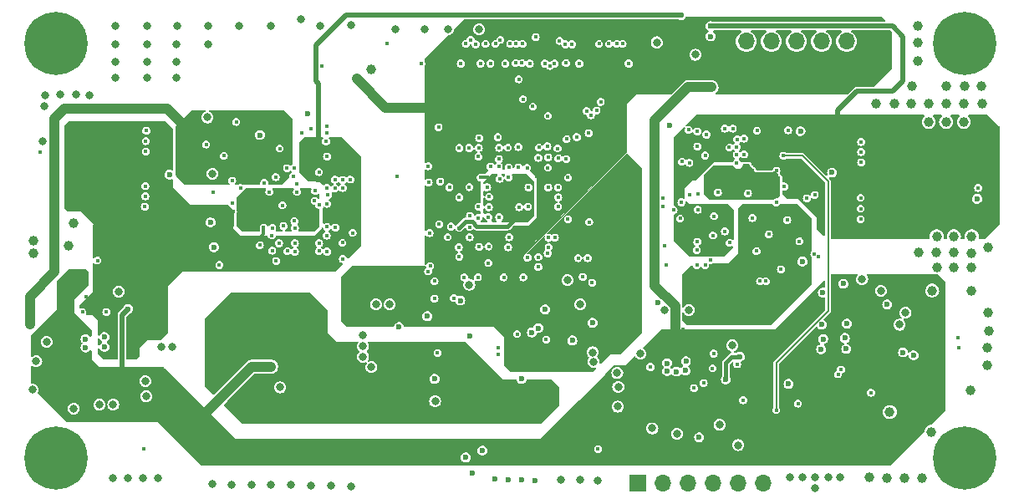
<source format=gbr>
%TF.GenerationSoftware,KiCad,Pcbnew,8.0.1*%
%TF.CreationDate,2025-01-10T22:18:19+05:00*%
%TF.ProjectId,BENE_DOUBLE_V1,42454e45-5f44-44f5-9542-4c455f56312e,rev?*%
%TF.SameCoordinates,Original*%
%TF.FileFunction,Copper,L3,Inr*%
%TF.FilePolarity,Positive*%
%FSLAX46Y46*%
G04 Gerber Fmt 4.6, Leading zero omitted, Abs format (unit mm)*
G04 Created by KiCad (PCBNEW 8.0.1) date 2025-01-10 22:18:19*
%MOMM*%
%LPD*%
G01*
G04 APERTURE LIST*
%TA.AperFunction,ComponentPad*%
%ADD10C,6.400000*%
%TD*%
%TA.AperFunction,ComponentPad*%
%ADD11R,1.700000X1.700000*%
%TD*%
%TA.AperFunction,ComponentPad*%
%ADD12O,1.700000X1.700000*%
%TD*%
%TA.AperFunction,ViaPad*%
%ADD13C,0.400000*%
%TD*%
%TA.AperFunction,ViaPad*%
%ADD14C,0.600000*%
%TD*%
%TA.AperFunction,ViaPad*%
%ADD15C,0.800000*%
%TD*%
%TA.AperFunction,ViaPad*%
%ADD16C,1.000000*%
%TD*%
%TA.AperFunction,Conductor*%
%ADD17C,1.000000*%
%TD*%
%TA.AperFunction,Conductor*%
%ADD18C,0.400000*%
%TD*%
%TA.AperFunction,Conductor*%
%ADD19C,0.300000*%
%TD*%
%TA.AperFunction,Conductor*%
%ADD20C,0.500000*%
%TD*%
%TA.AperFunction,Conductor*%
%ADD21C,0.150000*%
%TD*%
G04 APERTURE END LIST*
D10*
%TO.N,GND*%
%TO.C,H3*%
X58000000Y-128000000D03*
%TD*%
D11*
%TO.N,FPGA_3V3*%
%TO.C,J7*%
X140610000Y-85750000D03*
D12*
%TO.N,/FPGA/JTAG_TCK*%
X138070000Y-85750000D03*
%TO.N,/FPGA/JTAG_TDI*%
X135530000Y-85750000D03*
%TO.N,/FPGA/JTAG_TDO*%
X132990000Y-85750000D03*
%TO.N,/FPGA/JTAG_TMS*%
X130450000Y-85750000D03*
%TO.N,GND*%
X127910000Y-85750000D03*
%TD*%
D10*
%TO.N,GND*%
%TO.C,H2*%
X58000000Y-86000000D03*
%TD*%
%TO.N,GND*%
%TO.C,H1*%
X150000000Y-86000000D03*
%TD*%
%TO.N,GND*%
%TO.C,H4*%
X150000000Y-128000000D03*
%TD*%
D11*
%TO.N,/MCU/MOSI*%
%TO.C,J4*%
X116920000Y-130500000D03*
D12*
%TO.N,/MCU/MISO*%
X119460000Y-130500000D03*
%TO.N,/MCU/SCK*%
X122000000Y-130500000D03*
%TO.N,/MCU/RESET*%
X124540000Y-130500000D03*
%TO.N,VDD_3V3*%
X127080000Y-130500000D03*
%TO.N,GND*%
X129620000Y-130500000D03*
%TD*%
D13*
%TO.N,FPGA_3V3*%
X108800000Y-99600000D03*
X109850000Y-96550000D03*
D14*
X107700000Y-117350000D03*
X137750000Y-110300000D03*
D13*
X101934736Y-96633714D03*
X105850000Y-100550000D03*
D14*
X116950000Y-87950000D03*
X87750000Y-114050000D03*
D13*
X98900000Y-108500000D03*
X97900000Y-102610000D03*
X99852775Y-102553138D03*
X105800000Y-102500000D03*
X97850000Y-94550000D03*
X107850000Y-102550000D03*
X101788679Y-103548641D03*
X109900000Y-106500000D03*
X103829050Y-107470454D03*
D14*
X118000000Y-87950000D03*
X113200000Y-116100000D03*
D13*
X98850000Y-97550000D03*
X103840948Y-99515257D03*
X97800000Y-106500000D03*
X99850000Y-99550000D03*
X109950000Y-101650000D03*
D14*
X133000000Y-89700000D03*
D13*
X108900000Y-104600000D03*
D14*
X135550000Y-89700000D03*
D13*
X107950000Y-95450000D03*
D14*
X142180000Y-112400000D03*
X113350000Y-110100000D03*
D13*
X99850000Y-98550000D03*
X104829227Y-97594520D03*
D14*
X118900000Y-87950000D03*
D13*
X101668954Y-100528431D03*
D14*
X117000000Y-114150000D03*
D13*
X104846432Y-105560000D03*
D14*
X130450000Y-89700000D03*
D13*
X108850000Y-107750000D03*
X102846182Y-105614780D03*
X102883558Y-103566955D03*
D14*
X138050000Y-89700000D03*
D15*
X88450000Y-89550000D03*
D13*
X106724553Y-99430217D03*
X103815229Y-95600000D03*
D14*
X122350000Y-83500000D03*
D13*
%TO.N,FPGA_1V2*%
X104853138Y-100547225D03*
X104850000Y-103350000D03*
X101000000Y-99550000D03*
X102850000Y-101550000D03*
X98850000Y-104650000D03*
%TO.N,/USB_C/USB_D-*%
X149400000Y-116800000D03*
X149375000Y-115800000D03*
%TO.N,/FPGA/FPGA_DONE*%
X107900000Y-106600000D03*
X112300000Y-110200000D03*
D15*
%TO.N,GND*%
X143450000Y-114450000D03*
X89100000Y-115550000D03*
X66800000Y-129950000D03*
D13*
X98850000Y-96550000D03*
X128100000Y-101150000D03*
X101794508Y-108198517D03*
D15*
X84750000Y-84150000D03*
D13*
X82400000Y-100200000D03*
D15*
X64050000Y-84200000D03*
D13*
X97999826Y-104504815D03*
D16*
X146650000Y-125300000D03*
X152350000Y-118600000D03*
D13*
X80650000Y-96600000D03*
X82150000Y-103950000D03*
X114800000Y-86000000D03*
D15*
X59800000Y-122950000D03*
D13*
X126200000Y-96500000D03*
D15*
X79800000Y-130700000D03*
D13*
X125050000Y-101050000D03*
D15*
X89950000Y-118750000D03*
D14*
X69500000Y-99250000D03*
D15*
X56650000Y-95850000D03*
X119600000Y-112950000D03*
D16*
X148150000Y-92100000D03*
D13*
X105300000Y-91600000D03*
X95700000Y-109050000D03*
D15*
X61400000Y-91250000D03*
D16*
X148950000Y-107100000D03*
D15*
X67200000Y-89400000D03*
D14*
X92750000Y-114700000D03*
D15*
X96400000Y-122200000D03*
X112900000Y-130250000D03*
D16*
X59750000Y-104150000D03*
D15*
X69800000Y-116700000D03*
X100850000Y-84550000D03*
D13*
X80594220Y-106200110D03*
X103800000Y-106600000D03*
D14*
X99900000Y-115600000D03*
X101200000Y-127200000D03*
D16*
X150750000Y-108650000D03*
D14*
X105150000Y-119950000D03*
D13*
X105200000Y-87950000D03*
D15*
X60000000Y-91150000D03*
D13*
X129000000Y-94800000D03*
D15*
X95300000Y-84550000D03*
X122100000Y-112950000D03*
D16*
X55750000Y-105950000D03*
X147150000Y-107100000D03*
D13*
X130200000Y-105300000D03*
X76705776Y-100600106D03*
D16*
X152400000Y-113200000D03*
D15*
X67200000Y-87850000D03*
D13*
X103000000Y-85600000D03*
X104920955Y-102548092D03*
X104600000Y-86000000D03*
D14*
X143800000Y-117250000D03*
D15*
X120900000Y-125500000D03*
X75800000Y-130650000D03*
D16*
X150750000Y-111000000D03*
D15*
X97700000Y-84550000D03*
D13*
X126225000Y-106150000D03*
X102932886Y-99665950D03*
D16*
X151850000Y-92050000D03*
D13*
X134800000Y-107300000D03*
D16*
X142450000Y-123300000D03*
D13*
X100800000Y-102500000D03*
X107850000Y-100550000D03*
D15*
X90400000Y-112400000D03*
D13*
X119800000Y-108400000D03*
D15*
X67200000Y-86050000D03*
X83800000Y-130750000D03*
X63800000Y-122550000D03*
D14*
X119900000Y-118350000D03*
D15*
X68350000Y-130000000D03*
D16*
X146750000Y-111000000D03*
X152350000Y-116800000D03*
D15*
X70200000Y-89400000D03*
D16*
X140400000Y-129900000D03*
D14*
X106200000Y-115224998D03*
D15*
X56850000Y-92350000D03*
X92350000Y-84500000D03*
X141550000Y-111000000D03*
D13*
X84250000Y-100900000D03*
D14*
X74000000Y-106600000D03*
D16*
X143950000Y-130000000D03*
D15*
X67050000Y-120150000D03*
D16*
X150750000Y-105500000D03*
D13*
X109600000Y-86050000D03*
X113000000Y-86000000D03*
X87059999Y-107785086D03*
D15*
X133600000Y-129900000D03*
D13*
X103900000Y-105600000D03*
X96750000Y-94450000D03*
X82100000Y-98600000D03*
D16*
X145300000Y-87700000D03*
D15*
X111050000Y-130200000D03*
X144050000Y-113250000D03*
D16*
X146400000Y-92100000D03*
D15*
X118850000Y-85850000D03*
D14*
X121750000Y-119100000D03*
D15*
X79750000Y-84200000D03*
D13*
X130950000Y-102060000D03*
D16*
X55750000Y-107250000D03*
X141100000Y-92050000D03*
D13*
X101850000Y-102550000D03*
D15*
X114950000Y-120750000D03*
D14*
X138050000Y-116900000D03*
D13*
X109850000Y-99550000D03*
D15*
X70250000Y-84200000D03*
D13*
X82400000Y-101000000D03*
X85423212Y-105426788D03*
D15*
X114850000Y-119350000D03*
D14*
X61000000Y-115900000D03*
D15*
X89100000Y-117700000D03*
X139650000Y-109850000D03*
D13*
X134850000Y-101300000D03*
D16*
X152450000Y-115050000D03*
X152400000Y-106650000D03*
D15*
X56000000Y-118150000D03*
X73400000Y-86050000D03*
X73800000Y-130600000D03*
D13*
X95700000Y-98400000D03*
D14*
X62900000Y-115700000D03*
X78650000Y-95240000D03*
D16*
X142150000Y-130000000D03*
D14*
X138100000Y-114350000D03*
D15*
X122750000Y-87100000D03*
X125200000Y-124600000D03*
D13*
X85550000Y-101300000D03*
D15*
X81800000Y-130700000D03*
D16*
X150650000Y-121100000D03*
D15*
X118400000Y-124950000D03*
D14*
X62900000Y-116700000D03*
D13*
X80940000Y-102350000D03*
D14*
X135700000Y-115900000D03*
X112350000Y-114250000D03*
D16*
X150700000Y-107200000D03*
X149950000Y-93900000D03*
D13*
X124547527Y-105410000D03*
D15*
X85850000Y-130750000D03*
D16*
X149950000Y-92100000D03*
D15*
X63800000Y-129950000D03*
D13*
X103850000Y-98500000D03*
X128550000Y-103650000D03*
D16*
X59250000Y-106450000D03*
D15*
X77800000Y-130650000D03*
D13*
X81400000Y-98600000D03*
X110250000Y-86050000D03*
D15*
X64000000Y-87850000D03*
D13*
X112180116Y-93230116D03*
D15*
X76550000Y-84200000D03*
X65250000Y-129950000D03*
D14*
X96350000Y-119950000D03*
X136608886Y-99044417D03*
D15*
X87850000Y-130800000D03*
D13*
X100500000Y-86050000D03*
D15*
X80700000Y-120800000D03*
D13*
X105250000Y-86000000D03*
D16*
X148150000Y-93900000D03*
D13*
X109850000Y-103750000D03*
D14*
X137900000Y-115800000D03*
D16*
X142900000Y-92050000D03*
D14*
X120850000Y-119200000D03*
X83450000Y-93050000D03*
D16*
X148950000Y-105500000D03*
D14*
X135675000Y-111200000D03*
D13*
X128950000Y-107000000D03*
D15*
X67250000Y-84200000D03*
D13*
X108540000Y-105625000D03*
X108800000Y-96600000D03*
D14*
X120144375Y-94234375D03*
D13*
X73200000Y-96200000D03*
D14*
X133600000Y-108050000D03*
D15*
X137400000Y-129900000D03*
D13*
X119612896Y-106485094D03*
D15*
X126500000Y-116550000D03*
X112450000Y-118200000D03*
X117200000Y-117400000D03*
D16*
X144700000Y-90250000D03*
X148200000Y-90300000D03*
D13*
X79600000Y-101000000D03*
D15*
X68650000Y-116700000D03*
X70200000Y-87850000D03*
X73450000Y-84200000D03*
D13*
X92509417Y-99404868D03*
D15*
X89100000Y-116650000D03*
D16*
X148950000Y-108650000D03*
D14*
X135500000Y-116950000D03*
D15*
X111100000Y-112400000D03*
D13*
X98800000Y-106600000D03*
D15*
X134900000Y-131000000D03*
D14*
X135550000Y-114450000D03*
D15*
X91800000Y-112400000D03*
X62400000Y-122550000D03*
D13*
X80250000Y-99500000D03*
D16*
X147200000Y-105500000D03*
D13*
X91500000Y-86000000D03*
D14*
X121800000Y-118150000D03*
D13*
X102750000Y-95450000D03*
D16*
X145750000Y-129950000D03*
D15*
X57050000Y-116175000D03*
D13*
X84650000Y-102300000D03*
D15*
X132350000Y-129900000D03*
X82850000Y-83500000D03*
X109800000Y-109950000D03*
X73350000Y-93450000D03*
D13*
X82050000Y-99450000D03*
X84200000Y-101900000D03*
D16*
X146400000Y-93900000D03*
D15*
X64350000Y-111100000D03*
D13*
X124650000Y-103450000D03*
D14*
X144850000Y-117550000D03*
D16*
X145400000Y-107100000D03*
D15*
X64000000Y-89400000D03*
X112350000Y-117250000D03*
D13*
X75849890Y-99855780D03*
D15*
X87850000Y-84100000D03*
X134900000Y-129900000D03*
D13*
X115400000Y-86000000D03*
X111350000Y-109600000D03*
X105750000Y-107650000D03*
D16*
X144600000Y-92100000D03*
D13*
X135200000Y-107550000D03*
X101874891Y-101496017D03*
D14*
X119900000Y-119150000D03*
D15*
X109100000Y-130200000D03*
D16*
X147200000Y-108650000D03*
D15*
X70200000Y-86050000D03*
D16*
X145300000Y-84150000D03*
D15*
X136200000Y-129900000D03*
X56900000Y-91200000D03*
D16*
X150000000Y-90300000D03*
D14*
X61000000Y-116750000D03*
X133400000Y-94850000D03*
D15*
X99857020Y-110390904D03*
X58400000Y-91150000D03*
D16*
X145300000Y-85900000D03*
D13*
X132060527Y-103850000D03*
X107999571Y-88228196D03*
X78650000Y-106400000D03*
D15*
X64000000Y-86050000D03*
D14*
X132200000Y-120450000D03*
D16*
X151750000Y-90300000D03*
D14*
X151300000Y-101700000D03*
D13*
X96917855Y-99959617D03*
D14*
X73650000Y-104079360D03*
D13*
X104550000Y-87950000D03*
D15*
X73850000Y-99160000D03*
D13*
X109650000Y-87950000D03*
D14*
%TO.N,VDDIOM_A*%
X124950000Y-112300000D03*
D13*
X132531759Y-106038029D03*
X130150000Y-106825000D03*
X130900000Y-103600000D03*
X133480000Y-107170000D03*
D14*
X133900000Y-109300000D03*
D13*
X130923212Y-107675000D03*
D14*
%TO.N,VDD_3V3_A*%
X137100000Y-96900000D03*
X143000000Y-99700000D03*
X137150000Y-102150000D03*
X137150000Y-103250000D03*
X123150000Y-125850000D03*
D13*
X122111555Y-104455780D03*
X130550000Y-94610000D03*
D14*
X125850000Y-120000000D03*
X147150000Y-99700000D03*
X145700000Y-99700000D03*
D13*
X124551703Y-96424696D03*
X122150000Y-98850000D03*
X133350000Y-98950000D03*
X128635086Y-98114914D03*
D14*
X127250000Y-117700000D03*
D13*
X122961336Y-103625312D03*
D14*
X137200000Y-95250000D03*
X144400000Y-99700000D03*
X124300000Y-84200000D03*
X148450000Y-99700000D03*
X141700000Y-99700000D03*
D13*
X124550000Y-106850000D03*
X122612710Y-120862710D03*
%TO.N,VDDPLLA_A*%
X123000000Y-102800000D03*
D14*
%TO.N,VDD_3V3*%
X102450000Y-130103768D03*
X124300000Y-85250000D03*
X103800000Y-130150000D03*
D15*
X86350000Y-121200000D03*
D14*
X98050000Y-120300000D03*
X106550000Y-130250000D03*
X95600000Y-113600000D03*
D15*
X104500000Y-120750000D03*
D14*
X98950000Y-112000000D03*
X105200000Y-130200000D03*
X99500000Y-127900000D03*
D15*
X99900000Y-122950000D03*
X88650000Y-121250000D03*
D14*
X100200000Y-129450000D03*
D15*
X127100000Y-126650000D03*
D14*
X89250000Y-120350000D03*
D15*
X87450000Y-121200000D03*
D13*
%TO.N,START_A*%
X118202297Y-118733105D03*
X112900000Y-127050000D03*
D15*
%TO.N,+5V*%
X133300000Y-118300000D03*
X133300000Y-113400000D03*
D16*
X89900000Y-88550000D03*
D14*
X57950000Y-118750000D03*
X65300000Y-112850000D03*
D15*
X79800000Y-118700000D03*
D14*
X128400000Y-120400000D03*
D15*
X78600000Y-118750000D03*
D13*
X121500000Y-114950000D03*
D16*
X144300000Y-123400000D03*
D14*
X63021942Y-120625054D03*
D16*
X124400000Y-90400000D03*
D15*
X113350000Y-122400000D03*
X140500000Y-111000000D03*
D13*
X120000000Y-115050000D03*
D14*
X119450000Y-124350000D03*
D15*
X68450000Y-119950000D03*
D14*
X60150000Y-109100000D03*
X126250000Y-121900000D03*
X58600000Y-116050000D03*
D13*
%TO.N,/MPUA/XIN32K_A*%
X119500000Y-102460000D03*
%TO.N,/MPUA/XOUT32K_A*%
X121350000Y-102050000D03*
%TO.N,/MPUA/DDR_CAL_A*%
X131750000Y-100450000D03*
%TO.N,DDR_VREF_A*%
X133300000Y-106000000D03*
%TO.N,VDDIOM_B*%
X70950000Y-99050000D03*
D15*
X55350000Y-114400000D03*
D13*
X72550000Y-95400000D03*
X77850000Y-99950000D03*
X80100000Y-97900000D03*
%TO.N,DDR_VREF_B*%
X75000000Y-97350000D03*
%TO.N,/MPUB/DDR_CAL_B*%
X75852769Y-102140000D03*
%TO.N,VDD_3V3_B*%
X63200000Y-111550000D03*
X68500000Y-104000000D03*
D14*
X61500000Y-98100000D03*
D13*
X69500000Y-94800000D03*
X69500000Y-95400000D03*
X69450000Y-96300000D03*
X61076000Y-111600000D03*
X83774146Y-106127748D03*
X82200000Y-104650000D03*
D14*
X66950000Y-113050000D03*
D13*
X69450000Y-96900000D03*
X83800000Y-96500000D03*
D14*
X66600000Y-98550000D03*
D13*
X79034637Y-104600173D03*
X75933318Y-103022242D03*
X66275000Y-116700000D03*
X86317770Y-98987942D03*
D14*
X121300000Y-83100000D03*
D13*
X76676787Y-106173213D03*
X85450000Y-103800000D03*
X84502798Y-99835301D03*
X69300000Y-104000000D03*
%TO.N,/MPUB/XIN32K_B*%
X87043239Y-99780000D03*
%TO.N,/MPUB/XOUT32K_B*%
X86250000Y-100650000D03*
%TO.N,VDD_CORE_B*%
X79088644Y-100087166D03*
X79960000Y-104103984D03*
X76650000Y-103000000D03*
X83850000Y-103000000D03*
D15*
X55600000Y-121000000D03*
D13*
%TO.N,VDDPLLA_B*%
X84632802Y-98984137D03*
%TO.N,/FPGA/LCD_ID*%
X102849962Y-98424954D03*
X116000000Y-88000000D03*
%TO.N,/FPGA/LCD_D22*%
X101500000Y-86000000D03*
X100783905Y-97427298D03*
%TO.N,SAMB_LCD_FPGA_TWD*%
X80300000Y-108000000D03*
X95900000Y-108500000D03*
%TO.N,/FPGA/LCD_D14*%
X106585876Y-85314124D03*
X106300000Y-92350000D03*
%TO.N,/FPGA/LCD_D10*%
X109010876Y-85689124D03*
X107825000Y-93292525D03*
%TO.N,/FPGA/JTAG_TDI*%
X107776624Y-96376624D03*
X113174753Y-91880897D03*
%TO.N,/FPGA/LCD_D2*%
X102850561Y-97675745D03*
X114000000Y-86000000D03*
%TO.N,/FPGA/LCD_HSYNC*%
X99850000Y-96550000D03*
X99000000Y-88000000D03*
%TO.N,/FPGA/LCD_D23*%
X101000000Y-88000000D03*
X100850000Y-95550000D03*
%TO.N,/FPGA/LCD_D20*%
X103765229Y-96517133D03*
X102500000Y-86000000D03*
%TO.N,/FPGA/LCD_VSYNC*%
X99500000Y-86000000D03*
X100822934Y-96521607D03*
%TO.N,/FPGA/JTAG_TCK*%
X112750000Y-92750000D03*
X109725000Y-95650000D03*
%TO.N,FPGA_BOOT*%
X100732140Y-109642860D03*
X133150000Y-122450000D03*
%TO.N,/FPGA/LCD_PCK*%
X104874596Y-89600000D03*
X100000000Y-85600000D03*
%TO.N,/FPGA/LCD_D11*%
X106850000Y-97550000D03*
X108500000Y-88000000D03*
%TO.N,/FPGA/LCD_D15*%
X106000000Y-88000000D03*
X105712247Y-98558147D03*
%TO.N,/FPGA/LCD_D7*%
X111000000Y-88000000D03*
X107850000Y-97500000D03*
%TO.N,/FPGA/JTAG_TDO*%
X111755850Y-92805850D03*
X109685086Y-97664914D03*
%TO.N,FPGA_EN*%
X99350000Y-109650000D03*
X140550000Y-121350000D03*
%TO.N,/FPGA/LCD_D19*%
X103500000Y-88000000D03*
X104832855Y-96446270D03*
%TO.N,/FPGA/RESET_N*%
X96350000Y-110050000D03*
X84900000Y-88250000D03*
%TO.N,/FPGA/LCD_D12*%
X106900000Y-96500000D03*
X107500000Y-88000000D03*
%TO.N,/FPGA/LCD_TWCK*%
X95000000Y-88000000D03*
X102009006Y-98418672D03*
%TO.N,/FPGA/LCD_D18*%
X104000000Y-86000000D03*
X104850000Y-98500000D03*
%TO.N,/FPGA/LCD_D21*%
X102881890Y-96527455D03*
X102000000Y-88000000D03*
D14*
%TO.N,VDD_CORE_A*%
X118970711Y-112179289D03*
D13*
X130961091Y-98861091D03*
X128500000Y-98800000D03*
X131005776Y-101249894D03*
X125550000Y-98700000D03*
%TO.N,/MPUB/SD_B_D1*%
X67150000Y-94800000D03*
X79850000Y-105400000D03*
%TO.N,/MPUB/SD_B_CLK*%
X56400000Y-96950000D03*
X79900000Y-104650000D03*
%TO.N,/MPUB/SD_B_D2*%
X81450000Y-107000000D03*
X67000000Y-102500000D03*
%TO.N,/MPUB/SD_B_CMD*%
X82200000Y-106200000D03*
X67050000Y-100400000D03*
%TO.N,/MPUB/SD_B_D0*%
X67100000Y-95850000D03*
X82200000Y-107050000D03*
%TO.N,/MPUB/SD_B_DET*%
X67100000Y-96900000D03*
X73900000Y-101000000D03*
%TO.N,/MPUB/SD_B_D3*%
X67050000Y-101450000D03*
X81050000Y-104450000D03*
%TO.N,/MPUA/SD_A_DET*%
X139500000Y-103750000D03*
X134050000Y-101650000D03*
%TO.N,/MPUA/SD_A_D0*%
X139500000Y-101600000D03*
X125750000Y-94590000D03*
%TO.N,/MPUA/SD_A_D3*%
X126950000Y-97250000D03*
X139550000Y-96950000D03*
%TO.N,/MPUA/SD_A_D2*%
X139550000Y-95950000D03*
X126550000Y-94590000D03*
%TO.N,/MPUA/SD_A_D1*%
X127700000Y-97200000D03*
X139500000Y-102700000D03*
%TO.N,/MPUA/SD_A_CMD*%
X139550000Y-98000000D03*
X126950000Y-96450000D03*
%TO.N,/MPUA/SD_A_CLK*%
X151400000Y-100600000D03*
X126960000Y-98040000D03*
%TO.N,Net-(Q1-D)*%
X127600000Y-122100000D03*
X124500000Y-118857700D03*
%TO.N,LPM_A*%
X130950000Y-123100000D03*
X131668833Y-97331874D03*
D15*
%TO.N,VLDO1B*%
X114900000Y-122750000D03*
X67150000Y-121700000D03*
D13*
%TO.N,NRST_B*%
X63101421Y-113155944D03*
X66900000Y-127050000D03*
X85450000Y-107050000D03*
%TO.N,SHDN_B*%
X62200000Y-107950000D03*
X83800000Y-94600000D03*
%TO.N,WAKE_UP_A*%
X124624923Y-117375726D03*
X124300000Y-107900000D03*
%TO.N,NRST_A*%
X122074479Y-94724479D03*
X123600000Y-120350000D03*
%TO.N,SHDN_A*%
X127000000Y-118450000D03*
X123750000Y-108425000D03*
%TO.N,WAKE_UP_B*%
X82929735Y-95047576D03*
X60675000Y-113173132D03*
%TO.N,/MPUA/XIN24M_A*%
X121206621Y-103693268D03*
%TO.N,/MPUA/XOUT24M_A*%
X120550000Y-102850000D03*
%TO.N,Net-(U4E-ADVREFP)*%
X132150000Y-94750000D03*
%TO.N,/MPUA/USB_RTUNE_A*%
X122900000Y-108425000D03*
%TO.N,/MPUB/USB_RTUNE_B*%
X85397641Y-94330000D03*
%TO.N,Net-(U2E-ADVREFP)*%
X74550000Y-108400000D03*
%TO.N,/MPUB/XIN24M_B*%
X86253146Y-99740658D03*
%TO.N,/MPUB/XOUT24M_B*%
X87800000Y-99740000D03*
%TO.N,SAMB_FPGA_RX*%
X99927319Y-103422382D03*
X84650000Y-107000000D03*
%TO.N,SAMB_LCD_FPGA_D23*%
X97848992Y-100530838D03*
X87050000Y-100600000D03*
%TO.N,SAMB_LCD_FPGA_D11*%
X97676448Y-105576651D03*
X87000000Y-106150000D03*
%TO.N,SAMB_LCD_FPGA_IRQ1*%
X85449262Y-104543490D03*
X99900000Y-104550000D03*
%TO.N,SAMB_LCD_FPGA_D21*%
X85450000Y-102200000D03*
X98847225Y-101546862D03*
%TO.N,SAMB_LCD_FPGA_TWCK*%
X99900000Y-105600000D03*
X79900000Y-106950000D03*
%TO.N,SAMB_LCD_FPGA_DEN*%
X99864153Y-100512088D03*
X85450000Y-100600000D03*
%TO.N,SAMB_LCD_FPGA_D5*%
X88050000Y-105150000D03*
X95838406Y-105177232D03*
%TO.N,SAMB_FPGA_TX*%
X84650000Y-106200000D03*
X100762321Y-103649227D03*
%TO.N,SAMB_LCD_FPGA_D15*%
X96816124Y-104263551D03*
X86300000Y-104600000D03*
%TO.N,SAMB_LCD_FPGA_HSYNC*%
X85450000Y-97400000D03*
X95750000Y-100050000D03*
%TO.N,SAMA_FPGA_TX*%
X123874574Y-95191714D03*
X111850000Y-107700000D03*
%TO.N,SAMA_LCD_FPGA_TWD*%
X111950000Y-95050000D03*
X127700000Y-95600000D03*
%TO.N,SAMA_LCD_FPGA_MPU_NRSTOUT*%
X125750000Y-105000000D03*
X112000000Y-104050000D03*
%TO.N,SAMA_LCD_FPGA_DEN*%
X108850000Y-102500000D03*
X123000000Y-101200000D03*
%TO.N,SAMA_LCD_FPGA_D21*%
X108850000Y-100550000D03*
X122150000Y-101250000D03*
%TO.N,SAMA_LCD_FPGA_TWCK*%
X110750000Y-95450000D03*
X127000000Y-95700000D03*
%TO.N,SAMA_LCD_FPGA_IRQ1*%
X122150000Y-98050000D03*
X107818314Y-98544408D03*
%TO.N,SAMA_RX*%
X123750737Y-97306511D03*
X104700000Y-115400000D03*
%TO.N,SAMA_LCD_FPGA_VSYNC*%
X108875000Y-101550000D03*
X119500000Y-101640000D03*
%TO.N,SAMA_FPGA_RX*%
X110879959Y-107718571D03*
X122950000Y-94860000D03*
%TO.N,SAMA_TX*%
X107650000Y-115950000D03*
X122950000Y-96400000D03*
%TO.N,SAMA_LCD_FPGA_D13*%
X108883885Y-97598071D03*
X121390269Y-97940000D03*
%TO.N,FPGA_INIT*%
X96650000Y-117300000D03*
X98850000Y-107550000D03*
%TO.N,FPGA_TX*%
X101818110Y-106522545D03*
X102800000Y-116750000D03*
%TO.N,FPGA_RX*%
X102800000Y-117500000D03*
X100850000Y-106550000D03*
D14*
%TO.N,/FPGA/WP_N*%
X107550000Y-112900000D03*
%TO.N,/FPGA/MISO_FL*%
X106850000Y-114800000D03*
D13*
%TO.N,/FPGA/SCLK_FL*%
X107879638Y-105638433D03*
%TO.N,/FPGA/HOLD_N*%
X106850000Y-108600000D03*
%TO.N,FPGAUT_TX*%
X137208499Y-119466401D03*
X107798766Y-107213612D03*
%TO.N,/FPGA/CLK*%
X103350000Y-109650000D03*
%TO.N,/FPGA/MOSI_FL*%
X105350000Y-109650000D03*
%TO.N,FPGAUT_RX*%
X137500000Y-119000000D03*
X106850000Y-107600000D03*
D14*
%TO.N,/FPGA/CS_FL*%
X110300000Y-116050000D03*
D13*
%TO.N,SAMB_BOOT*%
X76250000Y-93900000D03*
X96350000Y-111803532D03*
%TO.N,SAMA_BOOT*%
X98300000Y-111750000D03*
X131425000Y-108850000D03*
%TO.N,/MPUB/USB_SAMB_D-*%
X85349999Y-95893221D03*
%TO.N,/MPUB/USB_SAMB_D+*%
X85400000Y-95050000D03*
%TO.N,/MPUA/USB_SAMA_D+*%
X122900000Y-106900000D03*
X129901600Y-110050000D03*
%TO.N,/MPUA/USB_SAMA_D-*%
X129298400Y-110050000D03*
X122950000Y-106050000D03*
%TD*%
D17*
%TO.N,FPGA_3V3*%
X91350000Y-92450000D02*
X96700000Y-92450000D01*
X88450000Y-89550000D02*
X91350000Y-92450000D01*
D18*
%TO.N,FPGA_1V2*%
X100627818Y-104500000D02*
X103700000Y-104500000D01*
D19*
X101000000Y-99550000D02*
X101397630Y-99550000D01*
X101397630Y-99550000D02*
X101750000Y-99550000D01*
D18*
X103700000Y-104500000D02*
X104850000Y-103350000D01*
D19*
X101900000Y-99700000D02*
X102100000Y-99900000D01*
D18*
X98850000Y-104650000D02*
X99500000Y-104000000D01*
D19*
X101750000Y-99550000D02*
X101900000Y-99700000D01*
D18*
X100127818Y-104000000D02*
X100627818Y-104500000D01*
X99500000Y-104000000D02*
X100127818Y-104000000D01*
%TO.N,VDD_3V3_A*%
X126450000Y-117700000D02*
X125850000Y-118300000D01*
D20*
X124300000Y-84200000D02*
X142750000Y-84200000D01*
X143800000Y-85250000D02*
X143800000Y-89750000D01*
X139150000Y-90800000D02*
X137200000Y-92750000D01*
X142750000Y-84200000D02*
X143800000Y-85250000D01*
X143800000Y-89750000D02*
X142750000Y-90800000D01*
X142750000Y-90800000D02*
X139150000Y-90800000D01*
D18*
X127250000Y-117700000D02*
X126450000Y-117700000D01*
D20*
X137200000Y-92750000D02*
X137200000Y-95250000D01*
D18*
X125850000Y-118300000D02*
X125850000Y-120000000D01*
D19*
%TO.N,+5V*%
X120000000Y-115050000D02*
X119950000Y-115100000D01*
D17*
X124400000Y-90400000D02*
X122000000Y-90400000D01*
D20*
X64700000Y-119050000D02*
X63124946Y-120625054D01*
D19*
X121500000Y-114950000D02*
X121500000Y-116000000D01*
D17*
X77850000Y-118700000D02*
X72650000Y-123900000D01*
X122000000Y-90400000D02*
X119400000Y-93000000D01*
X120700000Y-112565075D02*
X120700000Y-116650000D01*
D19*
X119950000Y-115100000D02*
X119950000Y-116200000D01*
D17*
X119400000Y-93000000D02*
X118650000Y-93750000D01*
D20*
X63124946Y-120625054D02*
X63021942Y-120625054D01*
D17*
X118650000Y-110515075D02*
X120700000Y-112565075D01*
X79800000Y-118700000D02*
X77850000Y-118700000D01*
D20*
X64700000Y-113450000D02*
X64700000Y-119050000D01*
X65300000Y-112850000D02*
X64700000Y-113450000D01*
D17*
X118650000Y-93750000D02*
X118650000Y-110515075D01*
%TO.N,VDDIOM_B*%
X57850000Y-93550000D02*
X57850000Y-109100000D01*
X57875000Y-93525000D02*
X57850000Y-93550000D01*
X57875000Y-93525000D02*
X58850000Y-92550000D01*
X69250000Y-92550000D02*
X70950000Y-94250000D01*
X70950000Y-94250000D02*
X70950000Y-99050000D01*
X57850000Y-109100000D02*
X55350000Y-111600000D01*
X58850000Y-92550000D02*
X69250000Y-92550000D01*
X55350000Y-111600000D02*
X55350000Y-114400000D01*
D20*
%TO.N,VDD_3V3_B*%
X84300000Y-86150000D02*
X84300000Y-89800000D01*
X84300000Y-89800000D02*
X84550000Y-90050000D01*
D19*
X78169680Y-106173213D02*
X76676787Y-106173213D01*
X79034637Y-105308256D02*
X78169680Y-106173213D01*
D20*
X87350000Y-83100000D02*
X84300000Y-86150000D01*
D19*
X79034637Y-104600173D02*
X79034637Y-105308256D01*
D20*
X121300000Y-83100000D02*
X87350000Y-83100000D01*
X84550000Y-95750000D02*
X83800000Y-96500000D01*
X84550000Y-90050000D02*
X84550000Y-95750000D01*
D21*
%TO.N,LPM_A*%
X130950000Y-123100000D02*
X130950000Y-118300000D01*
X136200000Y-99950000D02*
X133581874Y-97331874D01*
X130950000Y-118300000D02*
X136200000Y-113050000D01*
X133581874Y-97331874D02*
X131668833Y-97331874D01*
X136200000Y-113050000D02*
X136200000Y-99950000D01*
%TD*%
%TA.AperFunction,Conductor*%
%TO.N,VDD_3V3_B*%
G36*
X67200000Y-94402427D02*
G01*
X67150000Y-94394508D01*
X67024696Y-94414354D01*
X67024692Y-94414355D01*
X66911659Y-94471949D01*
X66821949Y-94561659D01*
X66764355Y-94674692D01*
X66764354Y-94674696D01*
X66744508Y-94799999D01*
X66744508Y-94800000D01*
X66764354Y-94925303D01*
X66764355Y-94925307D01*
X66819944Y-95034406D01*
X66821950Y-95038342D01*
X66911658Y-95128050D01*
X67024696Y-95185646D01*
X67150000Y-95205492D01*
X67200000Y-95197572D01*
X67200000Y-95460346D01*
X67100000Y-95444508D01*
X66974696Y-95464354D01*
X66974692Y-95464355D01*
X66861659Y-95521949D01*
X66771949Y-95611659D01*
X66714355Y-95724692D01*
X66714354Y-95724696D01*
X66694508Y-95849999D01*
X66694508Y-95850000D01*
X66714354Y-95975303D01*
X66714355Y-95975307D01*
X66769944Y-96084406D01*
X66771950Y-96088342D01*
X66861658Y-96178050D01*
X66974696Y-96235646D01*
X67100000Y-96255492D01*
X67200000Y-96239653D01*
X67200000Y-96510346D01*
X67100000Y-96494508D01*
X66974696Y-96514354D01*
X66974692Y-96514355D01*
X66861659Y-96571949D01*
X66771949Y-96661659D01*
X66714355Y-96774692D01*
X66714354Y-96774696D01*
X66694508Y-96899999D01*
X66694508Y-96900000D01*
X66714354Y-97025303D01*
X66714355Y-97025307D01*
X66769944Y-97134406D01*
X66771950Y-97138342D01*
X66861658Y-97228050D01*
X66974696Y-97285646D01*
X67100000Y-97305492D01*
X67200000Y-97289653D01*
X67200000Y-100026937D01*
X67175304Y-100014354D01*
X67050000Y-99994508D01*
X66924696Y-100014354D01*
X66924692Y-100014355D01*
X66811659Y-100071949D01*
X66721949Y-100161659D01*
X66664355Y-100274692D01*
X66664354Y-100274696D01*
X66644508Y-100399999D01*
X66644508Y-100400000D01*
X66664354Y-100525303D01*
X66664355Y-100525307D01*
X66719944Y-100634406D01*
X66721950Y-100638342D01*
X66811658Y-100728050D01*
X66924696Y-100785646D01*
X67050000Y-100805492D01*
X67175304Y-100785646D01*
X67200000Y-100773062D01*
X67200000Y-100800000D01*
X66937706Y-101062293D01*
X66924696Y-101064354D01*
X66924692Y-101064355D01*
X66811659Y-101121949D01*
X66721949Y-101211659D01*
X66664355Y-101324692D01*
X66664354Y-101324696D01*
X66662293Y-101337706D01*
X63700000Y-104300000D01*
X61800000Y-104300000D01*
X60500000Y-103000000D01*
X60499999Y-103000000D01*
X59291008Y-103000000D01*
X59232817Y-102981093D01*
X59221004Y-102971004D01*
X58878996Y-102628996D01*
X58851219Y-102574479D01*
X58850000Y-102558992D01*
X58850000Y-94291008D01*
X58868907Y-94232817D01*
X58878996Y-94221004D01*
X59271004Y-93828996D01*
X59325521Y-93801219D01*
X59341008Y-93800000D01*
X67200000Y-93800000D01*
X67200000Y-94402427D01*
G37*
%TD.AperFunction*%
%TD*%
%TA.AperFunction,Conductor*%
%TO.N,VDD_3V3*%
G36*
X83767183Y-111218907D02*
G01*
X83778996Y-111228996D01*
X85471004Y-112921004D01*
X85498781Y-112975521D01*
X85500000Y-112991008D01*
X85500000Y-115250000D01*
X86400000Y-116150000D01*
X88525998Y-116150000D01*
X88584189Y-116168907D01*
X88620153Y-116218407D01*
X88620153Y-116279593D01*
X88604542Y-116309262D01*
X88577498Y-116344508D01*
X88575461Y-116347163D01*
X88514957Y-116493233D01*
X88514955Y-116493241D01*
X88494318Y-116649999D01*
X88494318Y-116650000D01*
X88514955Y-116806758D01*
X88514957Y-116806766D01*
X88575462Y-116952838D01*
X88575462Y-116952839D01*
X88670448Y-117076627D01*
X88671718Y-117078282D01*
X88695406Y-117096458D01*
X88730061Y-117146883D01*
X88728459Y-117208047D01*
X88695406Y-117253541D01*
X88680545Y-117264944D01*
X88671719Y-117271717D01*
X88671713Y-117271723D01*
X88575462Y-117397160D01*
X88575462Y-117397161D01*
X88514957Y-117543233D01*
X88514955Y-117543241D01*
X88494318Y-117699999D01*
X88494318Y-117700000D01*
X88514955Y-117856758D01*
X88514957Y-117856766D01*
X88575462Y-118002838D01*
X88575462Y-118002839D01*
X88663704Y-118117838D01*
X88671718Y-118128282D01*
X88797159Y-118224536D01*
X88797160Y-118224536D01*
X88797161Y-118224537D01*
X88920515Y-118275632D01*
X88943238Y-118285044D01*
X89060809Y-118300522D01*
X89099999Y-118305682D01*
X89100000Y-118305682D01*
X89100001Y-118305682D01*
X89131352Y-118301554D01*
X89256762Y-118285044D01*
X89345074Y-118248463D01*
X89406069Y-118243663D01*
X89458238Y-118275632D01*
X89481653Y-118332160D01*
X89467370Y-118391655D01*
X89461501Y-118400194D01*
X89425462Y-118447161D01*
X89364957Y-118593233D01*
X89364955Y-118593241D01*
X89344318Y-118749999D01*
X89344318Y-118750000D01*
X89364955Y-118906758D01*
X89364957Y-118906766D01*
X89425462Y-119052838D01*
X89425462Y-119052839D01*
X89425464Y-119052841D01*
X89521718Y-119178282D01*
X89647159Y-119274536D01*
X89647160Y-119274536D01*
X89647161Y-119274537D01*
X89758794Y-119320777D01*
X89793238Y-119335044D01*
X89910809Y-119350522D01*
X89949999Y-119355682D01*
X89950000Y-119355682D01*
X89950001Y-119355682D01*
X89981352Y-119351554D01*
X90106762Y-119335044D01*
X90252841Y-119274536D01*
X90378282Y-119178282D01*
X90474536Y-119052841D01*
X90535044Y-118906762D01*
X90555682Y-118750000D01*
X90535044Y-118593238D01*
X90474537Y-118447161D01*
X90474537Y-118447160D01*
X90378286Y-118321723D01*
X90378285Y-118321722D01*
X90378282Y-118321718D01*
X90378277Y-118321714D01*
X90378276Y-118321713D01*
X90307104Y-118267101D01*
X90252841Y-118225464D01*
X90252840Y-118225463D01*
X90252838Y-118225462D01*
X90106766Y-118164957D01*
X90106758Y-118164955D01*
X89950001Y-118144318D01*
X89949999Y-118144318D01*
X89793241Y-118164955D01*
X89793232Y-118164957D01*
X89704926Y-118201535D01*
X89643929Y-118206335D01*
X89591760Y-118174366D01*
X89568346Y-118117838D01*
X89582630Y-118058343D01*
X89588492Y-118049814D01*
X89624536Y-118002841D01*
X89685044Y-117856762D01*
X89705682Y-117700000D01*
X89685044Y-117543238D01*
X89624537Y-117397161D01*
X89624537Y-117397160D01*
X89549984Y-117300000D01*
X96244508Y-117300000D01*
X96259896Y-117397160D01*
X96264354Y-117425303D01*
X96264355Y-117425307D01*
X96298570Y-117492457D01*
X96321950Y-117538342D01*
X96411658Y-117628050D01*
X96524696Y-117685646D01*
X96650000Y-117705492D01*
X96775304Y-117685646D01*
X96888342Y-117628050D01*
X96978050Y-117538342D01*
X97035646Y-117425304D01*
X97055492Y-117300000D01*
X97035646Y-117174696D01*
X97035564Y-117174536D01*
X97031635Y-117166825D01*
X96978050Y-117061658D01*
X96888342Y-116971950D01*
X96850833Y-116952838D01*
X96775307Y-116914355D01*
X96775304Y-116914354D01*
X96650000Y-116894508D01*
X96524696Y-116914354D01*
X96524692Y-116914355D01*
X96411659Y-116971949D01*
X96321949Y-117061659D01*
X96264355Y-117174692D01*
X96264354Y-117174696D01*
X96248987Y-117271723D01*
X96244508Y-117300000D01*
X89549984Y-117300000D01*
X89528286Y-117271723D01*
X89528285Y-117271722D01*
X89528282Y-117271718D01*
X89504594Y-117253541D01*
X89469938Y-117203119D01*
X89471539Y-117141954D01*
X89504593Y-117096458D01*
X89528282Y-117078282D01*
X89624536Y-116952841D01*
X89685044Y-116806762D01*
X89705682Y-116650000D01*
X89685044Y-116493238D01*
X89685042Y-116493233D01*
X89624538Y-116347163D01*
X89624537Y-116347162D01*
X89624536Y-116347159D01*
X89595458Y-116309264D01*
X89575036Y-116251592D01*
X89592413Y-116192926D01*
X89640955Y-116155679D01*
X89674002Y-116150000D01*
X99408992Y-116150000D01*
X99467183Y-116168907D01*
X99478996Y-116178996D01*
X103300000Y-120000000D01*
X104565757Y-120000000D01*
X104623948Y-120018907D01*
X104659912Y-120068407D01*
X104663749Y-120084909D01*
X104664834Y-120092456D01*
X104720779Y-120214956D01*
X104724623Y-120223373D01*
X104769758Y-120275462D01*
X104818873Y-120332144D01*
X104939942Y-120409950D01*
X104939947Y-120409953D01*
X105046403Y-120441211D01*
X105078035Y-120450499D01*
X105078036Y-120450499D01*
X105078039Y-120450500D01*
X105078041Y-120450500D01*
X105221959Y-120450500D01*
X105221961Y-120450500D01*
X105360053Y-120409953D01*
X105481128Y-120332143D01*
X105575377Y-120223373D01*
X105635165Y-120092457D01*
X105635335Y-120091272D01*
X105636251Y-120084909D01*
X105663248Y-120030002D01*
X105717363Y-120001450D01*
X105734243Y-120000000D01*
X108108992Y-120000000D01*
X108167183Y-120018907D01*
X108178996Y-120028996D01*
X108971004Y-120821004D01*
X108998781Y-120875521D01*
X109000000Y-120891008D01*
X109000000Y-122558992D01*
X108981093Y-122617183D01*
X108971004Y-122628996D01*
X107128996Y-124471004D01*
X107074479Y-124498781D01*
X107058992Y-124500000D01*
X76941008Y-124500000D01*
X76882817Y-124481093D01*
X76871004Y-124471004D01*
X75040332Y-122640332D01*
X75012555Y-122585815D01*
X75022126Y-122525383D01*
X75040329Y-122500327D01*
X75340656Y-122200000D01*
X95794318Y-122200000D01*
X95814955Y-122356758D01*
X95814957Y-122356766D01*
X95875462Y-122502838D01*
X95875462Y-122502839D01*
X95875464Y-122502841D01*
X95971718Y-122628282D01*
X95971722Y-122628285D01*
X95971723Y-122628286D01*
X95987422Y-122640332D01*
X96097159Y-122724536D01*
X96243238Y-122785044D01*
X96360809Y-122800522D01*
X96399999Y-122805682D01*
X96400000Y-122805682D01*
X96400001Y-122805682D01*
X96431352Y-122801554D01*
X96556762Y-122785044D01*
X96702841Y-122724536D01*
X96828282Y-122628282D01*
X96924536Y-122502841D01*
X96985044Y-122356762D01*
X97005682Y-122200000D01*
X96985044Y-122043238D01*
X96924537Y-121897161D01*
X96924537Y-121897160D01*
X96828286Y-121771723D01*
X96828285Y-121771722D01*
X96828282Y-121771718D01*
X96828277Y-121771714D01*
X96828276Y-121771713D01*
X96702838Y-121675462D01*
X96556766Y-121614957D01*
X96556758Y-121614955D01*
X96400001Y-121594318D01*
X96399999Y-121594318D01*
X96243241Y-121614955D01*
X96243233Y-121614957D01*
X96097161Y-121675462D01*
X96097160Y-121675462D01*
X95971723Y-121771713D01*
X95971713Y-121771723D01*
X95875462Y-121897160D01*
X95875462Y-121897161D01*
X95814957Y-122043233D01*
X95814955Y-122043241D01*
X95794318Y-122199999D01*
X95794318Y-122200000D01*
X75340656Y-122200000D01*
X76740657Y-120800000D01*
X80094318Y-120800000D01*
X80114955Y-120956758D01*
X80114957Y-120956766D01*
X80175462Y-121102838D01*
X80175462Y-121102839D01*
X80175464Y-121102841D01*
X80271718Y-121228282D01*
X80397159Y-121324536D01*
X80543238Y-121385044D01*
X80660809Y-121400522D01*
X80699999Y-121405682D01*
X80700000Y-121405682D01*
X80700001Y-121405682D01*
X80731352Y-121401554D01*
X80856762Y-121385044D01*
X81002841Y-121324536D01*
X81128282Y-121228282D01*
X81224536Y-121102841D01*
X81285044Y-120956762D01*
X81305682Y-120800000D01*
X81285044Y-120643238D01*
X81224537Y-120497161D01*
X81224537Y-120497160D01*
X81128286Y-120371723D01*
X81128285Y-120371722D01*
X81128282Y-120371718D01*
X81128277Y-120371714D01*
X81128276Y-120371713D01*
X81002838Y-120275462D01*
X80856766Y-120214957D01*
X80856758Y-120214955D01*
X80700001Y-120194318D01*
X80699999Y-120194318D01*
X80543241Y-120214955D01*
X80543233Y-120214957D01*
X80397161Y-120275462D01*
X80397160Y-120275462D01*
X80271723Y-120371713D01*
X80271713Y-120371723D01*
X80175462Y-120497160D01*
X80175462Y-120497161D01*
X80114957Y-120643233D01*
X80114955Y-120643241D01*
X80094318Y-120799999D01*
X80094318Y-120800000D01*
X76740657Y-120800000D01*
X77590655Y-119950002D01*
X95844353Y-119950002D01*
X95864834Y-120092456D01*
X95920779Y-120214956D01*
X95924623Y-120223373D01*
X95969758Y-120275462D01*
X96018873Y-120332144D01*
X96139942Y-120409950D01*
X96139947Y-120409953D01*
X96246403Y-120441211D01*
X96278035Y-120450499D01*
X96278036Y-120450499D01*
X96278039Y-120450500D01*
X96278041Y-120450500D01*
X96421959Y-120450500D01*
X96421961Y-120450500D01*
X96560053Y-120409953D01*
X96681128Y-120332143D01*
X96775377Y-120223373D01*
X96835165Y-120092457D01*
X96855647Y-119950000D01*
X96835165Y-119807543D01*
X96775377Y-119676627D01*
X96681128Y-119567857D01*
X96681127Y-119567856D01*
X96681126Y-119567855D01*
X96560057Y-119490049D01*
X96560054Y-119490047D01*
X96560053Y-119490047D01*
X96560050Y-119490046D01*
X96421964Y-119449500D01*
X96421961Y-119449500D01*
X96278039Y-119449500D01*
X96278035Y-119449500D01*
X96139949Y-119490046D01*
X96139942Y-119490049D01*
X96018873Y-119567855D01*
X95924622Y-119676628D01*
X95864834Y-119807543D01*
X95844353Y-119949997D01*
X95844353Y-119950002D01*
X77590655Y-119950002D01*
X78111161Y-119429496D01*
X78165678Y-119401719D01*
X78181165Y-119400500D01*
X79868992Y-119400500D01*
X79868993Y-119400500D01*
X80004328Y-119373580D01*
X80131811Y-119320775D01*
X80246542Y-119244114D01*
X80344114Y-119146542D01*
X80420775Y-119031811D01*
X80473580Y-118904328D01*
X80500500Y-118768993D01*
X80500500Y-118631007D01*
X80473580Y-118495672D01*
X80420775Y-118368189D01*
X80420774Y-118368187D01*
X80420771Y-118368182D01*
X80344114Y-118253458D01*
X80246541Y-118155885D01*
X80131817Y-118079228D01*
X80131806Y-118079222D01*
X80004328Y-118026420D01*
X79868995Y-117999500D01*
X79868993Y-117999500D01*
X77918994Y-117999500D01*
X77781007Y-117999500D01*
X77781004Y-117999500D01*
X77645672Y-118026420D01*
X77645670Y-118026420D01*
X77518191Y-118079223D01*
X77403460Y-118155883D01*
X74049675Y-121509667D01*
X73995158Y-121537444D01*
X73934726Y-121527873D01*
X73909667Y-121509667D01*
X73128996Y-120728996D01*
X73101219Y-120674479D01*
X73100000Y-120658992D01*
X73100000Y-113841008D01*
X73118907Y-113782817D01*
X73128996Y-113771004D01*
X75671004Y-111228996D01*
X75725521Y-111201219D01*
X75741008Y-111200000D01*
X83708992Y-111200000D01*
X83767183Y-111218907D01*
G37*
%TD.AperFunction*%
%TD*%
%TA.AperFunction,Conductor*%
%TO.N,VDD_CORE_A*%
G36*
X128209659Y-98174407D02*
G01*
X128245623Y-98223907D01*
X128249249Y-98239011D01*
X128249440Y-98240219D01*
X128268865Y-98278342D01*
X128307036Y-98353256D01*
X128307037Y-98353257D01*
X128396739Y-98442960D01*
X128396742Y-98442962D01*
X128396744Y-98442964D01*
X128396745Y-98442964D01*
X128403046Y-98447542D01*
X128401709Y-98449381D01*
X128430975Y-98476134D01*
X128465479Y-98531047D01*
X128508739Y-98574308D01*
X128508748Y-98574316D01*
X128551560Y-98605421D01*
X128560757Y-98612103D01*
X128602077Y-98633157D01*
X128627131Y-98651359D01*
X128648636Y-98672864D01*
X128666843Y-98697925D01*
X128681137Y-98725980D01*
X128687732Y-98743852D01*
X128687913Y-98743794D01*
X128708979Y-98808635D01*
X128708981Y-98808639D01*
X128736758Y-98863155D01*
X128774545Y-98915164D01*
X128774547Y-98915166D01*
X128774550Y-98915170D01*
X128775694Y-98916314D01*
X128775707Y-98916326D01*
X128775714Y-98916333D01*
X128784490Y-98924446D01*
X128787544Y-98927269D01*
X128799357Y-98937358D01*
X128869315Y-98976536D01*
X128927506Y-98995443D01*
X128940206Y-98997454D01*
X128991004Y-99005500D01*
X128991008Y-99005500D01*
X130482656Y-99005500D01*
X130546150Y-98995444D01*
X130546152Y-98995443D01*
X130546154Y-98995443D01*
X130604343Y-98976537D01*
X130638220Y-98962057D01*
X130681270Y-98924445D01*
X130737532Y-98900399D01*
X130746406Y-98900000D01*
X130858992Y-98900000D01*
X130917183Y-98918907D01*
X130928996Y-98928996D01*
X131064697Y-99064697D01*
X131092474Y-99119214D01*
X131093294Y-99125818D01*
X131093372Y-99126692D01*
X131115717Y-99215372D01*
X131115718Y-99215373D01*
X131115719Y-99215375D01*
X131143496Y-99269891D01*
X131181287Y-99321907D01*
X131271005Y-99411625D01*
X131298781Y-99466140D01*
X131300000Y-99481627D01*
X131300000Y-101358992D01*
X131281093Y-101417183D01*
X131271003Y-101428996D01*
X131068102Y-101631896D01*
X131013586Y-101659673D01*
X130982612Y-101659673D01*
X130950001Y-101654508D01*
X130950000Y-101654508D01*
X130824696Y-101674354D01*
X130824692Y-101674355D01*
X130711658Y-101731950D01*
X130711656Y-101731951D01*
X130672603Y-101771004D01*
X130618086Y-101798781D01*
X130602600Y-101800000D01*
X124291008Y-101800000D01*
X124232817Y-101781093D01*
X124221004Y-101771004D01*
X123628996Y-101178996D01*
X123601219Y-101124479D01*
X123600000Y-101108992D01*
X123600000Y-101050000D01*
X124644508Y-101050000D01*
X124654364Y-101112232D01*
X124664354Y-101175303D01*
X124664355Y-101175307D01*
X124668760Y-101183952D01*
X124721950Y-101288342D01*
X124811658Y-101378050D01*
X124924696Y-101435646D01*
X125050000Y-101455492D01*
X125175304Y-101435646D01*
X125288342Y-101378050D01*
X125378050Y-101288342D01*
X125435646Y-101175304D01*
X125439654Y-101150000D01*
X127694508Y-101150000D01*
X127708602Y-101238990D01*
X127714354Y-101275303D01*
X127714355Y-101275307D01*
X127766706Y-101378050D01*
X127771950Y-101388342D01*
X127861658Y-101478050D01*
X127974696Y-101535646D01*
X128100000Y-101555492D01*
X128225304Y-101535646D01*
X128338342Y-101478050D01*
X128428050Y-101388342D01*
X128485646Y-101275304D01*
X128505492Y-101150000D01*
X128485646Y-101024696D01*
X128428050Y-100911658D01*
X128338342Y-100821950D01*
X128290219Y-100797430D01*
X128225307Y-100764355D01*
X128225304Y-100764354D01*
X128100000Y-100744508D01*
X127974696Y-100764354D01*
X127974692Y-100764355D01*
X127861659Y-100821949D01*
X127771949Y-100911659D01*
X127714355Y-101024692D01*
X127714354Y-101024696D01*
X127694508Y-101150000D01*
X125439654Y-101150000D01*
X125455492Y-101050000D01*
X125435646Y-100924696D01*
X125378050Y-100811658D01*
X125288342Y-100721950D01*
X125276757Y-100716047D01*
X125175307Y-100664355D01*
X125175304Y-100664354D01*
X125050000Y-100644508D01*
X124924696Y-100664354D01*
X124924692Y-100664355D01*
X124811659Y-100721949D01*
X124721949Y-100811659D01*
X124664355Y-100924692D01*
X124664354Y-100924696D01*
X124644508Y-101050000D01*
X123600000Y-101050000D01*
X123600000Y-99341008D01*
X123618907Y-99282817D01*
X123628996Y-99271004D01*
X124571004Y-98328996D01*
X124625521Y-98301219D01*
X124641008Y-98300000D01*
X126455349Y-98300000D01*
X126513540Y-98318907D01*
X126529555Y-98333467D01*
X126547032Y-98353257D01*
X126800000Y-98639705D01*
X126800000Y-98639704D01*
X126800001Y-98639705D01*
X126800368Y-98639704D01*
X127360663Y-98639337D01*
X127550000Y-98450000D01*
X127550000Y-98291008D01*
X127568907Y-98232817D01*
X127578996Y-98221004D01*
X127615504Y-98184496D01*
X127670021Y-98156719D01*
X127685508Y-98155500D01*
X128151468Y-98155500D01*
X128209659Y-98174407D01*
G37*
%TD.AperFunction*%
%TD*%
%TA.AperFunction,Conductor*%
%TO.N,+5V*%
G36*
X61017183Y-108818907D02*
G01*
X61028996Y-108828996D01*
X61271004Y-109071004D01*
X61298781Y-109125521D01*
X61300000Y-109141008D01*
X61300000Y-110408992D01*
X61281093Y-110467183D01*
X61271004Y-110478996D01*
X59850000Y-111900000D01*
X59850000Y-113200000D01*
X60550000Y-113900000D01*
X57100000Y-113900000D01*
X58100000Y-112900000D01*
X58100000Y-110041008D01*
X58118907Y-109982817D01*
X58128996Y-109971004D01*
X59271004Y-108828996D01*
X59325521Y-108801219D01*
X59341008Y-108800000D01*
X60958992Y-108800000D01*
X61017183Y-108818907D01*
G37*
%TD.AperFunction*%
%TD*%
%TA.AperFunction,Conductor*%
%TO.N,+5V*%
G36*
X139172555Y-109318907D02*
G01*
X139208519Y-109368407D01*
X139208519Y-109429593D01*
X139192906Y-109459267D01*
X139125462Y-109547161D01*
X139064957Y-109693233D01*
X139064955Y-109693241D01*
X139044318Y-109849999D01*
X139044318Y-109850000D01*
X139064955Y-110006758D01*
X139064957Y-110006766D01*
X139125462Y-110152838D01*
X139125462Y-110152839D01*
X139202196Y-110252841D01*
X139221718Y-110278282D01*
X139347159Y-110374536D01*
X139347160Y-110374536D01*
X139347161Y-110374537D01*
X139455149Y-110419267D01*
X139493238Y-110435044D01*
X139610809Y-110450522D01*
X139649999Y-110455682D01*
X139650000Y-110455682D01*
X139650001Y-110455682D01*
X139681352Y-110451554D01*
X139806762Y-110435044D01*
X139952841Y-110374536D01*
X140078282Y-110278282D01*
X140174536Y-110152841D01*
X140235044Y-110006762D01*
X140255682Y-109850000D01*
X140235044Y-109693238D01*
X140217134Y-109650000D01*
X140174537Y-109547161D01*
X140174536Y-109547160D01*
X140174536Y-109547159D01*
X140107093Y-109459266D01*
X140086670Y-109401591D01*
X140104048Y-109342926D01*
X140152589Y-109305678D01*
X140185636Y-109300000D01*
X146906720Y-109300000D01*
X146943629Y-109309098D01*
X146944173Y-109307666D01*
X146949773Y-109309789D01*
X146949775Y-109309790D01*
X147114944Y-109350500D01*
X147114947Y-109350500D01*
X147285053Y-109350500D01*
X147285056Y-109350500D01*
X147285058Y-109350499D01*
X147290998Y-109349778D01*
X147291206Y-109351496D01*
X147344348Y-109355345D01*
X147377040Y-109377040D01*
X148071004Y-110071004D01*
X148098781Y-110125521D01*
X148100000Y-110141008D01*
X148100000Y-123108992D01*
X148081093Y-123167183D01*
X148071004Y-123178996D01*
X146679496Y-124570504D01*
X146624979Y-124598281D01*
X146609492Y-124599500D01*
X146564941Y-124599500D01*
X146399776Y-124640209D01*
X146249146Y-124719267D01*
X146121818Y-124832069D01*
X146121816Y-124832072D01*
X146025182Y-124972070D01*
X145964860Y-125131128D01*
X145947692Y-125272510D01*
X145921908Y-125327997D01*
X145919418Y-125330580D01*
X142528996Y-128721004D01*
X142474479Y-128748781D01*
X142458992Y-128750000D01*
X72791008Y-128750000D01*
X72732817Y-128731093D01*
X72721004Y-128721004D01*
X71900002Y-127900002D01*
X98994353Y-127900002D01*
X99014834Y-128042456D01*
X99074622Y-128173371D01*
X99074623Y-128173373D01*
X99168872Y-128282143D01*
X99168873Y-128282144D01*
X99289942Y-128359950D01*
X99289947Y-128359953D01*
X99396403Y-128391211D01*
X99428035Y-128400499D01*
X99428036Y-128400499D01*
X99428039Y-128400500D01*
X99428041Y-128400500D01*
X99571959Y-128400500D01*
X99571961Y-128400500D01*
X99710053Y-128359953D01*
X99831128Y-128282143D01*
X99925377Y-128173373D01*
X99985165Y-128042457D01*
X100005647Y-127900000D01*
X99985165Y-127757543D01*
X99925377Y-127626627D01*
X99831128Y-127517857D01*
X99831127Y-127517856D01*
X99831126Y-127517855D01*
X99710057Y-127440049D01*
X99710054Y-127440047D01*
X99710053Y-127440047D01*
X99710050Y-127440046D01*
X99571964Y-127399500D01*
X99571961Y-127399500D01*
X99428039Y-127399500D01*
X99428035Y-127399500D01*
X99289949Y-127440046D01*
X99289942Y-127440049D01*
X99168873Y-127517855D01*
X99074622Y-127626628D01*
X99014834Y-127757543D01*
X98994353Y-127899997D01*
X98994353Y-127900002D01*
X71900002Y-127900002D01*
X71200002Y-127200002D01*
X100694353Y-127200002D01*
X100714834Y-127342456D01*
X100757393Y-127435645D01*
X100774623Y-127473373D01*
X100868872Y-127582143D01*
X100868873Y-127582144D01*
X100989942Y-127659950D01*
X100989947Y-127659953D01*
X101096403Y-127691211D01*
X101128035Y-127700499D01*
X101128036Y-127700499D01*
X101128039Y-127700500D01*
X101128041Y-127700500D01*
X101271959Y-127700500D01*
X101271961Y-127700500D01*
X101410053Y-127659953D01*
X101531128Y-127582143D01*
X101625377Y-127473373D01*
X101685165Y-127342457D01*
X101697641Y-127255682D01*
X101705647Y-127200002D01*
X101705647Y-127199997D01*
X101685165Y-127057543D01*
X101681720Y-127050000D01*
X112494508Y-127050000D01*
X112514232Y-127174536D01*
X112514354Y-127175303D01*
X112514355Y-127175307D01*
X112526937Y-127200000D01*
X112571950Y-127288342D01*
X112661658Y-127378050D01*
X112774696Y-127435646D01*
X112900000Y-127455492D01*
X113025304Y-127435646D01*
X113138342Y-127378050D01*
X113228050Y-127288342D01*
X113285646Y-127175304D01*
X113305492Y-127050000D01*
X113285646Y-126924696D01*
X113228050Y-126811658D01*
X113138342Y-126721950D01*
X113094282Y-126699500D01*
X113025307Y-126664355D01*
X113025304Y-126664354D01*
X112934675Y-126650000D01*
X126494318Y-126650000D01*
X126514955Y-126806758D01*
X126514957Y-126806766D01*
X126575462Y-126952838D01*
X126575462Y-126952839D01*
X126655804Y-127057543D01*
X126671718Y-127078282D01*
X126797159Y-127174536D01*
X126797160Y-127174536D01*
X126797161Y-127174537D01*
X126799013Y-127175304D01*
X126943238Y-127235044D01*
X127060809Y-127250522D01*
X127099999Y-127255682D01*
X127100000Y-127255682D01*
X127100001Y-127255682D01*
X127131352Y-127251554D01*
X127256762Y-127235044D01*
X127402841Y-127174536D01*
X127528282Y-127078282D01*
X127624536Y-126952841D01*
X127685044Y-126806762D01*
X127705682Y-126650000D01*
X127685044Y-126493238D01*
X127625920Y-126350500D01*
X127624537Y-126347161D01*
X127624537Y-126347160D01*
X127528286Y-126221723D01*
X127528285Y-126221722D01*
X127528282Y-126221718D01*
X127528277Y-126221714D01*
X127528276Y-126221713D01*
X127402838Y-126125462D01*
X127256766Y-126064957D01*
X127256758Y-126064955D01*
X127100001Y-126044318D01*
X127099999Y-126044318D01*
X126943241Y-126064955D01*
X126943233Y-126064957D01*
X126797161Y-126125462D01*
X126797160Y-126125462D01*
X126671723Y-126221713D01*
X126671713Y-126221723D01*
X126575462Y-126347160D01*
X126575462Y-126347161D01*
X126514957Y-126493233D01*
X126514955Y-126493241D01*
X126494318Y-126649999D01*
X126494318Y-126650000D01*
X112934675Y-126650000D01*
X112900000Y-126644508D01*
X112774696Y-126664354D01*
X112774692Y-126664355D01*
X112661659Y-126721949D01*
X112571949Y-126811659D01*
X112514355Y-126924692D01*
X112514354Y-126924696D01*
X112494508Y-127050000D01*
X101681720Y-127050000D01*
X101681720Y-127049999D01*
X101625377Y-126926627D01*
X101531128Y-126817857D01*
X101531127Y-126817856D01*
X101531126Y-126817855D01*
X101410057Y-126740049D01*
X101410054Y-126740047D01*
X101410053Y-126740047D01*
X101410050Y-126740046D01*
X101271964Y-126699500D01*
X101271961Y-126699500D01*
X101128039Y-126699500D01*
X101128035Y-126699500D01*
X100989949Y-126740046D01*
X100989942Y-126740049D01*
X100868873Y-126817855D01*
X100774622Y-126926628D01*
X100714834Y-127057543D01*
X100694353Y-127199997D01*
X100694353Y-127200002D01*
X71200002Y-127200002D01*
X70644508Y-126644508D01*
X68350000Y-124350000D01*
X68349999Y-124350000D01*
X59141008Y-124350000D01*
X59082817Y-124331093D01*
X59071004Y-124321004D01*
X57700000Y-122950000D01*
X59194318Y-122950000D01*
X59214955Y-123106758D01*
X59214957Y-123106766D01*
X59275462Y-123252838D01*
X59275462Y-123252839D01*
X59341071Y-123338342D01*
X59371718Y-123378282D01*
X59497159Y-123474536D01*
X59643238Y-123535044D01*
X59760809Y-123550522D01*
X59799999Y-123555682D01*
X59800000Y-123555682D01*
X59800001Y-123555682D01*
X59831352Y-123551554D01*
X59956762Y-123535044D01*
X60102841Y-123474536D01*
X60228282Y-123378282D01*
X60324536Y-123252841D01*
X60385044Y-123106762D01*
X60405682Y-122950000D01*
X60385044Y-122793238D01*
X60378753Y-122778050D01*
X60324537Y-122647161D01*
X60324537Y-122647160D01*
X60249984Y-122550000D01*
X61794318Y-122550000D01*
X61814955Y-122706758D01*
X61814957Y-122706766D01*
X61875462Y-122852838D01*
X61875462Y-122852839D01*
X61966951Y-122972070D01*
X61971718Y-122978282D01*
X62097159Y-123074536D01*
X62097160Y-123074536D01*
X62097161Y-123074537D01*
X62174959Y-123106762D01*
X62243238Y-123135044D01*
X62360809Y-123150522D01*
X62399999Y-123155682D01*
X62400000Y-123155682D01*
X62400001Y-123155682D01*
X62431352Y-123151554D01*
X62556762Y-123135044D01*
X62702841Y-123074536D01*
X62828282Y-122978282D01*
X62924536Y-122852841D01*
X62985044Y-122706762D01*
X63001847Y-122579130D01*
X63013183Y-122555362D01*
X63012997Y-122555186D01*
X63009569Y-122544636D01*
X63186816Y-122544636D01*
X63187003Y-122544813D01*
X63198153Y-122579130D01*
X63214955Y-122706758D01*
X63214957Y-122706766D01*
X63275462Y-122852838D01*
X63275462Y-122852839D01*
X63366951Y-122972070D01*
X63371718Y-122978282D01*
X63497159Y-123074536D01*
X63497160Y-123074536D01*
X63497161Y-123074537D01*
X63574959Y-123106762D01*
X63643238Y-123135044D01*
X63760809Y-123150522D01*
X63799999Y-123155682D01*
X63800000Y-123155682D01*
X63800001Y-123155682D01*
X63831352Y-123151554D01*
X63956762Y-123135044D01*
X64102841Y-123074536D01*
X64228282Y-122978282D01*
X64324536Y-122852841D01*
X64385044Y-122706762D01*
X64405682Y-122550000D01*
X64385044Y-122393238D01*
X64362305Y-122338342D01*
X64324537Y-122247161D01*
X64324537Y-122247160D01*
X64228286Y-122121723D01*
X64228285Y-122121722D01*
X64228282Y-122121718D01*
X64228277Y-122121714D01*
X64228276Y-122121713D01*
X64153524Y-122064354D01*
X64102841Y-122025464D01*
X64102840Y-122025463D01*
X64102838Y-122025462D01*
X63956766Y-121964957D01*
X63956758Y-121964955D01*
X63800001Y-121944318D01*
X63799999Y-121944318D01*
X63643241Y-121964955D01*
X63643233Y-121964957D01*
X63497161Y-122025462D01*
X63497160Y-122025462D01*
X63371723Y-122121713D01*
X63371713Y-122121723D01*
X63275462Y-122247160D01*
X63275462Y-122247161D01*
X63214957Y-122393233D01*
X63214955Y-122393241D01*
X63198153Y-122520869D01*
X63186816Y-122544636D01*
X63009569Y-122544636D01*
X63001847Y-122520869D01*
X62989627Y-122428050D01*
X62985044Y-122393238D01*
X62962305Y-122338342D01*
X62924537Y-122247161D01*
X62924537Y-122247160D01*
X62828286Y-122121723D01*
X62828285Y-122121722D01*
X62828282Y-122121718D01*
X62828277Y-122121714D01*
X62828276Y-122121713D01*
X62753524Y-122064354D01*
X62702841Y-122025464D01*
X62702840Y-122025463D01*
X62702838Y-122025462D01*
X62556766Y-121964957D01*
X62556758Y-121964955D01*
X62400001Y-121944318D01*
X62399999Y-121944318D01*
X62243241Y-121964955D01*
X62243233Y-121964957D01*
X62097161Y-122025462D01*
X62097160Y-122025462D01*
X61971723Y-122121713D01*
X61971713Y-122121723D01*
X61875462Y-122247160D01*
X61875462Y-122247161D01*
X61814957Y-122393233D01*
X61814955Y-122393241D01*
X61794318Y-122549999D01*
X61794318Y-122550000D01*
X60249984Y-122550000D01*
X60228286Y-122521723D01*
X60228285Y-122521722D01*
X60228282Y-122521718D01*
X60228277Y-122521714D01*
X60228276Y-122521713D01*
X60131116Y-122447160D01*
X60102841Y-122425464D01*
X60102840Y-122425463D01*
X60102838Y-122425462D01*
X59956766Y-122364957D01*
X59956758Y-122364955D01*
X59800001Y-122344318D01*
X59799999Y-122344318D01*
X59643241Y-122364955D01*
X59643233Y-122364957D01*
X59497161Y-122425462D01*
X59497160Y-122425462D01*
X59371723Y-122521713D01*
X59371713Y-122521723D01*
X59275462Y-122647160D01*
X59275462Y-122647161D01*
X59214957Y-122793233D01*
X59214955Y-122793241D01*
X59194318Y-122949999D01*
X59194318Y-122950000D01*
X57700000Y-122950000D01*
X56450000Y-121700000D01*
X66544318Y-121700000D01*
X66564955Y-121856758D01*
X66564957Y-121856766D01*
X66625462Y-122002838D01*
X66625462Y-122002839D01*
X66716859Y-122121950D01*
X66721718Y-122128282D01*
X66847159Y-122224536D01*
X66847160Y-122224536D01*
X66847161Y-122224537D01*
X66901778Y-122247160D01*
X66993238Y-122285044D01*
X67110809Y-122300522D01*
X67149999Y-122305682D01*
X67150000Y-122305682D01*
X67150001Y-122305682D01*
X67181352Y-122301554D01*
X67306762Y-122285044D01*
X67452841Y-122224536D01*
X67578282Y-122128282D01*
X67674536Y-122002841D01*
X67735044Y-121856762D01*
X67755682Y-121700000D01*
X67735044Y-121543238D01*
X67678514Y-121406762D01*
X67674537Y-121397161D01*
X67674537Y-121397160D01*
X67578286Y-121271723D01*
X67578285Y-121271722D01*
X67578282Y-121271718D01*
X67578277Y-121271714D01*
X67578276Y-121271713D01*
X67461150Y-121181840D01*
X67452841Y-121175464D01*
X67452840Y-121175463D01*
X67452838Y-121175462D01*
X67306766Y-121114957D01*
X67306758Y-121114955D01*
X67150001Y-121094318D01*
X67149999Y-121094318D01*
X66993241Y-121114955D01*
X66993233Y-121114957D01*
X66847161Y-121175462D01*
X66847160Y-121175462D01*
X66721723Y-121271713D01*
X66721713Y-121271723D01*
X66625462Y-121397160D01*
X66625462Y-121397161D01*
X66564957Y-121543233D01*
X66564955Y-121543241D01*
X66544318Y-121699999D01*
X66544318Y-121700000D01*
X56450000Y-121700000D01*
X56150311Y-121400311D01*
X56122534Y-121345794D01*
X56128850Y-121292424D01*
X56185044Y-121156762D01*
X56205682Y-121000000D01*
X56204104Y-120988017D01*
X56193827Y-120909950D01*
X56185044Y-120843238D01*
X56167134Y-120800000D01*
X56124537Y-120697161D01*
X56124537Y-120697160D01*
X56028286Y-120571723D01*
X56028285Y-120571722D01*
X56028282Y-120571718D01*
X56028277Y-120571714D01*
X56028276Y-120571713D01*
X55957104Y-120517101D01*
X55902841Y-120475464D01*
X55902840Y-120475463D01*
X55902838Y-120475462D01*
X55756766Y-120414957D01*
X55756758Y-120414955D01*
X55600001Y-120394318D01*
X55599997Y-120394318D01*
X55561920Y-120399330D01*
X55501759Y-120388179D01*
X55459643Y-120343795D01*
X55450000Y-120301177D01*
X55450000Y-120150000D01*
X66444318Y-120150000D01*
X66464955Y-120306758D01*
X66464957Y-120306766D01*
X66525462Y-120452838D01*
X66525462Y-120452839D01*
X66616677Y-120571713D01*
X66621718Y-120578282D01*
X66747159Y-120674536D01*
X66747160Y-120674536D01*
X66747161Y-120674537D01*
X66865057Y-120723371D01*
X66893238Y-120735044D01*
X67006833Y-120749999D01*
X67049999Y-120755682D01*
X67050000Y-120755682D01*
X67050001Y-120755682D01*
X67093167Y-120749999D01*
X67206762Y-120735044D01*
X67352841Y-120674536D01*
X67478282Y-120578282D01*
X67574536Y-120452841D01*
X67635044Y-120306762D01*
X67655682Y-120150000D01*
X67635044Y-119993238D01*
X67592301Y-119890047D01*
X67574537Y-119847161D01*
X67574537Y-119847160D01*
X67478286Y-119721723D01*
X67478285Y-119721722D01*
X67478282Y-119721718D01*
X67478277Y-119721714D01*
X67478276Y-119721713D01*
X67388517Y-119652839D01*
X67352841Y-119625464D01*
X67352840Y-119625463D01*
X67352838Y-119625462D01*
X67206766Y-119564957D01*
X67206758Y-119564955D01*
X67050001Y-119544318D01*
X67049999Y-119544318D01*
X66893241Y-119564955D01*
X66893233Y-119564957D01*
X66747161Y-119625462D01*
X66747160Y-119625462D01*
X66621723Y-119721713D01*
X66621713Y-119721723D01*
X66525462Y-119847160D01*
X66525462Y-119847161D01*
X66464957Y-119993233D01*
X66464955Y-119993241D01*
X66444318Y-120149999D01*
X66444318Y-120150000D01*
X55450000Y-120150000D01*
X55450000Y-118685636D01*
X55468907Y-118627445D01*
X55518407Y-118591481D01*
X55579593Y-118591481D01*
X55609265Y-118607093D01*
X55697159Y-118674536D01*
X55697160Y-118674536D01*
X55697161Y-118674537D01*
X55836845Y-118732396D01*
X55843238Y-118735044D01*
X55956841Y-118750000D01*
X55999999Y-118755682D01*
X56000000Y-118755682D01*
X56000001Y-118755682D01*
X56043159Y-118750000D01*
X56156762Y-118735044D01*
X56302841Y-118674536D01*
X56428282Y-118578282D01*
X56524536Y-118452841D01*
X56585044Y-118306762D01*
X56605682Y-118150000D01*
X56604884Y-118143942D01*
X56596749Y-118082144D01*
X56585044Y-117993238D01*
X56542301Y-117890047D01*
X56524537Y-117847161D01*
X56524537Y-117847160D01*
X56428286Y-117721723D01*
X56428285Y-117721722D01*
X56428282Y-117721718D01*
X56428277Y-117721714D01*
X56428276Y-117721713D01*
X56331440Y-117647409D01*
X56302841Y-117625464D01*
X56302840Y-117625463D01*
X56302838Y-117625462D01*
X56156766Y-117564957D01*
X56156758Y-117564955D01*
X56000001Y-117544318D01*
X55999999Y-117544318D01*
X55843241Y-117564955D01*
X55843233Y-117564957D01*
X55697161Y-117625462D01*
X55697160Y-117625462D01*
X55609267Y-117692905D01*
X55551591Y-117713329D01*
X55492925Y-117695951D01*
X55455678Y-117647409D01*
X55450000Y-117614363D01*
X55450000Y-116175000D01*
X56444318Y-116175000D01*
X56464955Y-116331758D01*
X56464957Y-116331766D01*
X56525462Y-116477838D01*
X56525462Y-116477839D01*
X56599783Y-116574696D01*
X56621718Y-116603282D01*
X56747159Y-116699536D01*
X56747160Y-116699536D01*
X56747161Y-116699537D01*
X56887200Y-116757543D01*
X56893238Y-116760044D01*
X57010809Y-116775522D01*
X57049999Y-116780682D01*
X57050000Y-116780682D01*
X57050001Y-116780682D01*
X57081352Y-116776554D01*
X57206762Y-116760044D01*
X57352841Y-116699536D01*
X57478282Y-116603282D01*
X57574536Y-116477841D01*
X57635044Y-116331762D01*
X57655682Y-116175000D01*
X57635044Y-116018238D01*
X57612974Y-115964956D01*
X57574537Y-115872161D01*
X57574537Y-115872160D01*
X57478286Y-115746723D01*
X57478285Y-115746722D01*
X57478282Y-115746718D01*
X57478277Y-115746714D01*
X57478276Y-115746713D01*
X57375508Y-115667857D01*
X57352841Y-115650464D01*
X57352840Y-115650463D01*
X57352838Y-115650462D01*
X57206766Y-115589957D01*
X57206758Y-115589955D01*
X57050001Y-115569318D01*
X57049999Y-115569318D01*
X56893241Y-115589955D01*
X56893233Y-115589957D01*
X56747161Y-115650462D01*
X56747160Y-115650462D01*
X56621723Y-115746713D01*
X56621713Y-115746723D01*
X56525462Y-115872160D01*
X56525462Y-115872161D01*
X56464957Y-116018233D01*
X56464955Y-116018241D01*
X56444318Y-116174999D01*
X56444318Y-116175000D01*
X55450000Y-116175000D01*
X55450000Y-115591008D01*
X55468907Y-115532817D01*
X55478996Y-115521004D01*
X57100000Y-113900000D01*
X60550000Y-113900000D01*
X61571004Y-114921004D01*
X61598781Y-114975521D01*
X61600000Y-114991008D01*
X61600000Y-115562723D01*
X61581093Y-115620914D01*
X61531593Y-115656878D01*
X61470407Y-115656878D01*
X61426181Y-115627554D01*
X61331129Y-115517858D01*
X61331127Y-115517856D01*
X61210057Y-115440049D01*
X61210054Y-115440047D01*
X61210053Y-115440047D01*
X61210050Y-115440046D01*
X61071964Y-115399500D01*
X61071961Y-115399500D01*
X60928039Y-115399500D01*
X60928035Y-115399500D01*
X60789949Y-115440046D01*
X60789942Y-115440049D01*
X60668873Y-115517855D01*
X60574622Y-115626628D01*
X60514834Y-115757543D01*
X60494353Y-115899997D01*
X60494353Y-115900002D01*
X60514834Y-116042456D01*
X60574623Y-116173373D01*
X60649831Y-116260170D01*
X60673648Y-116316529D01*
X60659789Y-116376124D01*
X60649831Y-116389830D01*
X60574623Y-116476626D01*
X60514834Y-116607543D01*
X60494353Y-116749997D01*
X60494353Y-116750002D01*
X60514834Y-116892456D01*
X60562160Y-116996084D01*
X60574623Y-117023373D01*
X60668823Y-117132086D01*
X60668873Y-117132144D01*
X60786197Y-117207543D01*
X60789947Y-117209953D01*
X60892436Y-117240046D01*
X60928035Y-117250499D01*
X60928036Y-117250499D01*
X60928039Y-117250500D01*
X60928041Y-117250500D01*
X61071959Y-117250500D01*
X61071961Y-117250500D01*
X61210053Y-117209953D01*
X61331128Y-117132143D01*
X61425377Y-117023373D01*
X61425378Y-117023370D01*
X61426180Y-117022445D01*
X61478576Y-116990849D01*
X61539537Y-116996084D01*
X61585778Y-117036152D01*
X61600000Y-117087276D01*
X61600000Y-118000000D01*
X62350000Y-118750000D01*
X68858992Y-118750000D01*
X68917183Y-118768907D01*
X68928996Y-118778996D01*
X76200000Y-126050000D01*
X107049999Y-126050000D01*
X107050000Y-126050000D01*
X108150000Y-124950000D01*
X117794318Y-124950000D01*
X117814955Y-125106758D01*
X117814957Y-125106766D01*
X117875462Y-125252838D01*
X117875462Y-125252839D01*
X117971713Y-125378276D01*
X117971718Y-125378282D01*
X118097159Y-125474536D01*
X118243238Y-125535044D01*
X118360809Y-125550522D01*
X118399999Y-125555682D01*
X118400000Y-125555682D01*
X118400001Y-125555682D01*
X118431352Y-125551554D01*
X118556762Y-125535044D01*
X118641366Y-125500000D01*
X120294318Y-125500000D01*
X120314955Y-125656758D01*
X120314957Y-125656766D01*
X120375462Y-125802838D01*
X120375462Y-125802839D01*
X120435233Y-125880734D01*
X120471718Y-125928282D01*
X120597159Y-126024536D01*
X120743238Y-126085044D01*
X120860809Y-126100522D01*
X120899999Y-126105682D01*
X120900000Y-126105682D01*
X120900001Y-126105682D01*
X120931352Y-126101554D01*
X121056762Y-126085044D01*
X121202841Y-126024536D01*
X121328282Y-125928282D01*
X121388348Y-125850002D01*
X122644353Y-125850002D01*
X122664834Y-125992456D01*
X122716544Y-126105682D01*
X122724623Y-126123373D01*
X122809839Y-126221718D01*
X122818873Y-126232144D01*
X122939942Y-126309950D01*
X122939947Y-126309953D01*
X123046403Y-126341211D01*
X123078035Y-126350499D01*
X123078036Y-126350499D01*
X123078039Y-126350500D01*
X123078041Y-126350500D01*
X123221959Y-126350500D01*
X123221961Y-126350500D01*
X123360053Y-126309953D01*
X123481128Y-126232143D01*
X123575377Y-126123373D01*
X123635165Y-125992457D01*
X123655647Y-125850000D01*
X123648866Y-125802839D01*
X123635165Y-125707543D01*
X123612559Y-125658044D01*
X123575377Y-125576627D01*
X123481128Y-125467857D01*
X123481127Y-125467856D01*
X123481126Y-125467855D01*
X123360057Y-125390049D01*
X123360054Y-125390047D01*
X123360053Y-125390047D01*
X123360050Y-125390046D01*
X123221964Y-125349500D01*
X123221961Y-125349500D01*
X123078039Y-125349500D01*
X123078035Y-125349500D01*
X122939949Y-125390046D01*
X122939942Y-125390049D01*
X122818873Y-125467855D01*
X122724622Y-125576628D01*
X122664834Y-125707543D01*
X122644353Y-125849997D01*
X122644353Y-125850002D01*
X121388348Y-125850002D01*
X121424536Y-125802841D01*
X121485044Y-125656762D01*
X121505682Y-125500000D01*
X121485044Y-125343238D01*
X121467134Y-125300000D01*
X121424537Y-125197161D01*
X121424537Y-125197160D01*
X121328286Y-125071723D01*
X121328285Y-125071722D01*
X121328282Y-125071718D01*
X121328277Y-125071714D01*
X121328276Y-125071713D01*
X121202838Y-124975462D01*
X121056766Y-124914957D01*
X121056758Y-124914955D01*
X120900001Y-124894318D01*
X120899999Y-124894318D01*
X120743241Y-124914955D01*
X120743233Y-124914957D01*
X120597161Y-124975462D01*
X120597160Y-124975462D01*
X120471723Y-125071713D01*
X120471713Y-125071723D01*
X120375462Y-125197160D01*
X120375462Y-125197161D01*
X120314957Y-125343233D01*
X120314955Y-125343241D01*
X120294318Y-125499999D01*
X120294318Y-125500000D01*
X118641366Y-125500000D01*
X118702841Y-125474536D01*
X118828282Y-125378282D01*
X118924536Y-125252841D01*
X118985044Y-125106762D01*
X119005682Y-124950000D01*
X118985044Y-124793238D01*
X118969935Y-124756762D01*
X118924537Y-124647161D01*
X118924537Y-124647160D01*
X118888350Y-124600000D01*
X124594318Y-124600000D01*
X124614955Y-124756758D01*
X124614957Y-124756766D01*
X124675462Y-124902838D01*
X124675462Y-124902839D01*
X124771713Y-125028276D01*
X124771718Y-125028282D01*
X124897159Y-125124536D01*
X125043238Y-125185044D01*
X125160809Y-125200522D01*
X125199999Y-125205682D01*
X125200000Y-125205682D01*
X125200001Y-125205682D01*
X125231352Y-125201554D01*
X125356762Y-125185044D01*
X125502841Y-125124536D01*
X125628282Y-125028282D01*
X125724536Y-124902841D01*
X125785044Y-124756762D01*
X125805682Y-124600000D01*
X125785044Y-124443238D01*
X125752619Y-124364957D01*
X125724537Y-124297161D01*
X125724537Y-124297160D01*
X125628286Y-124171723D01*
X125628285Y-124171722D01*
X125628282Y-124171718D01*
X125628277Y-124171714D01*
X125628276Y-124171713D01*
X125502838Y-124075462D01*
X125356766Y-124014957D01*
X125356758Y-124014955D01*
X125200001Y-123994318D01*
X125199999Y-123994318D01*
X125043241Y-124014955D01*
X125043233Y-124014957D01*
X124897161Y-124075462D01*
X124897160Y-124075462D01*
X124771723Y-124171713D01*
X124771713Y-124171723D01*
X124675462Y-124297160D01*
X124675462Y-124297161D01*
X124614957Y-124443233D01*
X124614955Y-124443241D01*
X124594318Y-124599999D01*
X124594318Y-124600000D01*
X118888350Y-124600000D01*
X118828286Y-124521723D01*
X118828285Y-124521722D01*
X118828282Y-124521718D01*
X118828277Y-124521714D01*
X118828276Y-124521713D01*
X118757104Y-124467101D01*
X118702841Y-124425464D01*
X118702840Y-124425463D01*
X118702838Y-124425462D01*
X118556766Y-124364957D01*
X118556758Y-124364955D01*
X118400001Y-124344318D01*
X118399999Y-124344318D01*
X118243241Y-124364955D01*
X118243233Y-124364957D01*
X118097161Y-124425462D01*
X118097160Y-124425462D01*
X117971723Y-124521713D01*
X117971713Y-124521723D01*
X117875462Y-124647160D01*
X117875462Y-124647161D01*
X117814957Y-124793233D01*
X117814955Y-124793241D01*
X117794318Y-124949999D01*
X117794318Y-124950000D01*
X108150000Y-124950000D01*
X110350000Y-122750000D01*
X114294318Y-122750000D01*
X114314955Y-122906758D01*
X114314957Y-122906766D01*
X114375462Y-123052838D01*
X114375462Y-123052839D01*
X114438540Y-123135044D01*
X114471718Y-123178282D01*
X114471722Y-123178285D01*
X114471723Y-123178286D01*
X114501082Y-123200813D01*
X114597159Y-123274536D01*
X114597160Y-123274536D01*
X114597161Y-123274537D01*
X114658634Y-123300000D01*
X114743238Y-123335044D01*
X114860809Y-123350522D01*
X114899999Y-123355682D01*
X114900000Y-123355682D01*
X114900001Y-123355682D01*
X114931352Y-123351554D01*
X115056762Y-123335044D01*
X115202841Y-123274536D01*
X115328282Y-123178282D01*
X115424536Y-123052841D01*
X115485044Y-122906762D01*
X115505682Y-122750000D01*
X115485044Y-122593238D01*
X115477617Y-122575307D01*
X115424537Y-122447161D01*
X115424537Y-122447160D01*
X115328286Y-122321723D01*
X115328285Y-122321722D01*
X115328282Y-122321718D01*
X115328277Y-122321714D01*
X115328276Y-122321713D01*
X115231116Y-122247160D01*
X115202841Y-122225464D01*
X115202840Y-122225463D01*
X115202838Y-122225462D01*
X115056766Y-122164957D01*
X115056758Y-122164955D01*
X114900001Y-122144318D01*
X114899999Y-122144318D01*
X114743241Y-122164955D01*
X114743233Y-122164957D01*
X114597161Y-122225462D01*
X114597160Y-122225462D01*
X114471723Y-122321713D01*
X114471713Y-122321723D01*
X114375462Y-122447160D01*
X114375462Y-122447161D01*
X114314957Y-122593233D01*
X114314955Y-122593241D01*
X114294318Y-122749999D01*
X114294318Y-122750000D01*
X110350000Y-122750000D01*
X111000000Y-122100000D01*
X127194508Y-122100000D01*
X127214232Y-122224536D01*
X127214354Y-122225303D01*
X127214355Y-122225307D01*
X127244792Y-122285042D01*
X127271950Y-122338342D01*
X127361658Y-122428050D01*
X127474696Y-122485646D01*
X127600000Y-122505492D01*
X127725304Y-122485646D01*
X127838342Y-122428050D01*
X127928050Y-122338342D01*
X127985646Y-122225304D01*
X128005492Y-122100000D01*
X127985646Y-121974696D01*
X127928050Y-121861658D01*
X127838342Y-121771950D01*
X127767088Y-121735644D01*
X127725307Y-121714355D01*
X127725304Y-121714354D01*
X127600000Y-121694508D01*
X127474696Y-121714354D01*
X127474692Y-121714355D01*
X127361659Y-121771949D01*
X127271949Y-121861659D01*
X127214355Y-121974692D01*
X127214354Y-121974696D01*
X127200154Y-122064355D01*
X127194508Y-122100000D01*
X111000000Y-122100000D01*
X112350000Y-120750000D01*
X114344318Y-120750000D01*
X114364955Y-120906758D01*
X114364957Y-120906766D01*
X114425462Y-121052838D01*
X114425462Y-121052839D01*
X114521713Y-121178276D01*
X114521718Y-121178282D01*
X114647159Y-121274536D01*
X114793238Y-121335044D01*
X114906833Y-121349999D01*
X114949999Y-121355682D01*
X114950000Y-121355682D01*
X114950001Y-121355682D01*
X114993167Y-121349999D01*
X115106762Y-121335044D01*
X115252841Y-121274536D01*
X115378282Y-121178282D01*
X115474536Y-121052841D01*
X115535044Y-120906762D01*
X115540844Y-120862710D01*
X122207218Y-120862710D01*
X122221122Y-120950500D01*
X122227064Y-120988013D01*
X122227065Y-120988017D01*
X122260094Y-121052839D01*
X122284660Y-121101052D01*
X122374368Y-121190760D01*
X122487406Y-121248356D01*
X122612710Y-121268202D01*
X122738014Y-121248356D01*
X122851052Y-121190760D01*
X122940760Y-121101052D01*
X122998356Y-120988014D01*
X123018202Y-120862710D01*
X122998356Y-120737406D01*
X122997152Y-120735044D01*
X122977850Y-120697161D01*
X122940760Y-120624368D01*
X122851052Y-120534660D01*
X122784008Y-120500499D01*
X122738017Y-120477065D01*
X122738014Y-120477064D01*
X122612710Y-120457218D01*
X122487406Y-120477064D01*
X122487402Y-120477065D01*
X122374369Y-120534659D01*
X122284659Y-120624369D01*
X122227065Y-120737402D01*
X122227064Y-120737406D01*
X122210302Y-120843241D01*
X122207218Y-120862710D01*
X115540844Y-120862710D01*
X115555682Y-120750000D01*
X115554023Y-120737402D01*
X115548726Y-120697161D01*
X115535044Y-120593238D01*
X115535042Y-120593233D01*
X115474537Y-120447161D01*
X115474537Y-120447160D01*
X115399984Y-120350000D01*
X123194508Y-120350000D01*
X123211489Y-120457218D01*
X123214354Y-120475303D01*
X123214355Y-120475307D01*
X123263477Y-120571713D01*
X123271950Y-120588342D01*
X123361658Y-120678050D01*
X123450605Y-120723371D01*
X123473514Y-120735044D01*
X123474696Y-120735646D01*
X123600000Y-120755492D01*
X123725304Y-120735646D01*
X123838342Y-120678050D01*
X123928050Y-120588342D01*
X123985646Y-120475304D01*
X124005492Y-120350000D01*
X123985646Y-120224696D01*
X123928050Y-120111658D01*
X123838342Y-120021950D01*
X123795267Y-120000002D01*
X125344353Y-120000002D01*
X125364834Y-120142456D01*
X125402743Y-120225464D01*
X125424623Y-120273373D01*
X125491020Y-120350000D01*
X125518873Y-120382144D01*
X125628877Y-120452839D01*
X125639947Y-120459953D01*
X125746403Y-120491211D01*
X125778035Y-120500499D01*
X125778036Y-120500499D01*
X125778039Y-120500500D01*
X125778041Y-120500500D01*
X125921959Y-120500500D01*
X125921961Y-120500500D01*
X126060053Y-120459953D01*
X126181128Y-120382143D01*
X126275377Y-120273373D01*
X126335165Y-120142457D01*
X126355647Y-120000000D01*
X126354675Y-119993241D01*
X126335165Y-119857543D01*
X126327175Y-119840047D01*
X126275377Y-119726627D01*
X126274679Y-119725821D01*
X126274332Y-119725001D01*
X126271549Y-119720670D01*
X126272298Y-119720188D01*
X126250863Y-119669461D01*
X126250500Y-119660992D01*
X126250500Y-118506901D01*
X126269407Y-118448710D01*
X126279496Y-118436898D01*
X126440807Y-118275586D01*
X126495324Y-118247808D01*
X126555756Y-118257379D01*
X126599021Y-118300644D01*
X126608592Y-118361076D01*
X126598726Y-118423371D01*
X126594508Y-118450000D01*
X126601232Y-118492457D01*
X126614354Y-118575303D01*
X126614355Y-118575307D01*
X126643415Y-118632340D01*
X126671950Y-118688342D01*
X126761658Y-118778050D01*
X126874696Y-118835646D01*
X127000000Y-118855492D01*
X127125304Y-118835646D01*
X127238342Y-118778050D01*
X127328050Y-118688342D01*
X127385646Y-118575304D01*
X127405492Y-118450000D01*
X127385646Y-118324696D01*
X127376483Y-118306714D01*
X127366912Y-118246284D01*
X127394688Y-118191767D01*
X127436799Y-118166780D01*
X127460053Y-118159953D01*
X127581128Y-118082143D01*
X127675377Y-117973373D01*
X127735165Y-117842457D01*
X127745891Y-117767855D01*
X127755647Y-117700002D01*
X127755647Y-117699997D01*
X127735165Y-117557543D01*
X127709356Y-117501030D01*
X127675377Y-117426627D01*
X127581128Y-117317857D01*
X127581127Y-117317856D01*
X127581126Y-117317855D01*
X127460057Y-117240049D01*
X127460054Y-117240047D01*
X127460053Y-117240047D01*
X127460050Y-117240046D01*
X127321964Y-117199500D01*
X127321961Y-117199500D01*
X127178039Y-117199500D01*
X127178035Y-117199500D01*
X127039949Y-117240046D01*
X127039946Y-117240047D01*
X127019589Y-117253130D01*
X126971889Y-117283784D01*
X126918368Y-117299500D01*
X126757437Y-117299500D01*
X126699246Y-117280593D01*
X126663282Y-117231093D01*
X126663282Y-117169907D01*
X126699246Y-117120407D01*
X126719551Y-117109036D01*
X126728286Y-117105417D01*
X126802841Y-117074536D01*
X126928282Y-116978282D01*
X127024536Y-116852841D01*
X127085044Y-116706762D01*
X127105682Y-116550000D01*
X127085044Y-116393238D01*
X127069409Y-116355492D01*
X127024537Y-116247161D01*
X127024537Y-116247160D01*
X126928286Y-116121723D01*
X126928285Y-116121722D01*
X126928282Y-116121718D01*
X126928277Y-116121714D01*
X126928276Y-116121713D01*
X126802838Y-116025462D01*
X126656766Y-115964957D01*
X126656758Y-115964955D01*
X126500001Y-115944318D01*
X126499999Y-115944318D01*
X126343241Y-115964955D01*
X126343233Y-115964957D01*
X126197161Y-116025462D01*
X126197160Y-116025462D01*
X126071723Y-116121713D01*
X126071713Y-116121723D01*
X125975462Y-116247160D01*
X125975462Y-116247161D01*
X125914957Y-116393233D01*
X125914955Y-116393241D01*
X125894318Y-116549999D01*
X125894318Y-116550000D01*
X125914955Y-116706758D01*
X125914957Y-116706766D01*
X125975462Y-116852838D01*
X125975462Y-116852839D01*
X126071713Y-116978276D01*
X126071718Y-116978282D01*
X126197159Y-117074536D01*
X126197160Y-117074536D01*
X126197161Y-117074537D01*
X126336097Y-117132086D01*
X126382623Y-117171822D01*
X126396907Y-117231317D01*
X126373492Y-117287845D01*
X126323837Y-117319176D01*
X126295410Y-117326793D01*
X126295408Y-117326794D01*
X126204091Y-117379516D01*
X125529516Y-118054091D01*
X125476795Y-118145406D01*
X125476793Y-118145410D01*
X125476793Y-118145412D01*
X125471068Y-118166778D01*
X125459043Y-118211658D01*
X125449500Y-118247273D01*
X125449500Y-119660992D01*
X125430593Y-119719183D01*
X125425321Y-119725821D01*
X125424623Y-119726626D01*
X125364834Y-119857543D01*
X125344353Y-119999997D01*
X125344353Y-120000002D01*
X123795267Y-120000002D01*
X123781982Y-119993233D01*
X123725307Y-119964355D01*
X123725304Y-119964354D01*
X123600000Y-119944508D01*
X123474696Y-119964354D01*
X123474692Y-119964355D01*
X123361659Y-120021949D01*
X123271949Y-120111659D01*
X123214355Y-120224692D01*
X123214354Y-120224696D01*
X123198987Y-120321723D01*
X123194508Y-120350000D01*
X115399984Y-120350000D01*
X115378286Y-120321723D01*
X115378285Y-120321722D01*
X115378282Y-120321718D01*
X115378277Y-120321714D01*
X115378276Y-120321713D01*
X115252838Y-120225462D01*
X115106766Y-120164957D01*
X115106758Y-120164955D01*
X114950001Y-120144318D01*
X114949999Y-120144318D01*
X114793241Y-120164955D01*
X114793233Y-120164957D01*
X114647161Y-120225462D01*
X114647160Y-120225462D01*
X114521723Y-120321713D01*
X114521713Y-120321723D01*
X114425462Y-120447160D01*
X114425462Y-120447161D01*
X114364957Y-120593233D01*
X114364955Y-120593241D01*
X114344318Y-120749999D01*
X114344318Y-120750000D01*
X112350000Y-120750000D01*
X113600000Y-119500000D01*
X113600000Y-119491008D01*
X113618907Y-119432817D01*
X113628996Y-119421004D01*
X113700000Y-119350000D01*
X114244318Y-119350000D01*
X114264955Y-119506758D01*
X114264957Y-119506766D01*
X114325462Y-119652838D01*
X114325462Y-119652839D01*
X114421713Y-119778276D01*
X114421718Y-119778282D01*
X114547159Y-119874536D01*
X114547160Y-119874536D01*
X114547161Y-119874537D01*
X114651745Y-119917857D01*
X114693238Y-119935044D01*
X114803043Y-119949500D01*
X114849999Y-119955682D01*
X114850000Y-119955682D01*
X114850001Y-119955682D01*
X114896957Y-119949500D01*
X115006762Y-119935044D01*
X115152841Y-119874536D01*
X115278282Y-119778282D01*
X115374536Y-119652841D01*
X115435044Y-119506762D01*
X115455682Y-119350000D01*
X115435044Y-119193238D01*
X115417135Y-119150002D01*
X119394353Y-119150002D01*
X119414834Y-119292456D01*
X119457393Y-119385646D01*
X119474623Y-119423373D01*
X119546883Y-119506766D01*
X119568873Y-119532144D01*
X119689942Y-119609950D01*
X119689947Y-119609953D01*
X119796403Y-119641211D01*
X119828035Y-119650499D01*
X119828036Y-119650499D01*
X119828039Y-119650500D01*
X119828041Y-119650500D01*
X119971959Y-119650500D01*
X119971961Y-119650500D01*
X120110053Y-119609953D01*
X120231128Y-119532143D01*
X120278518Y-119477451D01*
X120330912Y-119445855D01*
X120391873Y-119451090D01*
X120428156Y-119477451D01*
X120518870Y-119582142D01*
X120518872Y-119582143D01*
X120547434Y-119600499D01*
X120639947Y-119659953D01*
X120746403Y-119691211D01*
X120778035Y-119700499D01*
X120778036Y-119700499D01*
X120778039Y-119700500D01*
X120778041Y-119700500D01*
X120921959Y-119700500D01*
X120921961Y-119700500D01*
X121060053Y-119659953D01*
X121181128Y-119582143D01*
X121268505Y-119481302D01*
X121320900Y-119449707D01*
X121381861Y-119454942D01*
X121413286Y-119477773D01*
X121413519Y-119477505D01*
X121416646Y-119480214D01*
X121418140Y-119481300D01*
X121418867Y-119482139D01*
X121418872Y-119482143D01*
X121496673Y-119532143D01*
X121539947Y-119559953D01*
X121646403Y-119591211D01*
X121678035Y-119600499D01*
X121678036Y-119600499D01*
X121678039Y-119600500D01*
X121678041Y-119600500D01*
X121821959Y-119600500D01*
X121821961Y-119600500D01*
X121960053Y-119559953D01*
X122081128Y-119482143D01*
X122175377Y-119373373D01*
X122235165Y-119242457D01*
X122250133Y-119138350D01*
X122255647Y-119100002D01*
X122255647Y-119099997D01*
X122235165Y-118957543D01*
X122198211Y-118876626D01*
X122189568Y-118857700D01*
X124094508Y-118857700D01*
X124110321Y-118957543D01*
X124114354Y-118983003D01*
X124114355Y-118983007D01*
X124154174Y-119061155D01*
X124171950Y-119096042D01*
X124261658Y-119185750D01*
X124374696Y-119243346D01*
X124500000Y-119263192D01*
X124625304Y-119243346D01*
X124738342Y-119185750D01*
X124828050Y-119096042D01*
X124885646Y-118983004D01*
X124905492Y-118857700D01*
X124885646Y-118732396D01*
X124828050Y-118619358D01*
X124738342Y-118529650D01*
X124669873Y-118494763D01*
X124625307Y-118472055D01*
X124625304Y-118472054D01*
X124500000Y-118452208D01*
X124374696Y-118472054D01*
X124374692Y-118472055D01*
X124261659Y-118529649D01*
X124171949Y-118619359D01*
X124114355Y-118732392D01*
X124114354Y-118732396D01*
X124096511Y-118845056D01*
X124094508Y-118857700D01*
X122189568Y-118857700D01*
X122175377Y-118826627D01*
X122081128Y-118717857D01*
X122081127Y-118717856D01*
X122081126Y-118717855D01*
X122079307Y-118716279D01*
X122078269Y-118714558D01*
X122076491Y-118712506D01*
X122076846Y-118712198D01*
X122047712Y-118663882D01*
X122052950Y-118602921D01*
X122090615Y-118558178D01*
X122131128Y-118532143D01*
X122225377Y-118423373D01*
X122285165Y-118292457D01*
X122294797Y-118225464D01*
X122305647Y-118150002D01*
X122305647Y-118149997D01*
X122285165Y-118007543D01*
X122250731Y-117932144D01*
X122225377Y-117876627D01*
X122131128Y-117767857D01*
X122131127Y-117767856D01*
X122131126Y-117767855D01*
X122010057Y-117690049D01*
X122010054Y-117690047D01*
X122010053Y-117690047D01*
X121998426Y-117686633D01*
X121871964Y-117649500D01*
X121871961Y-117649500D01*
X121728039Y-117649500D01*
X121728035Y-117649500D01*
X121589949Y-117690046D01*
X121589942Y-117690049D01*
X121468873Y-117767855D01*
X121374622Y-117876628D01*
X121314834Y-118007543D01*
X121294353Y-118149997D01*
X121294353Y-118150002D01*
X121314834Y-118292456D01*
X121366257Y-118405054D01*
X121374623Y-118423373D01*
X121468872Y-118532143D01*
X121468873Y-118532143D01*
X121468876Y-118532147D01*
X121470691Y-118533720D01*
X121471725Y-118535436D01*
X121473509Y-118537494D01*
X121473152Y-118537802D01*
X121502286Y-118586116D01*
X121497050Y-118647077D01*
X121459383Y-118691822D01*
X121418870Y-118717858D01*
X121331494Y-118818696D01*
X121279098Y-118850292D01*
X121218137Y-118845056D01*
X121186713Y-118822226D01*
X121186481Y-118822495D01*
X121183356Y-118819787D01*
X121181858Y-118818699D01*
X121181128Y-118817857D01*
X121181127Y-118817856D01*
X121060057Y-118740049D01*
X121060054Y-118740047D01*
X121060053Y-118740047D01*
X121052387Y-118737796D01*
X120921964Y-118699500D01*
X120921961Y-118699500D01*
X120778039Y-118699500D01*
X120778035Y-118699500D01*
X120639949Y-118740046D01*
X120639942Y-118740049D01*
X120518872Y-118817856D01*
X120518870Y-118817858D01*
X120471481Y-118872548D01*
X120419085Y-118904144D01*
X120358124Y-118898908D01*
X120321843Y-118872549D01*
X120271828Y-118814828D01*
X120248012Y-118758473D01*
X120261870Y-118698877D01*
X120271820Y-118685180D01*
X120325377Y-118623373D01*
X120385165Y-118492457D01*
X120405647Y-118350000D01*
X120402428Y-118327613D01*
X120385165Y-118207543D01*
X120363430Y-118159950D01*
X120325377Y-118076627D01*
X120231128Y-117967857D01*
X120231127Y-117967856D01*
X120231126Y-117967855D01*
X120110057Y-117890049D01*
X120110054Y-117890047D01*
X120110053Y-117890047D01*
X120110050Y-117890046D01*
X119971964Y-117849500D01*
X119971961Y-117849500D01*
X119828039Y-117849500D01*
X119828035Y-117849500D01*
X119689949Y-117890046D01*
X119689942Y-117890049D01*
X119568873Y-117967855D01*
X119474622Y-118076628D01*
X119414834Y-118207543D01*
X119394353Y-118349997D01*
X119394353Y-118350002D01*
X119414834Y-118492456D01*
X119474623Y-118623373D01*
X119528169Y-118685170D01*
X119551986Y-118741529D01*
X119538127Y-118801124D01*
X119528169Y-118814830D01*
X119474623Y-118876626D01*
X119414834Y-119007543D01*
X119394353Y-119149997D01*
X119394353Y-119150002D01*
X115417135Y-119150002D01*
X115406904Y-119125303D01*
X115374537Y-119047161D01*
X115374537Y-119047160D01*
X115278286Y-118921723D01*
X115278285Y-118921722D01*
X115278282Y-118921718D01*
X115278277Y-118921714D01*
X115278276Y-118921713D01*
X115195776Y-118858409D01*
X115152841Y-118825464D01*
X115152840Y-118825463D01*
X115152838Y-118825462D01*
X115006766Y-118764957D01*
X115006758Y-118764955D01*
X114871535Y-118747153D01*
X114851918Y-118737796D01*
X114828465Y-118747153D01*
X114693241Y-118764955D01*
X114693233Y-118764957D01*
X114547161Y-118825462D01*
X114547160Y-118825462D01*
X114421723Y-118921713D01*
X114421713Y-118921723D01*
X114325462Y-119047160D01*
X114325462Y-119047161D01*
X114264957Y-119193233D01*
X114264955Y-119193241D01*
X114244318Y-119349999D01*
X114244318Y-119350000D01*
X113700000Y-119350000D01*
X114316895Y-118733105D01*
X117796805Y-118733105D01*
X117815365Y-118850292D01*
X117816651Y-118858408D01*
X117816652Y-118858412D01*
X117872241Y-118967511D01*
X117874247Y-118971447D01*
X117963955Y-119061155D01*
X118076993Y-119118751D01*
X118202297Y-119138597D01*
X118327601Y-119118751D01*
X118440639Y-119061155D01*
X118530347Y-118971447D01*
X118587943Y-118858409D01*
X118607789Y-118733105D01*
X118587943Y-118607801D01*
X118530347Y-118494763D01*
X118440639Y-118405055D01*
X118401513Y-118385119D01*
X118327604Y-118347460D01*
X118327601Y-118347459D01*
X118202297Y-118327613D01*
X118076993Y-118347459D01*
X118076989Y-118347460D01*
X117963956Y-118405054D01*
X117874246Y-118494764D01*
X117816652Y-118607797D01*
X117816651Y-118607801D01*
X117799743Y-118714558D01*
X117796805Y-118733105D01*
X114316895Y-118733105D01*
X114471004Y-118578996D01*
X114525521Y-118551219D01*
X114541008Y-118550000D01*
X114815543Y-118550000D01*
X114845776Y-118559823D01*
X114884457Y-118550000D01*
X115649999Y-118550000D01*
X115650000Y-118550000D01*
X116518972Y-117681027D01*
X116573485Y-117653253D01*
X116633917Y-117662824D01*
X116671045Y-117698052D01*
X116671514Y-117697693D01*
X116673782Y-117700649D01*
X116674702Y-117701522D01*
X116675462Y-117702838D01*
X116675463Y-117702839D01*
X116675464Y-117702841D01*
X116677498Y-117705492D01*
X116767949Y-117823371D01*
X116771718Y-117828282D01*
X116897159Y-117924536D01*
X117043238Y-117985044D01*
X117156841Y-118000000D01*
X117199999Y-118005682D01*
X117200000Y-118005682D01*
X117200001Y-118005682D01*
X117243159Y-118000000D01*
X117356762Y-117985044D01*
X117502841Y-117924536D01*
X117628282Y-117828282D01*
X117724536Y-117702841D01*
X117785044Y-117556762D01*
X117805682Y-117400000D01*
X117802486Y-117375726D01*
X124219431Y-117375726D01*
X124224851Y-117409950D01*
X124239277Y-117501029D01*
X124239278Y-117501033D01*
X124276065Y-117573230D01*
X124296873Y-117614068D01*
X124386581Y-117703776D01*
X124499619Y-117761372D01*
X124624923Y-117781218D01*
X124750227Y-117761372D01*
X124863265Y-117703776D01*
X124952973Y-117614068D01*
X125010569Y-117501030D01*
X125030415Y-117375726D01*
X125010569Y-117250422D01*
X124952973Y-117137384D01*
X124863265Y-117047676D01*
X124813747Y-117022445D01*
X124750230Y-116990081D01*
X124750227Y-116990080D01*
X124624923Y-116970234D01*
X124499619Y-116990080D01*
X124499615Y-116990081D01*
X124386582Y-117047675D01*
X124296872Y-117137385D01*
X124239278Y-117250418D01*
X124239277Y-117250422D01*
X124223506Y-117350000D01*
X124219431Y-117375726D01*
X117802486Y-117375726D01*
X117785044Y-117243238D01*
X117756104Y-117173371D01*
X117724537Y-117097161D01*
X117724537Y-117097160D01*
X117628286Y-116971723D01*
X117628285Y-116971722D01*
X117628282Y-116971718D01*
X117628277Y-116971714D01*
X117628276Y-116971713D01*
X117553524Y-116914354D01*
X117502841Y-116875464D01*
X117502840Y-116875463D01*
X117502838Y-116875462D01*
X117501522Y-116874702D01*
X117500794Y-116873893D01*
X117497693Y-116871514D01*
X117498134Y-116870938D01*
X117460587Y-116829226D01*
X117454200Y-116768375D01*
X117481027Y-116718972D01*
X119221004Y-114978996D01*
X119275521Y-114951219D01*
X119291008Y-114950000D01*
X130799999Y-114950000D01*
X130800000Y-114950000D01*
X135755498Y-109994501D01*
X135810013Y-109966726D01*
X135870445Y-109976297D01*
X135913710Y-110019562D01*
X135924500Y-110064507D01*
X135924500Y-110619381D01*
X135905593Y-110677572D01*
X135856093Y-110713536D01*
X135797609Y-110714371D01*
X135746964Y-110699500D01*
X135746961Y-110699500D01*
X135603039Y-110699500D01*
X135603035Y-110699500D01*
X135464949Y-110740046D01*
X135464942Y-110740049D01*
X135343873Y-110817855D01*
X135249622Y-110926628D01*
X135189834Y-111057543D01*
X135169353Y-111199997D01*
X135169353Y-111200002D01*
X135189834Y-111342456D01*
X135229030Y-111428282D01*
X135249623Y-111473373D01*
X135342651Y-111580734D01*
X135343873Y-111582144D01*
X135425500Y-111634602D01*
X135464947Y-111659953D01*
X135550400Y-111685044D01*
X135603035Y-111700499D01*
X135603036Y-111700499D01*
X135603039Y-111700500D01*
X135603041Y-111700500D01*
X135746959Y-111700500D01*
X135746961Y-111700500D01*
X135797610Y-111685628D01*
X135858768Y-111687375D01*
X135907221Y-111724737D01*
X135924500Y-111780618D01*
X135924500Y-112894876D01*
X135905593Y-112953067D01*
X135895504Y-112964880D01*
X130793942Y-118066443D01*
X130793941Y-118066442D01*
X130716446Y-118143938D01*
X130716444Y-118143940D01*
X130716443Y-118143942D01*
X130682675Y-118225464D01*
X130674500Y-118245200D01*
X130674500Y-122768100D01*
X130655593Y-122826291D01*
X130645505Y-122838102D01*
X130621952Y-122861655D01*
X130621950Y-122861658D01*
X130564355Y-122974692D01*
X130564354Y-122974696D01*
X130544508Y-123099999D01*
X130544508Y-123100000D01*
X130564354Y-123225303D01*
X130564355Y-123225307D01*
X130602413Y-123299998D01*
X130621950Y-123338342D01*
X130711658Y-123428050D01*
X130824696Y-123485646D01*
X130950000Y-123505492D01*
X131075304Y-123485646D01*
X131188342Y-123428050D01*
X131278050Y-123338342D01*
X131297586Y-123300000D01*
X141744355Y-123300000D01*
X141764860Y-123468872D01*
X141825182Y-123627930D01*
X141921817Y-123767929D01*
X142049148Y-123880734D01*
X142199775Y-123959790D01*
X142364944Y-124000500D01*
X142364947Y-124000500D01*
X142535053Y-124000500D01*
X142535056Y-124000500D01*
X142700225Y-123959790D01*
X142850852Y-123880734D01*
X142978183Y-123767929D01*
X143074818Y-123627930D01*
X143135140Y-123468872D01*
X143155645Y-123300000D01*
X143135140Y-123131128D01*
X143074818Y-122972070D01*
X142978183Y-122832071D01*
X142934349Y-122793238D01*
X142885544Y-122750000D01*
X142850852Y-122719266D01*
X142700225Y-122640210D01*
X142700224Y-122640209D01*
X142700223Y-122640209D01*
X142535058Y-122599500D01*
X142535056Y-122599500D01*
X142364944Y-122599500D01*
X142364941Y-122599500D01*
X142199776Y-122640209D01*
X142049146Y-122719267D01*
X141921818Y-122832069D01*
X141921816Y-122832072D01*
X141901396Y-122861655D01*
X141825182Y-122972070D01*
X141774103Y-123106758D01*
X141764860Y-123131129D01*
X141750082Y-123252838D01*
X141744355Y-123300000D01*
X131297586Y-123300000D01*
X131335646Y-123225304D01*
X131355492Y-123100000D01*
X131335646Y-122974696D01*
X131278050Y-122861658D01*
X131269230Y-122852838D01*
X131254495Y-122838102D01*
X131226719Y-122783585D01*
X131225500Y-122768100D01*
X131225500Y-122450000D01*
X132744508Y-122450000D01*
X132755732Y-122520869D01*
X132764354Y-122575303D01*
X132764355Y-122575307D01*
X132800967Y-122647161D01*
X132821950Y-122688342D01*
X132911658Y-122778050D01*
X133024696Y-122835646D01*
X133150000Y-122855492D01*
X133275304Y-122835646D01*
X133388342Y-122778050D01*
X133478050Y-122688342D01*
X133535646Y-122575304D01*
X133555492Y-122450000D01*
X133535646Y-122324696D01*
X133478050Y-122211658D01*
X133388342Y-122121950D01*
X133345261Y-122099999D01*
X133275307Y-122064355D01*
X133275304Y-122064354D01*
X133150000Y-122044508D01*
X133024696Y-122064354D01*
X133024692Y-122064355D01*
X132911659Y-122121949D01*
X132821949Y-122211659D01*
X132764355Y-122324692D01*
X132764354Y-122324696D01*
X132744958Y-122447161D01*
X132744508Y-122450000D01*
X131225500Y-122450000D01*
X131225500Y-121350000D01*
X140144508Y-121350000D01*
X140151977Y-121397161D01*
X140164354Y-121475303D01*
X140164355Y-121475307D01*
X140189439Y-121524536D01*
X140221950Y-121588342D01*
X140311658Y-121678050D01*
X140424696Y-121735646D01*
X140550000Y-121755492D01*
X140675304Y-121735646D01*
X140788342Y-121678050D01*
X140878050Y-121588342D01*
X140935646Y-121475304D01*
X140955492Y-121350000D01*
X140935646Y-121224696D01*
X140878050Y-121111658D01*
X140788342Y-121021950D01*
X140745261Y-120999999D01*
X140675307Y-120964355D01*
X140675304Y-120964354D01*
X140550000Y-120944508D01*
X140424696Y-120964354D01*
X140424692Y-120964355D01*
X140311659Y-121021949D01*
X140221949Y-121111659D01*
X140164355Y-121224692D01*
X140164354Y-121224696D01*
X140153628Y-121292421D01*
X140144508Y-121350000D01*
X131225500Y-121350000D01*
X131225500Y-120450002D01*
X131694353Y-120450002D01*
X131714834Y-120592456D01*
X131762651Y-120697159D01*
X131774623Y-120723373D01*
X131859124Y-120820893D01*
X131868873Y-120832144D01*
X131984988Y-120906766D01*
X131989947Y-120909953D01*
X132096403Y-120941211D01*
X132128035Y-120950499D01*
X132128036Y-120950499D01*
X132128039Y-120950500D01*
X132128041Y-120950500D01*
X132271959Y-120950500D01*
X132271961Y-120950500D01*
X132410053Y-120909953D01*
X132531128Y-120832143D01*
X132625377Y-120723373D01*
X132685165Y-120592457D01*
X132698386Y-120500500D01*
X132705647Y-120450002D01*
X132705647Y-120449997D01*
X132685165Y-120307543D01*
X132647679Y-120225462D01*
X132625377Y-120176627D01*
X132531128Y-120067857D01*
X132531127Y-120067856D01*
X132531126Y-120067855D01*
X132410057Y-119990049D01*
X132410054Y-119990047D01*
X132410053Y-119990047D01*
X132410050Y-119990046D01*
X132271964Y-119949500D01*
X132271961Y-119949500D01*
X132128039Y-119949500D01*
X132128035Y-119949500D01*
X131989949Y-119990046D01*
X131989942Y-119990049D01*
X131868873Y-120067855D01*
X131774622Y-120176628D01*
X131714834Y-120307543D01*
X131694353Y-120449997D01*
X131694353Y-120450002D01*
X131225500Y-120450002D01*
X131225500Y-119466401D01*
X136803007Y-119466401D01*
X136821338Y-119582142D01*
X136822853Y-119591704D01*
X136822854Y-119591708D01*
X136862472Y-119669461D01*
X136880449Y-119704743D01*
X136970157Y-119794451D01*
X137083195Y-119852047D01*
X137208499Y-119871893D01*
X137333803Y-119852047D01*
X137446841Y-119794451D01*
X137536549Y-119704743D01*
X137594145Y-119591705D01*
X137613991Y-119466401D01*
X137613991Y-119466400D01*
X137613991Y-119458609D01*
X137615750Y-119458609D01*
X137623818Y-119407630D01*
X137667078Y-119364361D01*
X137667078Y-119364360D01*
X137738342Y-119328050D01*
X137828050Y-119238342D01*
X137885646Y-119125304D01*
X137905492Y-119000000D01*
X137885646Y-118874696D01*
X137828050Y-118761658D01*
X137738342Y-118671950D01*
X137722508Y-118663882D01*
X137625307Y-118614355D01*
X137625304Y-118614354D01*
X137500000Y-118594508D01*
X137374696Y-118614354D01*
X137374692Y-118614355D01*
X137261659Y-118671949D01*
X137171949Y-118761659D01*
X137114355Y-118874692D01*
X137114354Y-118874696D01*
X137094508Y-118999999D01*
X137094508Y-119007791D01*
X137092752Y-119007791D01*
X137084671Y-119058787D01*
X137041411Y-119102045D01*
X136970158Y-119138350D01*
X136880448Y-119228060D01*
X136822854Y-119341093D01*
X136822853Y-119341097D01*
X136803007Y-119466401D01*
X131225500Y-119466401D01*
X131225500Y-118455123D01*
X131244407Y-118396932D01*
X131254496Y-118385119D01*
X132689613Y-116950002D01*
X134994353Y-116950002D01*
X135014834Y-117092456D01*
X135068493Y-117209950D01*
X135074623Y-117223373D01*
X135156493Y-117317857D01*
X135168873Y-117332144D01*
X135286197Y-117407543D01*
X135289947Y-117409953D01*
X135396403Y-117441211D01*
X135428035Y-117450499D01*
X135428036Y-117450499D01*
X135428039Y-117450500D01*
X135428041Y-117450500D01*
X135571959Y-117450500D01*
X135571961Y-117450500D01*
X135710053Y-117409953D01*
X135831128Y-117332143D01*
X135925377Y-117223373D01*
X135985165Y-117092457D01*
X135999884Y-116990081D01*
X136005647Y-116950002D01*
X136005647Y-116949997D01*
X135985165Y-116807543D01*
X135963472Y-116760042D01*
X135925377Y-116676627D01*
X135831128Y-116567857D01*
X135816192Y-116558258D01*
X135777462Y-116510892D01*
X135773970Y-116449807D01*
X135807049Y-116398335D01*
X135841823Y-116379986D01*
X135910053Y-116359953D01*
X136031128Y-116282143D01*
X136125377Y-116173373D01*
X136185165Y-116042457D01*
X136199543Y-115942456D01*
X136205647Y-115900002D01*
X136205647Y-115899997D01*
X136191270Y-115800002D01*
X137394353Y-115800002D01*
X137414834Y-115942456D01*
X137460504Y-116042457D01*
X137474623Y-116073373D01*
X137561271Y-116173371D01*
X137568873Y-116182144D01*
X137670042Y-116247161D01*
X137689947Y-116259953D01*
X137777256Y-116285589D01*
X137827763Y-116320123D01*
X137848325Y-116377750D01*
X137831087Y-116436457D01*
X137802889Y-116463862D01*
X137718872Y-116517857D01*
X137624622Y-116626628D01*
X137564834Y-116757543D01*
X137544353Y-116899997D01*
X137544353Y-116900002D01*
X137564834Y-117042456D01*
X137616544Y-117155682D01*
X137624623Y-117173373D01*
X137714093Y-117276628D01*
X137718873Y-117282144D01*
X137839942Y-117359950D01*
X137839947Y-117359953D01*
X137946403Y-117391211D01*
X137978035Y-117400499D01*
X137978036Y-117400499D01*
X137978039Y-117400500D01*
X137978041Y-117400500D01*
X138121959Y-117400500D01*
X138121961Y-117400500D01*
X138260053Y-117359953D01*
X138381128Y-117282143D01*
X138408978Y-117250002D01*
X143294353Y-117250002D01*
X143314834Y-117392456D01*
X143374622Y-117523371D01*
X143374623Y-117523373D01*
X143468871Y-117632142D01*
X143468873Y-117632144D01*
X143589942Y-117709950D01*
X143589947Y-117709953D01*
X143686632Y-117738342D01*
X143728035Y-117750499D01*
X143728036Y-117750499D01*
X143728039Y-117750500D01*
X143728041Y-117750500D01*
X143871959Y-117750500D01*
X143871961Y-117750500D01*
X144010053Y-117709953D01*
X144131128Y-117632143D01*
X144182177Y-117573228D01*
X144234570Y-117541633D01*
X144295531Y-117546868D01*
X144341773Y-117586935D01*
X144354987Y-117623970D01*
X144364834Y-117692456D01*
X144405371Y-117781218D01*
X144424623Y-117823373D01*
X144518872Y-117932143D01*
X144518873Y-117932144D01*
X144628880Y-118002841D01*
X144639947Y-118009953D01*
X144746403Y-118041211D01*
X144778035Y-118050499D01*
X144778036Y-118050499D01*
X144778039Y-118050500D01*
X144778041Y-118050500D01*
X144921959Y-118050500D01*
X144921961Y-118050500D01*
X145060053Y-118009953D01*
X145181128Y-117932143D01*
X145275377Y-117823373D01*
X145335165Y-117692457D01*
X145353497Y-117564955D01*
X145355647Y-117550002D01*
X145355647Y-117549997D01*
X145335165Y-117407543D01*
X145322365Y-117379516D01*
X145275377Y-117276627D01*
X145181128Y-117167857D01*
X145181127Y-117167856D01*
X145181126Y-117167855D01*
X145060057Y-117090049D01*
X145060054Y-117090047D01*
X145060053Y-117090047D01*
X145050616Y-117087276D01*
X144921964Y-117049500D01*
X144921961Y-117049500D01*
X144778039Y-117049500D01*
X144778035Y-117049500D01*
X144639949Y-117090046D01*
X144639942Y-117090049D01*
X144518872Y-117167856D01*
X144518870Y-117167858D01*
X144467823Y-117226770D01*
X144415427Y-117258366D01*
X144354466Y-117253130D01*
X144308225Y-117213062D01*
X144295012Y-117176028D01*
X144285165Y-117107543D01*
X144246725Y-117023373D01*
X144225377Y-116976627D01*
X144131128Y-116867857D01*
X144131127Y-116867856D01*
X144131126Y-116867855D01*
X144010057Y-116790049D01*
X144010054Y-116790047D01*
X144010053Y-116790047D01*
X144010050Y-116790046D01*
X143871964Y-116749500D01*
X143871961Y-116749500D01*
X143728039Y-116749500D01*
X143728035Y-116749500D01*
X143589949Y-116790046D01*
X143589942Y-116790049D01*
X143468873Y-116867855D01*
X143374622Y-116976628D01*
X143314834Y-117107543D01*
X143294353Y-117249997D01*
X143294353Y-117250002D01*
X138408978Y-117250002D01*
X138475377Y-117173373D01*
X138535165Y-117042457D01*
X138555647Y-116900000D01*
X138554857Y-116894508D01*
X138535165Y-116757543D01*
X138517550Y-116718972D01*
X138475377Y-116626627D01*
X138381128Y-116517857D01*
X138381127Y-116517856D01*
X138381126Y-116517855D01*
X138260057Y-116440049D01*
X138260054Y-116440047D01*
X138260053Y-116440047D01*
X138247826Y-116436457D01*
X138214348Y-116426627D01*
X138172742Y-116414410D01*
X138122236Y-116379875D01*
X138101674Y-116322248D01*
X138118912Y-116263541D01*
X138147110Y-116236137D01*
X138231128Y-116182143D01*
X138325377Y-116073373D01*
X138385165Y-115942457D01*
X138401819Y-115826627D01*
X138405647Y-115800002D01*
X138405647Y-115799997D01*
X138385165Y-115657543D01*
X138362147Y-115607141D01*
X138325377Y-115526627D01*
X138231128Y-115417857D01*
X138231127Y-115417856D01*
X138231126Y-115417855D01*
X138110057Y-115340049D01*
X138110054Y-115340047D01*
X138110053Y-115340047D01*
X138110050Y-115340046D01*
X137971964Y-115299500D01*
X137971961Y-115299500D01*
X137828039Y-115299500D01*
X137828035Y-115299500D01*
X137689949Y-115340046D01*
X137689942Y-115340049D01*
X137568873Y-115417855D01*
X137474622Y-115526628D01*
X137414834Y-115657543D01*
X137394353Y-115799997D01*
X137394353Y-115800002D01*
X136191270Y-115800002D01*
X136185165Y-115757543D01*
X136161974Y-115706762D01*
X136125377Y-115626627D01*
X136031128Y-115517857D01*
X136031127Y-115517856D01*
X136031126Y-115517855D01*
X135910057Y-115440049D01*
X135910054Y-115440047D01*
X135910053Y-115440047D01*
X135910050Y-115440046D01*
X135771964Y-115399500D01*
X135771961Y-115399500D01*
X135628039Y-115399500D01*
X135628035Y-115399500D01*
X135489949Y-115440046D01*
X135489942Y-115440049D01*
X135368873Y-115517855D01*
X135274622Y-115626628D01*
X135214834Y-115757543D01*
X135194353Y-115899997D01*
X135194353Y-115900002D01*
X135214834Y-116042456D01*
X135251035Y-116121723D01*
X135274623Y-116173373D01*
X135368872Y-116282143D01*
X135368873Y-116282144D01*
X135383805Y-116291740D01*
X135422536Y-116339105D01*
X135426030Y-116400191D01*
X135392951Y-116451664D01*
X135358174Y-116470014D01*
X135289947Y-116490047D01*
X135289942Y-116490049D01*
X135168873Y-116567855D01*
X135074622Y-116676628D01*
X135014834Y-116807543D01*
X134994353Y-116949997D01*
X134994353Y-116950002D01*
X132689613Y-116950002D01*
X133096377Y-116543238D01*
X134958471Y-114681143D01*
X135012986Y-114653368D01*
X135073418Y-114662939D01*
X135116683Y-114706204D01*
X135118520Y-114710010D01*
X135124623Y-114723373D01*
X135218872Y-114832143D01*
X135218873Y-114832144D01*
X135290672Y-114878286D01*
X135339947Y-114909953D01*
X135446403Y-114941211D01*
X135478035Y-114950499D01*
X135478036Y-114950499D01*
X135478039Y-114950500D01*
X135478041Y-114950500D01*
X135621959Y-114950500D01*
X135621961Y-114950500D01*
X135760053Y-114909953D01*
X135881128Y-114832143D01*
X135975377Y-114723373D01*
X136035165Y-114592457D01*
X136055647Y-114450000D01*
X136041270Y-114350002D01*
X137594353Y-114350002D01*
X137614834Y-114492456D01*
X137660504Y-114592457D01*
X137674623Y-114623373D01*
X137749706Y-114710024D01*
X137768873Y-114732144D01*
X137889942Y-114809950D01*
X137889947Y-114809953D01*
X137996403Y-114841211D01*
X138028035Y-114850499D01*
X138028036Y-114850499D01*
X138028039Y-114850500D01*
X138028041Y-114850500D01*
X138171959Y-114850500D01*
X138171961Y-114850500D01*
X138310053Y-114809953D01*
X138431128Y-114732143D01*
X138525377Y-114623373D01*
X138585165Y-114492457D01*
X138591269Y-114450000D01*
X142844318Y-114450000D01*
X142864955Y-114606758D01*
X142864957Y-114606766D01*
X142925462Y-114752838D01*
X142925462Y-114752839D01*
X142994534Y-114842855D01*
X143021718Y-114878282D01*
X143147159Y-114974536D01*
X143147160Y-114974536D01*
X143147161Y-114974537D01*
X143270110Y-115025464D01*
X143293238Y-115035044D01*
X143410809Y-115050522D01*
X143449999Y-115055682D01*
X143450000Y-115055682D01*
X143450001Y-115055682D01*
X143481352Y-115051554D01*
X143606762Y-115035044D01*
X143752841Y-114974536D01*
X143878282Y-114878282D01*
X143974536Y-114752841D01*
X144035044Y-114606762D01*
X144055682Y-114450000D01*
X144035044Y-114293238D01*
X144035042Y-114293233D01*
X143974537Y-114147161D01*
X143974537Y-114147160D01*
X143878286Y-114021723D01*
X143878285Y-114021722D01*
X143878282Y-114021718D01*
X143874641Y-114018924D01*
X143839987Y-113968500D01*
X143841590Y-113907335D01*
X143878838Y-113858794D01*
X143937504Y-113841418D01*
X143947821Y-113842230D01*
X144050000Y-113855682D01*
X144206762Y-113835044D01*
X144352841Y-113774536D01*
X144478282Y-113678282D01*
X144574536Y-113552841D01*
X144635044Y-113406762D01*
X144655682Y-113250000D01*
X144635044Y-113093238D01*
X144574537Y-112947161D01*
X144574537Y-112947160D01*
X144478286Y-112821723D01*
X144478285Y-112821722D01*
X144478282Y-112821718D01*
X144478277Y-112821714D01*
X144478276Y-112821713D01*
X144352838Y-112725462D01*
X144206766Y-112664957D01*
X144206758Y-112664955D01*
X144050001Y-112644318D01*
X144049999Y-112644318D01*
X143893241Y-112664955D01*
X143893233Y-112664957D01*
X143747161Y-112725462D01*
X143747160Y-112725462D01*
X143621723Y-112821713D01*
X143621713Y-112821723D01*
X143525462Y-112947160D01*
X143525462Y-112947161D01*
X143464957Y-113093233D01*
X143464955Y-113093241D01*
X143444318Y-113249999D01*
X143444318Y-113250000D01*
X143464955Y-113406758D01*
X143464957Y-113406766D01*
X143525462Y-113552838D01*
X143525462Y-113552839D01*
X143621713Y-113678276D01*
X143621718Y-113678282D01*
X143625356Y-113681074D01*
X143660011Y-113731498D01*
X143658409Y-113792662D01*
X143621162Y-113841204D01*
X143562496Y-113858581D01*
X143552166Y-113857768D01*
X143450001Y-113844318D01*
X143449999Y-113844318D01*
X143293241Y-113864955D01*
X143293233Y-113864957D01*
X143147161Y-113925462D01*
X143147160Y-113925462D01*
X143021723Y-114021713D01*
X143021713Y-114021723D01*
X142925462Y-114147160D01*
X142925462Y-114147161D01*
X142864957Y-114293233D01*
X142864955Y-114293241D01*
X142844318Y-114449999D01*
X142844318Y-114450000D01*
X138591269Y-114450000D01*
X138605647Y-114350000D01*
X138598386Y-114299500D01*
X138585165Y-114207543D01*
X138571046Y-114176627D01*
X138525377Y-114076627D01*
X138431128Y-113967857D01*
X138431127Y-113967856D01*
X138431126Y-113967855D01*
X138310057Y-113890049D01*
X138310054Y-113890047D01*
X138310053Y-113890047D01*
X138310050Y-113890046D01*
X138171964Y-113849500D01*
X138171961Y-113849500D01*
X138028039Y-113849500D01*
X138028035Y-113849500D01*
X137889949Y-113890046D01*
X137889942Y-113890049D01*
X137768873Y-113967855D01*
X137674622Y-114076628D01*
X137614834Y-114207543D01*
X137594353Y-114349997D01*
X137594353Y-114350002D01*
X136041270Y-114350002D01*
X136035165Y-114307543D01*
X135975377Y-114176627D01*
X135881128Y-114067857D01*
X135796141Y-114013239D01*
X135757411Y-113965874D01*
X135753918Y-113904788D01*
X135779660Y-113859954D01*
X136433557Y-113206059D01*
X136442375Y-113184770D01*
X136447197Y-113173131D01*
X136460900Y-113140047D01*
X136475500Y-113104800D01*
X136475500Y-112400002D01*
X141674353Y-112400002D01*
X141694834Y-112542456D01*
X141750779Y-112664956D01*
X141754623Y-112673373D01*
X141848872Y-112782143D01*
X141848873Y-112782144D01*
X141946807Y-112845082D01*
X141969947Y-112859953D01*
X142076403Y-112891211D01*
X142108035Y-112900499D01*
X142108036Y-112900499D01*
X142108039Y-112900500D01*
X142108041Y-112900500D01*
X142251959Y-112900500D01*
X142251961Y-112900500D01*
X142390053Y-112859953D01*
X142511128Y-112782143D01*
X142605377Y-112673373D01*
X142665165Y-112542457D01*
X142677027Y-112459953D01*
X142685647Y-112400002D01*
X142685647Y-112399997D01*
X142665165Y-112257543D01*
X142612606Y-112142457D01*
X142605377Y-112126627D01*
X142511128Y-112017857D01*
X142511127Y-112017856D01*
X142511126Y-112017855D01*
X142390057Y-111940049D01*
X142390054Y-111940047D01*
X142390053Y-111940047D01*
X142390050Y-111940046D01*
X142251964Y-111899500D01*
X142251961Y-111899500D01*
X142108039Y-111899500D01*
X142108035Y-111899500D01*
X141969949Y-111940046D01*
X141969942Y-111940049D01*
X141848873Y-112017855D01*
X141754622Y-112126628D01*
X141694834Y-112257543D01*
X141674353Y-112399997D01*
X141674353Y-112400002D01*
X136475500Y-112400002D01*
X136475500Y-111000000D01*
X140944318Y-111000000D01*
X140964955Y-111156758D01*
X140964957Y-111156766D01*
X141025462Y-111302838D01*
X141025462Y-111302839D01*
X141116859Y-111421950D01*
X141121718Y-111428282D01*
X141247159Y-111524536D01*
X141247160Y-111524536D01*
X141247161Y-111524537D01*
X141308634Y-111550000D01*
X141393238Y-111585044D01*
X141506841Y-111600000D01*
X141549999Y-111605682D01*
X141550000Y-111605682D01*
X141550001Y-111605682D01*
X141593159Y-111600000D01*
X141706762Y-111585044D01*
X141852841Y-111524536D01*
X141978282Y-111428282D01*
X142074536Y-111302841D01*
X142135044Y-111156762D01*
X142155682Y-111000000D01*
X146044355Y-111000000D01*
X146064860Y-111168872D01*
X146125182Y-111327930D01*
X146221817Y-111467929D01*
X146349148Y-111580734D01*
X146499775Y-111659790D01*
X146664944Y-111700500D01*
X146664947Y-111700500D01*
X146835053Y-111700500D01*
X146835056Y-111700500D01*
X147000225Y-111659790D01*
X147150852Y-111580734D01*
X147278183Y-111467929D01*
X147374818Y-111327930D01*
X147435140Y-111168872D01*
X147455645Y-111000000D01*
X147455230Y-110996586D01*
X147446736Y-110926628D01*
X147435140Y-110831128D01*
X147374818Y-110672070D01*
X147278183Y-110532071D01*
X147150852Y-110419266D01*
X147000225Y-110340210D01*
X147000224Y-110340209D01*
X147000223Y-110340209D01*
X146835058Y-110299500D01*
X146835056Y-110299500D01*
X146664944Y-110299500D01*
X146664941Y-110299500D01*
X146499776Y-110340209D01*
X146349146Y-110419267D01*
X146221818Y-110532069D01*
X146221816Y-110532072D01*
X146171138Y-110605492D01*
X146125182Y-110672070D01*
X146099403Y-110740046D01*
X146064860Y-110831129D01*
X146044770Y-110996586D01*
X146044355Y-111000000D01*
X142155682Y-111000000D01*
X142135044Y-110843238D01*
X142117341Y-110800499D01*
X142074537Y-110697161D01*
X142074537Y-110697160D01*
X141978286Y-110571723D01*
X141978285Y-110571722D01*
X141978282Y-110571718D01*
X141978277Y-110571714D01*
X141978276Y-110571713D01*
X141852838Y-110475462D01*
X141706766Y-110414957D01*
X141706758Y-110414955D01*
X141550001Y-110394318D01*
X141549999Y-110394318D01*
X141393241Y-110414955D01*
X141393233Y-110414957D01*
X141247161Y-110475462D01*
X141247160Y-110475462D01*
X141121723Y-110571713D01*
X141121713Y-110571723D01*
X141025462Y-110697160D01*
X141025462Y-110697161D01*
X140964957Y-110843233D01*
X140964955Y-110843241D01*
X140944318Y-110999999D01*
X140944318Y-111000000D01*
X136475500Y-111000000D01*
X136475500Y-110300002D01*
X137244353Y-110300002D01*
X137264834Y-110442456D01*
X137312883Y-110547666D01*
X137324623Y-110573373D01*
X137364489Y-110619381D01*
X137418873Y-110682144D01*
X137539942Y-110759950D01*
X137539947Y-110759953D01*
X137646403Y-110791211D01*
X137678035Y-110800499D01*
X137678036Y-110800499D01*
X137678039Y-110800500D01*
X137678041Y-110800500D01*
X137821959Y-110800500D01*
X137821961Y-110800500D01*
X137960053Y-110759953D01*
X138081128Y-110682143D01*
X138175377Y-110573373D01*
X138235165Y-110442457D01*
X138244930Y-110374537D01*
X138255647Y-110300002D01*
X138255647Y-110299997D01*
X138235165Y-110157543D01*
X138211974Y-110106762D01*
X138175377Y-110026627D01*
X138081128Y-109917857D01*
X138081127Y-109917856D01*
X138081126Y-109917855D01*
X137960057Y-109840049D01*
X137960054Y-109840047D01*
X137960053Y-109840047D01*
X137960050Y-109840046D01*
X137821964Y-109799500D01*
X137821961Y-109799500D01*
X137678039Y-109799500D01*
X137678035Y-109799500D01*
X137539949Y-109840046D01*
X137539942Y-109840049D01*
X137418873Y-109917855D01*
X137324622Y-110026628D01*
X137264834Y-110157543D01*
X137244353Y-110299997D01*
X137244353Y-110300002D01*
X136475500Y-110300002D01*
X136475500Y-109399000D01*
X136494407Y-109340809D01*
X136543907Y-109304845D01*
X136574500Y-109300000D01*
X139114364Y-109300000D01*
X139172555Y-109318907D01*
G37*
%TD.AperFunction*%
%TD*%
%TA.AperFunction,Conductor*%
%TO.N,VDDIOM_B*%
G36*
X73151961Y-92718907D02*
G01*
X73187925Y-92768407D01*
X73187925Y-92829593D01*
X73151961Y-92879093D01*
X73131656Y-92890464D01*
X73047160Y-92925463D01*
X72921723Y-93021713D01*
X72921713Y-93021723D01*
X72825462Y-93147160D01*
X72825462Y-93147161D01*
X72764957Y-93293233D01*
X72764955Y-93293241D01*
X72744318Y-93449999D01*
X72744318Y-93450000D01*
X72764955Y-93606758D01*
X72764957Y-93606766D01*
X72825462Y-93752838D01*
X72825462Y-93752839D01*
X72921713Y-93878276D01*
X72921718Y-93878282D01*
X73047159Y-93974536D01*
X73047160Y-93974536D01*
X73047161Y-93974537D01*
X73169731Y-94025307D01*
X73193238Y-94035044D01*
X73310809Y-94050522D01*
X73349999Y-94055682D01*
X73350000Y-94055682D01*
X73350001Y-94055682D01*
X73381352Y-94051554D01*
X73506762Y-94035044D01*
X73652841Y-93974536D01*
X73749978Y-93900000D01*
X75844508Y-93900000D01*
X75864354Y-94025303D01*
X75864355Y-94025307D01*
X75879832Y-94055682D01*
X75921950Y-94138342D01*
X76011658Y-94228050D01*
X76124696Y-94285646D01*
X76250000Y-94305492D01*
X76375304Y-94285646D01*
X76488342Y-94228050D01*
X76578050Y-94138342D01*
X76635646Y-94025304D01*
X76655492Y-93900000D01*
X76635646Y-93774696D01*
X76578050Y-93661658D01*
X76488342Y-93571950D01*
X76484406Y-93569944D01*
X76375307Y-93514355D01*
X76375304Y-93514354D01*
X76250000Y-93494508D01*
X76124696Y-93514354D01*
X76124692Y-93514355D01*
X76011659Y-93571949D01*
X75921949Y-93661659D01*
X75864355Y-93774692D01*
X75864354Y-93774696D01*
X75844508Y-93899999D01*
X75844508Y-93900000D01*
X73749978Y-93900000D01*
X73778282Y-93878282D01*
X73874536Y-93752841D01*
X73935044Y-93606762D01*
X73955682Y-93450000D01*
X73935044Y-93293238D01*
X73874537Y-93147161D01*
X73874537Y-93147160D01*
X73778286Y-93021723D01*
X73778285Y-93021722D01*
X73778282Y-93021718D01*
X73778277Y-93021714D01*
X73778276Y-93021713D01*
X73724897Y-92980754D01*
X73652841Y-92925464D01*
X73568344Y-92890464D01*
X73521819Y-92850727D01*
X73507535Y-92791233D01*
X73530950Y-92734705D01*
X73583119Y-92702735D01*
X73606230Y-92700000D01*
X81008992Y-92700000D01*
X81067183Y-92718907D01*
X81078996Y-92728996D01*
X81971004Y-93621004D01*
X81998781Y-93675521D01*
X82000000Y-93691008D01*
X82000000Y-98140793D01*
X81981093Y-98198984D01*
X81945946Y-98229002D01*
X81861659Y-98271949D01*
X81861658Y-98271949D01*
X81861658Y-98271950D01*
X81820001Y-98313606D01*
X81765487Y-98341382D01*
X81705055Y-98331811D01*
X81679999Y-98313607D01*
X81638342Y-98271950D01*
X81634406Y-98269944D01*
X81525307Y-98214355D01*
X81525304Y-98214354D01*
X81400000Y-98194508D01*
X81274696Y-98214354D01*
X81274692Y-98214355D01*
X81161659Y-98271949D01*
X81071949Y-98361659D01*
X81014355Y-98474692D01*
X81014354Y-98474696D01*
X80994508Y-98599999D01*
X80994508Y-98600000D01*
X81014354Y-98725303D01*
X81014355Y-98725307D01*
X81069944Y-98834406D01*
X81071950Y-98838342D01*
X81161658Y-98928050D01*
X81274696Y-98985646D01*
X81400000Y-99005492D01*
X81525304Y-98985646D01*
X81638342Y-98928050D01*
X81679998Y-98886393D01*
X81734513Y-98858618D01*
X81794945Y-98868189D01*
X81820000Y-98886392D01*
X81861658Y-98928050D01*
X81861662Y-98928052D01*
X81867211Y-98932083D01*
X81903178Y-98981581D01*
X81903183Y-99042766D01*
X81867222Y-99092269D01*
X81853973Y-99100389D01*
X81811658Y-99121950D01*
X81721949Y-99211659D01*
X81664355Y-99324692D01*
X81664354Y-99324696D01*
X81644508Y-99449999D01*
X81644508Y-99457791D01*
X81642669Y-99457791D01*
X81634624Y-99508528D01*
X81616426Y-99533571D01*
X80878996Y-100271003D01*
X80824479Y-100298781D01*
X80808992Y-100300000D01*
X79576340Y-100300000D01*
X79518149Y-100281093D01*
X79482185Y-100231593D01*
X79478559Y-100185515D01*
X79494136Y-100087166D01*
X79474290Y-99961862D01*
X79416694Y-99848824D01*
X79326986Y-99759116D01*
X79299368Y-99745044D01*
X79213951Y-99701521D01*
X79213948Y-99701520D01*
X79088644Y-99681674D01*
X78963340Y-99701520D01*
X78963336Y-99701521D01*
X78850303Y-99759115D01*
X78760593Y-99848825D01*
X78702999Y-99961858D01*
X78702998Y-99961862D01*
X78683152Y-100087166D01*
X78698728Y-100185514D01*
X78689158Y-100245945D01*
X78645893Y-100289209D01*
X78600948Y-100300000D01*
X77013069Y-100300000D01*
X76954878Y-100281093D01*
X76945318Y-100272928D01*
X76944120Y-100272058D01*
X76944118Y-100272056D01*
X76884004Y-100241426D01*
X76831083Y-100214461D01*
X76831080Y-100214460D01*
X76705776Y-100194614D01*
X76580472Y-100214460D01*
X76580468Y-100214461D01*
X76467434Y-100272056D01*
X76461129Y-100276637D01*
X76460130Y-100275261D01*
X76413970Y-100298781D01*
X76398483Y-100300000D01*
X76211069Y-100300000D01*
X76152878Y-100281093D01*
X76116914Y-100231593D01*
X76116914Y-100170407D01*
X76141063Y-100130998D01*
X76177940Y-100094122D01*
X76235536Y-99981084D01*
X76255382Y-99855780D01*
X76255336Y-99855492D01*
X76248821Y-99814354D01*
X76235536Y-99730476D01*
X76177940Y-99617438D01*
X76088232Y-99527730D01*
X76050546Y-99508528D01*
X76033809Y-99500000D01*
X79844508Y-99500000D01*
X79858489Y-99588276D01*
X79864354Y-99625303D01*
X79864355Y-99625307D01*
X79903188Y-99701520D01*
X79921950Y-99738342D01*
X80011658Y-99828050D01*
X80124696Y-99885646D01*
X80250000Y-99905492D01*
X80375304Y-99885646D01*
X80488342Y-99828050D01*
X80578050Y-99738342D01*
X80635646Y-99625304D01*
X80655492Y-99500000D01*
X80635646Y-99374696D01*
X80578050Y-99261658D01*
X80488342Y-99171950D01*
X80464887Y-99159999D01*
X80375307Y-99114355D01*
X80375304Y-99114354D01*
X80250000Y-99094508D01*
X80124696Y-99114354D01*
X80124692Y-99114355D01*
X80011659Y-99171949D01*
X79921949Y-99261659D01*
X79864355Y-99374692D01*
X79864354Y-99374696D01*
X79852382Y-99450288D01*
X79844508Y-99500000D01*
X76033809Y-99500000D01*
X75975197Y-99470135D01*
X75975194Y-99470134D01*
X75849890Y-99450288D01*
X75724586Y-99470134D01*
X75724582Y-99470135D01*
X75611549Y-99527729D01*
X75521839Y-99617439D01*
X75464245Y-99730472D01*
X75464244Y-99730476D01*
X75444398Y-99855779D01*
X75444398Y-99855780D01*
X75464244Y-99981083D01*
X75464245Y-99981087D01*
X75511942Y-100074696D01*
X75521840Y-100094122D01*
X75558716Y-100130998D01*
X75586492Y-100185513D01*
X75576921Y-100245945D01*
X75533656Y-100289210D01*
X75488711Y-100300000D01*
X71091008Y-100300000D01*
X71032817Y-100281093D01*
X71021004Y-100271004D01*
X70178996Y-99428996D01*
X70151219Y-99374479D01*
X70150000Y-99358992D01*
X70150000Y-99160000D01*
X73244318Y-99160000D01*
X73264955Y-99316758D01*
X73264957Y-99316766D01*
X73325462Y-99462838D01*
X73325462Y-99462839D01*
X73421713Y-99588276D01*
X73421718Y-99588282D01*
X73547159Y-99684536D01*
X73693238Y-99745044D01*
X73800126Y-99759116D01*
X73849999Y-99765682D01*
X73850000Y-99765682D01*
X73850001Y-99765682D01*
X73881352Y-99761554D01*
X74006762Y-99745044D01*
X74152841Y-99684536D01*
X74278282Y-99588282D01*
X74374536Y-99462841D01*
X74435044Y-99316762D01*
X74455682Y-99160000D01*
X74435044Y-99003238D01*
X74379105Y-98868189D01*
X74374537Y-98857161D01*
X74374537Y-98857160D01*
X74278286Y-98731723D01*
X74278285Y-98731722D01*
X74278282Y-98731718D01*
X74278277Y-98731714D01*
X74278276Y-98731713D01*
X74152838Y-98635462D01*
X74006766Y-98574957D01*
X74006758Y-98574955D01*
X73850001Y-98554318D01*
X73849999Y-98554318D01*
X73693241Y-98574955D01*
X73693233Y-98574957D01*
X73547161Y-98635462D01*
X73547160Y-98635462D01*
X73421723Y-98731713D01*
X73421713Y-98731723D01*
X73325462Y-98857160D01*
X73325462Y-98857161D01*
X73264957Y-99003233D01*
X73264955Y-99003241D01*
X73244318Y-99159999D01*
X73244318Y-99160000D01*
X70150000Y-99160000D01*
X70150000Y-97350000D01*
X74594508Y-97350000D01*
X74614354Y-97475303D01*
X74614355Y-97475307D01*
X74669944Y-97584406D01*
X74671950Y-97588342D01*
X74761658Y-97678050D01*
X74874696Y-97735646D01*
X75000000Y-97755492D01*
X75125304Y-97735646D01*
X75238342Y-97678050D01*
X75328050Y-97588342D01*
X75385646Y-97475304D01*
X75405492Y-97350000D01*
X75385646Y-97224696D01*
X75328050Y-97111658D01*
X75238342Y-97021950D01*
X75167088Y-96985644D01*
X75125307Y-96964355D01*
X75125304Y-96964354D01*
X75000000Y-96944508D01*
X74874696Y-96964354D01*
X74874692Y-96964355D01*
X74761659Y-97021949D01*
X74671949Y-97111659D01*
X74614355Y-97224692D01*
X74614354Y-97224696D01*
X74594508Y-97349999D01*
X74594508Y-97350000D01*
X70150000Y-97350000D01*
X70150000Y-96200000D01*
X72794508Y-96200000D01*
X72805903Y-96271949D01*
X72814354Y-96325303D01*
X72814355Y-96325307D01*
X72832877Y-96361658D01*
X72871950Y-96438342D01*
X72961658Y-96528050D01*
X73074696Y-96585646D01*
X73200000Y-96605492D01*
X73234675Y-96600000D01*
X80244508Y-96600000D01*
X80264354Y-96725303D01*
X80264355Y-96725307D01*
X80319944Y-96834406D01*
X80321950Y-96838342D01*
X80411658Y-96928050D01*
X80524696Y-96985646D01*
X80650000Y-97005492D01*
X80775304Y-96985646D01*
X80888342Y-96928050D01*
X80978050Y-96838342D01*
X81035646Y-96725304D01*
X81055492Y-96600000D01*
X81035646Y-96474696D01*
X80978050Y-96361658D01*
X80888342Y-96271950D01*
X80884406Y-96269944D01*
X80775307Y-96214355D01*
X80775304Y-96214354D01*
X80650000Y-96194508D01*
X80524696Y-96214354D01*
X80524692Y-96214355D01*
X80411659Y-96271949D01*
X80321949Y-96361659D01*
X80264355Y-96474692D01*
X80264354Y-96474696D01*
X80244508Y-96599999D01*
X80244508Y-96600000D01*
X73234675Y-96600000D01*
X73325304Y-96585646D01*
X73438342Y-96528050D01*
X73528050Y-96438342D01*
X73585646Y-96325304D01*
X73605492Y-96200000D01*
X73585646Y-96074696D01*
X73528050Y-95961658D01*
X73438342Y-95871950D01*
X73434406Y-95869944D01*
X73325307Y-95814355D01*
X73325304Y-95814354D01*
X73200000Y-95794508D01*
X73074696Y-95814354D01*
X73074692Y-95814355D01*
X72961659Y-95871949D01*
X72871949Y-95961659D01*
X72814355Y-96074692D01*
X72814354Y-96074696D01*
X72794508Y-96200000D01*
X70150000Y-96200000D01*
X70150000Y-95240002D01*
X78144353Y-95240002D01*
X78164834Y-95382456D01*
X78224622Y-95513371D01*
X78224623Y-95513373D01*
X78318872Y-95622143D01*
X78318873Y-95622144D01*
X78439942Y-95699950D01*
X78439947Y-95699953D01*
X78546403Y-95731211D01*
X78578035Y-95740499D01*
X78578036Y-95740499D01*
X78578039Y-95740500D01*
X78578041Y-95740500D01*
X78721959Y-95740500D01*
X78721961Y-95740500D01*
X78860053Y-95699953D01*
X78981128Y-95622143D01*
X79075377Y-95513373D01*
X79135165Y-95382457D01*
X79155647Y-95240000D01*
X79135165Y-95097543D01*
X79075377Y-94966627D01*
X78981128Y-94857857D01*
X78981127Y-94857856D01*
X78981126Y-94857855D01*
X78860057Y-94780049D01*
X78860054Y-94780047D01*
X78860053Y-94780047D01*
X78860050Y-94780046D01*
X78721964Y-94739500D01*
X78721961Y-94739500D01*
X78578039Y-94739500D01*
X78578035Y-94739500D01*
X78439949Y-94780046D01*
X78439942Y-94780049D01*
X78318873Y-94857855D01*
X78224622Y-94966628D01*
X78164834Y-95097543D01*
X78144353Y-95239997D01*
X78144353Y-95240002D01*
X70150000Y-95240002D01*
X70150000Y-94341008D01*
X70168907Y-94282817D01*
X70178996Y-94271004D01*
X71721004Y-92728996D01*
X71775521Y-92701219D01*
X71791008Y-92700000D01*
X73093770Y-92700000D01*
X73151961Y-92718907D01*
G37*
%TD.AperFunction*%
%TD*%
%TA.AperFunction,Conductor*%
%TO.N,VDD_3V3_A*%
G36*
X145930920Y-93218907D02*
G01*
X145966884Y-93268407D01*
X145966884Y-93329593D01*
X145938378Y-93373102D01*
X145871823Y-93432064D01*
X145871816Y-93432072D01*
X145794479Y-93544114D01*
X145775182Y-93572070D01*
X145714860Y-93731128D01*
X145694355Y-93900000D01*
X145714860Y-94068872D01*
X145775182Y-94227930D01*
X145871817Y-94367929D01*
X145999148Y-94480734D01*
X146149775Y-94559790D01*
X146314944Y-94600500D01*
X146314947Y-94600500D01*
X146485053Y-94600500D01*
X146485056Y-94600500D01*
X146650225Y-94559790D01*
X146800852Y-94480734D01*
X146928183Y-94367929D01*
X147024818Y-94227930D01*
X147085140Y-94068872D01*
X147105645Y-93900000D01*
X147085140Y-93731128D01*
X147024818Y-93572070D01*
X146928183Y-93432071D01*
X146928179Y-93432067D01*
X146928176Y-93432064D01*
X146861622Y-93373102D01*
X146830603Y-93320362D01*
X146836509Y-93259463D01*
X146877082Y-93213665D01*
X146927271Y-93200000D01*
X147622729Y-93200000D01*
X147680920Y-93218907D01*
X147716884Y-93268407D01*
X147716884Y-93329593D01*
X147688378Y-93373102D01*
X147621823Y-93432064D01*
X147621816Y-93432072D01*
X147544479Y-93544114D01*
X147525182Y-93572070D01*
X147464860Y-93731128D01*
X147444355Y-93900000D01*
X147464860Y-94068872D01*
X147525182Y-94227930D01*
X147621817Y-94367929D01*
X147749148Y-94480734D01*
X147899775Y-94559790D01*
X148064944Y-94600500D01*
X148064947Y-94600500D01*
X148235053Y-94600500D01*
X148235056Y-94600500D01*
X148400225Y-94559790D01*
X148550852Y-94480734D01*
X148678183Y-94367929D01*
X148774818Y-94227930D01*
X148835140Y-94068872D01*
X148855645Y-93900000D01*
X148835140Y-93731128D01*
X148774818Y-93572070D01*
X148678183Y-93432071D01*
X148678179Y-93432067D01*
X148678176Y-93432064D01*
X148611622Y-93373102D01*
X148580603Y-93320362D01*
X148586509Y-93259463D01*
X148627082Y-93213665D01*
X148677271Y-93200000D01*
X149422729Y-93200000D01*
X149480920Y-93218907D01*
X149516884Y-93268407D01*
X149516884Y-93329593D01*
X149488378Y-93373102D01*
X149421823Y-93432064D01*
X149421816Y-93432072D01*
X149344479Y-93544114D01*
X149325182Y-93572070D01*
X149264860Y-93731128D01*
X149244355Y-93900000D01*
X149264860Y-94068872D01*
X149325182Y-94227930D01*
X149421817Y-94367929D01*
X149549148Y-94480734D01*
X149699775Y-94559790D01*
X149864944Y-94600500D01*
X149864947Y-94600500D01*
X150035053Y-94600500D01*
X150035056Y-94600500D01*
X150200225Y-94559790D01*
X150350852Y-94480734D01*
X150478183Y-94367929D01*
X150574818Y-94227930D01*
X150635140Y-94068872D01*
X150655645Y-93900000D01*
X150635140Y-93731128D01*
X150574818Y-93572070D01*
X150478183Y-93432071D01*
X150478179Y-93432067D01*
X150478176Y-93432064D01*
X150411622Y-93373102D01*
X150380603Y-93320362D01*
X150386509Y-93259463D01*
X150427082Y-93213665D01*
X150477271Y-93200000D01*
X152358992Y-93200000D01*
X152417183Y-93218907D01*
X152428996Y-93228996D01*
X153521004Y-94321004D01*
X153548781Y-94375521D01*
X153550000Y-94391008D01*
X153550000Y-104308992D01*
X153531093Y-104367183D01*
X153521004Y-104378996D01*
X152128996Y-105771004D01*
X152074479Y-105798781D01*
X152058992Y-105800000D01*
X151528836Y-105800000D01*
X151470645Y-105781093D01*
X151434681Y-105731593D01*
X151434681Y-105674929D01*
X151433706Y-105674689D01*
X151434681Y-105670732D01*
X151434681Y-105670407D01*
X151434948Y-105669645D01*
X151435137Y-105668877D01*
X151435140Y-105668872D01*
X151455645Y-105500000D01*
X151435140Y-105331128D01*
X151374818Y-105172070D01*
X151278183Y-105032071D01*
X151269473Y-105024355D01*
X151150853Y-104919267D01*
X151150852Y-104919266D01*
X151000225Y-104840210D01*
X151000224Y-104840209D01*
X151000223Y-104840209D01*
X150835058Y-104799500D01*
X150835056Y-104799500D01*
X150664944Y-104799500D01*
X150664941Y-104799500D01*
X150499776Y-104840209D01*
X150349146Y-104919267D01*
X150221818Y-105032069D01*
X150221817Y-105032071D01*
X150125182Y-105172070D01*
X150066028Y-105328050D01*
X150064860Y-105331129D01*
X150044355Y-105499998D01*
X150044355Y-105500001D01*
X150064859Y-105668869D01*
X150066294Y-105674689D01*
X150064181Y-105675209D01*
X150066687Y-105727008D01*
X150033156Y-105778188D01*
X149975947Y-105799884D01*
X149971164Y-105800000D01*
X149728836Y-105800000D01*
X149670645Y-105781093D01*
X149634681Y-105731593D01*
X149634681Y-105674929D01*
X149633706Y-105674689D01*
X149634681Y-105670732D01*
X149634681Y-105670407D01*
X149634948Y-105669645D01*
X149635137Y-105668877D01*
X149635140Y-105668872D01*
X149655645Y-105500000D01*
X149635140Y-105331128D01*
X149574818Y-105172070D01*
X149478183Y-105032071D01*
X149469473Y-105024355D01*
X149350853Y-104919267D01*
X149350852Y-104919266D01*
X149200225Y-104840210D01*
X149200224Y-104840209D01*
X149200223Y-104840209D01*
X149035058Y-104799500D01*
X149035056Y-104799500D01*
X148864944Y-104799500D01*
X148864941Y-104799500D01*
X148699776Y-104840209D01*
X148549146Y-104919267D01*
X148421818Y-105032069D01*
X148421817Y-105032071D01*
X148325182Y-105172070D01*
X148266028Y-105328050D01*
X148264860Y-105331129D01*
X148244355Y-105499998D01*
X148244355Y-105500001D01*
X148264859Y-105668869D01*
X148266294Y-105674689D01*
X148264181Y-105675209D01*
X148266687Y-105727008D01*
X148233156Y-105778188D01*
X148175947Y-105799884D01*
X148171164Y-105800000D01*
X147978836Y-105800000D01*
X147920645Y-105781093D01*
X147884681Y-105731593D01*
X147884681Y-105674929D01*
X147883706Y-105674689D01*
X147884681Y-105670732D01*
X147884681Y-105670407D01*
X147884948Y-105669645D01*
X147885137Y-105668877D01*
X147885140Y-105668872D01*
X147905645Y-105500000D01*
X147885140Y-105331128D01*
X147824818Y-105172070D01*
X147728183Y-105032071D01*
X147719473Y-105024355D01*
X147600853Y-104919267D01*
X147600852Y-104919266D01*
X147450225Y-104840210D01*
X147450224Y-104840209D01*
X147450223Y-104840209D01*
X147285058Y-104799500D01*
X147285056Y-104799500D01*
X147114944Y-104799500D01*
X147114941Y-104799500D01*
X146949776Y-104840209D01*
X146799146Y-104919267D01*
X146671818Y-105032069D01*
X146671817Y-105032071D01*
X146575182Y-105172070D01*
X146516028Y-105328050D01*
X146514860Y-105331129D01*
X146494355Y-105499998D01*
X146494355Y-105500001D01*
X146514859Y-105668869D01*
X146516294Y-105674689D01*
X146514181Y-105675209D01*
X146516687Y-105727008D01*
X146483156Y-105778188D01*
X146425947Y-105799884D01*
X146421164Y-105800000D01*
X136574500Y-105800000D01*
X136516309Y-105781093D01*
X136480345Y-105731593D01*
X136475500Y-105701000D01*
X136475500Y-103750000D01*
X139094508Y-103750000D01*
X139105368Y-103818571D01*
X139114354Y-103875303D01*
X139114355Y-103875307D01*
X139143042Y-103931608D01*
X139171950Y-103988342D01*
X139261658Y-104078050D01*
X139374696Y-104135646D01*
X139500000Y-104155492D01*
X139625304Y-104135646D01*
X139738342Y-104078050D01*
X139828050Y-103988342D01*
X139885646Y-103875304D01*
X139905492Y-103750000D01*
X139885646Y-103624696D01*
X139828050Y-103511658D01*
X139738342Y-103421950D01*
X139718143Y-103411658D01*
X139625307Y-103364355D01*
X139625304Y-103364354D01*
X139500000Y-103344508D01*
X139374696Y-103364354D01*
X139374692Y-103364355D01*
X139261659Y-103421949D01*
X139171949Y-103511659D01*
X139114355Y-103624692D01*
X139114354Y-103624696D01*
X139103494Y-103693267D01*
X139094508Y-103750000D01*
X136475500Y-103750000D01*
X136475500Y-102700000D01*
X139094508Y-102700000D01*
X139114354Y-102825303D01*
X139114355Y-102825307D01*
X139126937Y-102850000D01*
X139171950Y-102938342D01*
X139261658Y-103028050D01*
X139374696Y-103085646D01*
X139500000Y-103105492D01*
X139625304Y-103085646D01*
X139738342Y-103028050D01*
X139828050Y-102938342D01*
X139885646Y-102825304D01*
X139905492Y-102700000D01*
X139885646Y-102574696D01*
X139828050Y-102461658D01*
X139738342Y-102371950D01*
X139730507Y-102367958D01*
X139625307Y-102314355D01*
X139625304Y-102314354D01*
X139500000Y-102294508D01*
X139374696Y-102314354D01*
X139374692Y-102314355D01*
X139261659Y-102371949D01*
X139171949Y-102461659D01*
X139114355Y-102574692D01*
X139114354Y-102574696D01*
X139094508Y-102699999D01*
X139094508Y-102700000D01*
X136475500Y-102700000D01*
X136475500Y-101600000D01*
X139094508Y-101600000D01*
X139114354Y-101725303D01*
X139114355Y-101725307D01*
X139117740Y-101731950D01*
X139171950Y-101838342D01*
X139261658Y-101928050D01*
X139374696Y-101985646D01*
X139500000Y-102005492D01*
X139625304Y-101985646D01*
X139738342Y-101928050D01*
X139828050Y-101838342D01*
X139885646Y-101725304D01*
X139889654Y-101700000D01*
X150794353Y-101700000D01*
X150814834Y-101842456D01*
X150864106Y-101950344D01*
X150874623Y-101973373D01*
X150941020Y-102050000D01*
X150968873Y-102082144D01*
X151089942Y-102159950D01*
X151089947Y-102159953D01*
X151176286Y-102185304D01*
X151228035Y-102200499D01*
X151228036Y-102200499D01*
X151228039Y-102200500D01*
X151228041Y-102200500D01*
X151371959Y-102200500D01*
X151371961Y-102200500D01*
X151510053Y-102159953D01*
X151631128Y-102082143D01*
X151725377Y-101973373D01*
X151785165Y-101842457D01*
X151805647Y-101700000D01*
X151803629Y-101685967D01*
X151785165Y-101557543D01*
X151770162Y-101524692D01*
X151725377Y-101426627D01*
X151631128Y-101317857D01*
X151631127Y-101317856D01*
X151631126Y-101317855D01*
X151510057Y-101240049D01*
X151510054Y-101240047D01*
X151510053Y-101240047D01*
X151371961Y-101199500D01*
X151371900Y-101199482D01*
X151370647Y-101198625D01*
X151367005Y-101199500D01*
X151228035Y-101199500D01*
X151089949Y-101240046D01*
X151089942Y-101240049D01*
X150968873Y-101317855D01*
X150874622Y-101426628D01*
X150814834Y-101557543D01*
X150794353Y-101699997D01*
X150794353Y-101700000D01*
X139889654Y-101700000D01*
X139905492Y-101600000D01*
X139885646Y-101474696D01*
X139828050Y-101361658D01*
X139738342Y-101271950D01*
X139695055Y-101249894D01*
X139625307Y-101214355D01*
X139625304Y-101214354D01*
X139500000Y-101194508D01*
X139374696Y-101214354D01*
X139374692Y-101214355D01*
X139261659Y-101271949D01*
X139171949Y-101361659D01*
X139114355Y-101474692D01*
X139114354Y-101474696D01*
X139094508Y-101599999D01*
X139094508Y-101600000D01*
X136475500Y-101600000D01*
X136475500Y-100600000D01*
X150994508Y-100600000D01*
X151014354Y-100725303D01*
X151014355Y-100725307D01*
X151049615Y-100794508D01*
X151071950Y-100838342D01*
X151161658Y-100928050D01*
X151274696Y-100985646D01*
X151382492Y-101002719D01*
X151390940Y-101007023D01*
X151392315Y-101006785D01*
X151392304Y-101006711D01*
X151397528Y-101005883D01*
X151399791Y-101005492D01*
X151400000Y-101005492D01*
X151525304Y-100985646D01*
X151638342Y-100928050D01*
X151728050Y-100838342D01*
X151785646Y-100725304D01*
X151805492Y-100600000D01*
X151785646Y-100474696D01*
X151728050Y-100361658D01*
X151638342Y-100271950D01*
X151634406Y-100269944D01*
X151525307Y-100214355D01*
X151525304Y-100214354D01*
X151400000Y-100194508D01*
X151274696Y-100214354D01*
X151274692Y-100214355D01*
X151161659Y-100271949D01*
X151071949Y-100361659D01*
X151014355Y-100474692D01*
X151014354Y-100474696D01*
X150994508Y-100599999D01*
X150994508Y-100600000D01*
X136475500Y-100600000D01*
X136475500Y-99895200D01*
X136433557Y-99793942D01*
X136433557Y-99793941D01*
X136312320Y-99672704D01*
X136284544Y-99618189D01*
X136294115Y-99557757D01*
X136337380Y-99514492D01*
X136397812Y-99504921D01*
X136410208Y-99507710D01*
X136536925Y-99544917D01*
X136536927Y-99544917D01*
X136680845Y-99544917D01*
X136680847Y-99544917D01*
X136818939Y-99504370D01*
X136940014Y-99426560D01*
X137034263Y-99317790D01*
X137094051Y-99186874D01*
X137108605Y-99085646D01*
X137114533Y-99044419D01*
X137114533Y-99044414D01*
X137094051Y-98901960D01*
X137034263Y-98771044D01*
X136940014Y-98662274D01*
X136940013Y-98662273D01*
X136940012Y-98662272D01*
X136818943Y-98584466D01*
X136818940Y-98584464D01*
X136818939Y-98584464D01*
X136818936Y-98584463D01*
X136680850Y-98543917D01*
X136680847Y-98543917D01*
X136536925Y-98543917D01*
X136536921Y-98543917D01*
X136398835Y-98584463D01*
X136398828Y-98584466D01*
X136277759Y-98662272D01*
X136183508Y-98771045D01*
X136123720Y-98901960D01*
X136103239Y-99044414D01*
X136103239Y-99044419D01*
X136123720Y-99186873D01*
X136145612Y-99234809D01*
X136152587Y-99295596D01*
X136122501Y-99348873D01*
X136066845Y-99374291D01*
X136006878Y-99362140D01*
X135985558Y-99345942D01*
X134639615Y-98000000D01*
X139144508Y-98000000D01*
X139164354Y-98125303D01*
X139164355Y-98125307D01*
X139219944Y-98234406D01*
X139221950Y-98238342D01*
X139311658Y-98328050D01*
X139424696Y-98385646D01*
X139550000Y-98405492D01*
X139675304Y-98385646D01*
X139788342Y-98328050D01*
X139878050Y-98238342D01*
X139935646Y-98125304D01*
X139955492Y-98000000D01*
X139935646Y-97874696D01*
X139878050Y-97761658D01*
X139788342Y-97671950D01*
X139753808Y-97654354D01*
X139675307Y-97614355D01*
X139675304Y-97614354D01*
X139550000Y-97594508D01*
X139424696Y-97614354D01*
X139424692Y-97614355D01*
X139311659Y-97671949D01*
X139221949Y-97761659D01*
X139164355Y-97874692D01*
X139164354Y-97874696D01*
X139144508Y-97999999D01*
X139144508Y-98000000D01*
X134639615Y-98000000D01*
X133737932Y-97098317D01*
X133737930Y-97098316D01*
X133737929Y-97098315D01*
X133726381Y-97093532D01*
X133726380Y-97093532D01*
X133636674Y-97056374D01*
X133636673Y-97056374D01*
X132000733Y-97056374D01*
X131942542Y-97037467D01*
X131930731Y-97027379D01*
X131907177Y-97003826D01*
X131907175Y-97003824D01*
X131851694Y-96975555D01*
X131801541Y-96950000D01*
X139144508Y-96950000D01*
X139164354Y-97075303D01*
X139164355Y-97075307D01*
X139218312Y-97181203D01*
X139221950Y-97188342D01*
X139311658Y-97278050D01*
X139424696Y-97335646D01*
X139550000Y-97355492D01*
X139675304Y-97335646D01*
X139788342Y-97278050D01*
X139878050Y-97188342D01*
X139935646Y-97075304D01*
X139955492Y-96950000D01*
X139935646Y-96824696D01*
X139878050Y-96711658D01*
X139788342Y-96621950D01*
X139782629Y-96619039D01*
X139675307Y-96564355D01*
X139675304Y-96564354D01*
X139570664Y-96547780D01*
X139554571Y-96539581D01*
X139529334Y-96547781D01*
X139424696Y-96564354D01*
X139424692Y-96564355D01*
X139311659Y-96621949D01*
X139221949Y-96711659D01*
X139164355Y-96824692D01*
X139164354Y-96824696D01*
X139144508Y-96949999D01*
X139144508Y-96950000D01*
X131801541Y-96950000D01*
X131794140Y-96946229D01*
X131794137Y-96946228D01*
X131668833Y-96926382D01*
X131543529Y-96946228D01*
X131543525Y-96946229D01*
X131430492Y-97003823D01*
X131340782Y-97093533D01*
X131283188Y-97206566D01*
X131283187Y-97206570D01*
X131264382Y-97325304D01*
X131263341Y-97331874D01*
X131280203Y-97438340D01*
X131283187Y-97457177D01*
X131283188Y-97457181D01*
X131299065Y-97488340D01*
X131340783Y-97570216D01*
X131430491Y-97659924D01*
X131543529Y-97717520D01*
X131668833Y-97737366D01*
X131794137Y-97717520D01*
X131907175Y-97659924D01*
X131922891Y-97644208D01*
X131930731Y-97636369D01*
X131985248Y-97608593D01*
X132000733Y-97607374D01*
X133426751Y-97607374D01*
X133484942Y-97626281D01*
X133496755Y-97636370D01*
X135895504Y-100035119D01*
X135923281Y-100089636D01*
X135924500Y-100105123D01*
X135924500Y-105385492D01*
X135905593Y-105443683D01*
X135856093Y-105479647D01*
X135794907Y-105479647D01*
X135755496Y-105455496D01*
X135078996Y-104778996D01*
X135051219Y-104724479D01*
X135050000Y-104708992D01*
X135050000Y-103600001D01*
X135050000Y-103600000D01*
X133150000Y-101700000D01*
X133149999Y-101700000D01*
X132091008Y-101700000D01*
X132032817Y-101681093D01*
X132021004Y-101671004D01*
X132000000Y-101650000D01*
X133644508Y-101650000D01*
X133657487Y-101731950D01*
X133664354Y-101775303D01*
X133664355Y-101775307D01*
X133698570Y-101842456D01*
X133721950Y-101888342D01*
X133811658Y-101978050D01*
X133924696Y-102035646D01*
X134050000Y-102055492D01*
X134175304Y-102035646D01*
X134288342Y-101978050D01*
X134378050Y-101888342D01*
X134435646Y-101775304D01*
X134449453Y-101688126D01*
X134477230Y-101633611D01*
X134531747Y-101605833D01*
X134592179Y-101615404D01*
X134605422Y-101623519D01*
X134611655Y-101628047D01*
X134611658Y-101628050D01*
X134724696Y-101685646D01*
X134850000Y-101705492D01*
X134975304Y-101685646D01*
X135088342Y-101628050D01*
X135178050Y-101538342D01*
X135235646Y-101425304D01*
X135255492Y-101300000D01*
X135235646Y-101174696D01*
X135178050Y-101061658D01*
X135088342Y-100971950D01*
X135040647Y-100947648D01*
X134975307Y-100914355D01*
X134975304Y-100914354D01*
X134850000Y-100894508D01*
X134724696Y-100914354D01*
X134724692Y-100914355D01*
X134611659Y-100971949D01*
X134521949Y-101061659D01*
X134464355Y-101174692D01*
X134464354Y-101174696D01*
X134450546Y-101261873D01*
X134422768Y-101316389D01*
X134368251Y-101344166D01*
X134307819Y-101334594D01*
X134294578Y-101326481D01*
X134288343Y-101321951D01*
X134288342Y-101321950D01*
X134222383Y-101288342D01*
X134175307Y-101264355D01*
X134175304Y-101264354D01*
X134050000Y-101244508D01*
X133924696Y-101264354D01*
X133924692Y-101264355D01*
X133811659Y-101321949D01*
X133721949Y-101411659D01*
X133664355Y-101524692D01*
X133664354Y-101524696D01*
X133647985Y-101628050D01*
X133644508Y-101650000D01*
X132000000Y-101650000D01*
X131628996Y-101278996D01*
X131601219Y-101224479D01*
X131600000Y-101208992D01*
X131600000Y-100947648D01*
X131618907Y-100889457D01*
X131668407Y-100853493D01*
X131714485Y-100849867D01*
X131750000Y-100855492D01*
X131875304Y-100835646D01*
X131988342Y-100778050D01*
X132078050Y-100688342D01*
X132135646Y-100575304D01*
X132155492Y-100450000D01*
X132135646Y-100324696D01*
X132078050Y-100211658D01*
X131988342Y-100121950D01*
X131984406Y-100119944D01*
X131875307Y-100064355D01*
X131875304Y-100064354D01*
X131750000Y-100044508D01*
X131749998Y-100044508D01*
X131714486Y-100050132D01*
X131654054Y-100040560D01*
X131610790Y-99997295D01*
X131600000Y-99952351D01*
X131600000Y-99450000D01*
X131599999Y-99449999D01*
X131326598Y-99176597D01*
X131298821Y-99122081D01*
X131308391Y-99061651D01*
X131346737Y-98986395D01*
X131366583Y-98861091D01*
X131346737Y-98735787D01*
X131289141Y-98622749D01*
X131199433Y-98533041D01*
X131195497Y-98531035D01*
X131086398Y-98475446D01*
X131086395Y-98475445D01*
X130961091Y-98455599D01*
X130835787Y-98475445D01*
X130835783Y-98475446D01*
X130722750Y-98533040D01*
X130633040Y-98622750D01*
X130571907Y-98742730D01*
X130569578Y-98741543D01*
X130540842Y-98781094D01*
X130482653Y-98800000D01*
X128991008Y-98800000D01*
X128932817Y-98781093D01*
X128921004Y-98771004D01*
X128919860Y-98769860D01*
X128892084Y-98715345D01*
X128885646Y-98674696D01*
X128828050Y-98561658D01*
X128738342Y-98471950D01*
X128706042Y-98455492D01*
X128654054Y-98429002D01*
X128610790Y-98385737D01*
X128600000Y-98340793D01*
X128600000Y-98250001D01*
X128600000Y-98250000D01*
X128300000Y-97950000D01*
X128299999Y-97950000D01*
X127424302Y-97950000D01*
X127366111Y-97931093D01*
X127336093Y-97895946D01*
X127294691Y-97814692D01*
X127288050Y-97801658D01*
X127198342Y-97711950D01*
X127198339Y-97711948D01*
X127196395Y-97710004D01*
X127168618Y-97655487D01*
X127178189Y-97595055D01*
X127196392Y-97569999D01*
X127278050Y-97488342D01*
X127278051Y-97488339D01*
X127279996Y-97486395D01*
X127334513Y-97458618D01*
X127394945Y-97468189D01*
X127420000Y-97486392D01*
X127461658Y-97528050D01*
X127574696Y-97585646D01*
X127700000Y-97605492D01*
X127825304Y-97585646D01*
X127938342Y-97528050D01*
X128028050Y-97438342D01*
X128085646Y-97325304D01*
X128105492Y-97200000D01*
X128085646Y-97074696D01*
X128028050Y-96961658D01*
X127938342Y-96871950D01*
X127867092Y-96835646D01*
X127825307Y-96814355D01*
X127825304Y-96814354D01*
X127700000Y-96794508D01*
X127574696Y-96814354D01*
X127574692Y-96814355D01*
X127461659Y-96871949D01*
X127461658Y-96871949D01*
X127461658Y-96871950D01*
X127371950Y-96961658D01*
X127371948Y-96961659D01*
X127370004Y-96963605D01*
X127315487Y-96991382D01*
X127255055Y-96981811D01*
X127229999Y-96963607D01*
X127188342Y-96921950D01*
X127188339Y-96921948D01*
X127186395Y-96920004D01*
X127158618Y-96865487D01*
X127168189Y-96805055D01*
X127186395Y-96779996D01*
X127188339Y-96778051D01*
X127188342Y-96778050D01*
X127278050Y-96688342D01*
X127335646Y-96575304D01*
X127355492Y-96450000D01*
X127335646Y-96324696D01*
X127278050Y-96211658D01*
X127236393Y-96170001D01*
X127208618Y-96115487D01*
X127218189Y-96055055D01*
X127236395Y-96029997D01*
X127280748Y-95985644D01*
X127328050Y-95938342D01*
X127328051Y-95938340D01*
X127330445Y-95935946D01*
X127384961Y-95908168D01*
X127445394Y-95917739D01*
X127458641Y-95925857D01*
X127461656Y-95928048D01*
X127461658Y-95928050D01*
X127574696Y-95985646D01*
X127700000Y-96005492D01*
X127825304Y-95985646D01*
X127895263Y-95950000D01*
X139144508Y-95950000D01*
X139162462Y-96063361D01*
X139164354Y-96075303D01*
X139164355Y-96075307D01*
X139184828Y-96115487D01*
X139221950Y-96188342D01*
X139311658Y-96278050D01*
X139424696Y-96335646D01*
X139516547Y-96350193D01*
X139529334Y-96352219D01*
X139545427Y-96360418D01*
X139570665Y-96352219D01*
X139675304Y-96335646D01*
X139788342Y-96278050D01*
X139878050Y-96188342D01*
X139935646Y-96075304D01*
X139955492Y-95950000D01*
X139935646Y-95824696D01*
X139878050Y-95711658D01*
X139788342Y-95621950D01*
X139745261Y-95599999D01*
X139675307Y-95564355D01*
X139675304Y-95564354D01*
X139550000Y-95544508D01*
X139424696Y-95564354D01*
X139424692Y-95564355D01*
X139311659Y-95621949D01*
X139221949Y-95711659D01*
X139164355Y-95824692D01*
X139164354Y-95824696D01*
X139147985Y-95928050D01*
X139144508Y-95950000D01*
X127895263Y-95950000D01*
X127938342Y-95928050D01*
X128028050Y-95838342D01*
X128085646Y-95725304D01*
X128105492Y-95600000D01*
X128105049Y-95597206D01*
X128096703Y-95544508D01*
X128085646Y-95474696D01*
X128028050Y-95361658D01*
X127938342Y-95271950D01*
X127860217Y-95232143D01*
X127825307Y-95214355D01*
X127825304Y-95214354D01*
X127700000Y-95194508D01*
X127574696Y-95214354D01*
X127574692Y-95214355D01*
X127461658Y-95271950D01*
X127461656Y-95271951D01*
X127369553Y-95364054D01*
X127315037Y-95391831D01*
X127254604Y-95382259D01*
X127241360Y-95374143D01*
X127238342Y-95371950D01*
X127125307Y-95314355D01*
X127125304Y-95314354D01*
X127000000Y-95294508D01*
X126874696Y-95314354D01*
X126874692Y-95314355D01*
X126761659Y-95371949D01*
X126671949Y-95461659D01*
X126614355Y-95574692D01*
X126614354Y-95574696D01*
X126594508Y-95699999D01*
X126594508Y-95700000D01*
X126614354Y-95825303D01*
X126614355Y-95825307D01*
X126661452Y-95917739D01*
X126671950Y-95938342D01*
X126713606Y-95979998D01*
X126741382Y-96034513D01*
X126731811Y-96094945D01*
X126713605Y-96120004D01*
X126711660Y-96121948D01*
X126711658Y-96121950D01*
X126621950Y-96211658D01*
X126621948Y-96211660D01*
X126620004Y-96213605D01*
X126565487Y-96241382D01*
X126505055Y-96231811D01*
X126479999Y-96213607D01*
X126438342Y-96171950D01*
X126418143Y-96161658D01*
X126325307Y-96114355D01*
X126325304Y-96114354D01*
X126200000Y-96094508D01*
X126074696Y-96114354D01*
X126074692Y-96114355D01*
X125961659Y-96171949D01*
X125871949Y-96261659D01*
X125814355Y-96374692D01*
X125814354Y-96374696D01*
X125794508Y-96499999D01*
X125794508Y-96500000D01*
X125814354Y-96625303D01*
X125814355Y-96625307D01*
X125856805Y-96708618D01*
X125871950Y-96738342D01*
X125961658Y-96828050D01*
X126074696Y-96885646D01*
X126200000Y-96905492D01*
X126325304Y-96885646D01*
X126438342Y-96828050D01*
X126528050Y-96738342D01*
X126528051Y-96738339D01*
X126529996Y-96736395D01*
X126584513Y-96708618D01*
X126644945Y-96718189D01*
X126670000Y-96736392D01*
X126711658Y-96778050D01*
X126711660Y-96778051D01*
X126713605Y-96779996D01*
X126741382Y-96834513D01*
X126731811Y-96894945D01*
X126713605Y-96920004D01*
X126711659Y-96921948D01*
X126711658Y-96921950D01*
X126655148Y-96978460D01*
X126621949Y-97011659D01*
X126564355Y-97124692D01*
X126564354Y-97124696D01*
X126551387Y-97206570D01*
X126544508Y-97250000D01*
X126557475Y-97331874D01*
X126564354Y-97375303D01*
X126564355Y-97375307D01*
X126606805Y-97458618D01*
X126621950Y-97488342D01*
X126711658Y-97578050D01*
X126711660Y-97578051D01*
X126713605Y-97579996D01*
X126741382Y-97634513D01*
X126731811Y-97694945D01*
X126713607Y-97720000D01*
X126671950Y-97761658D01*
X126631949Y-97801659D01*
X126583907Y-97895946D01*
X126540642Y-97939210D01*
X126495698Y-97950000D01*
X124650001Y-97950000D01*
X124650000Y-97950000D01*
X123698040Y-98901960D01*
X122778996Y-99821004D01*
X122724479Y-99848781D01*
X122708992Y-99850000D01*
X122400000Y-99850000D01*
X121650000Y-100600000D01*
X121650000Y-100600001D01*
X121650000Y-101591812D01*
X121631093Y-101650003D01*
X121581593Y-101685967D01*
X121520407Y-101685967D01*
X121506056Y-101680022D01*
X121475308Y-101664355D01*
X121475304Y-101664354D01*
X121350000Y-101644508D01*
X121224696Y-101664354D01*
X121224692Y-101664355D01*
X121111659Y-101721949D01*
X121021949Y-101811659D01*
X120964355Y-101924692D01*
X120964354Y-101924696D01*
X120944508Y-102049999D01*
X120944508Y-102050000D01*
X120964354Y-102175303D01*
X120964355Y-102175307D01*
X121019944Y-102284406D01*
X121021950Y-102288342D01*
X121111658Y-102378050D01*
X121224696Y-102435646D01*
X121350000Y-102455492D01*
X121475304Y-102435646D01*
X121588342Y-102378050D01*
X121678050Y-102288342D01*
X121735646Y-102175304D01*
X121755492Y-102050000D01*
X121755492Y-102049999D01*
X121755492Y-102044499D01*
X121774399Y-101986308D01*
X121823899Y-101950344D01*
X121885085Y-101950344D01*
X121924493Y-101974493D01*
X122150000Y-102200000D01*
X122970161Y-102200000D01*
X122995519Y-102208239D01*
X123029839Y-102200000D01*
X126008992Y-102200000D01*
X126067183Y-102218907D01*
X126078996Y-102228996D01*
X126621004Y-102771004D01*
X126648781Y-102825521D01*
X126650000Y-102841008D01*
X126650000Y-105769601D01*
X126631093Y-105827792D01*
X126581593Y-105863756D01*
X126520407Y-105863756D01*
X126480998Y-105839606D01*
X126463342Y-105821950D01*
X126420263Y-105800000D01*
X126350307Y-105764355D01*
X126350304Y-105764354D01*
X126225000Y-105744508D01*
X126099696Y-105764354D01*
X126099692Y-105764355D01*
X125986659Y-105821949D01*
X125896949Y-105911659D01*
X125839355Y-106024692D01*
X125839354Y-106024696D01*
X125830479Y-106080734D01*
X125819508Y-106150000D01*
X125824587Y-106182071D01*
X125839354Y-106275303D01*
X125839355Y-106275307D01*
X125885606Y-106366079D01*
X125896950Y-106388342D01*
X125986658Y-106478050D01*
X126099696Y-106535646D01*
X126225000Y-106555492D01*
X126350304Y-106535646D01*
X126433668Y-106493169D01*
X126494098Y-106483598D01*
X126548615Y-106511375D01*
X126576393Y-106565891D01*
X126566822Y-106626323D01*
X126548616Y-106651383D01*
X125678996Y-107521004D01*
X125624479Y-107548781D01*
X125608992Y-107550000D01*
X124519031Y-107550000D01*
X124474086Y-107539210D01*
X124472382Y-107538342D01*
X124425304Y-107514354D01*
X124300000Y-107494508D01*
X124174696Y-107514354D01*
X124174694Y-107514354D01*
X124125914Y-107539210D01*
X124080969Y-107550000D01*
X122191008Y-107550000D01*
X122132817Y-107531093D01*
X122121004Y-107521004D01*
X121500000Y-106900000D01*
X122494508Y-106900000D01*
X122514354Y-107025303D01*
X122514355Y-107025307D01*
X122532877Y-107061658D01*
X122571950Y-107138342D01*
X122661658Y-107228050D01*
X122774696Y-107285646D01*
X122900000Y-107305492D01*
X123025304Y-107285646D01*
X123138342Y-107228050D01*
X123228050Y-107138342D01*
X123285646Y-107025304D01*
X123305492Y-106900000D01*
X123285646Y-106774696D01*
X123228050Y-106661658D01*
X123138342Y-106571950D01*
X123138339Y-106571948D01*
X123132787Y-106567915D01*
X123096820Y-106518417D01*
X123096817Y-106457231D01*
X123132778Y-106407729D01*
X123146016Y-106399615D01*
X123188342Y-106378050D01*
X123278050Y-106288342D01*
X123335646Y-106175304D01*
X123355492Y-106050000D01*
X123335646Y-105924696D01*
X123278050Y-105811658D01*
X123188342Y-105721950D01*
X123156042Y-105705492D01*
X123075307Y-105664355D01*
X123075304Y-105664354D01*
X122950000Y-105644508D01*
X122824696Y-105664354D01*
X122824692Y-105664355D01*
X122711659Y-105721949D01*
X122621949Y-105811659D01*
X122564355Y-105924692D01*
X122564354Y-105924696D01*
X122544508Y-106050000D01*
X122558586Y-106138889D01*
X122564354Y-106175303D01*
X122564355Y-106175307D01*
X122615306Y-106275303D01*
X122621950Y-106288342D01*
X122711658Y-106378050D01*
X122711662Y-106378052D01*
X122717211Y-106382083D01*
X122753178Y-106431581D01*
X122753183Y-106492766D01*
X122717222Y-106542269D01*
X122703973Y-106550389D01*
X122661658Y-106571950D01*
X122571949Y-106661659D01*
X122514355Y-106774692D01*
X122514354Y-106774696D01*
X122494508Y-106899999D01*
X122494508Y-106900000D01*
X121500000Y-106900000D01*
X120628996Y-106028996D01*
X120601219Y-105974479D01*
X120600000Y-105958992D01*
X120600000Y-105410000D01*
X124142035Y-105410000D01*
X124156289Y-105500000D01*
X124161881Y-105535303D01*
X124161882Y-105535307D01*
X124192047Y-105594508D01*
X124219477Y-105648342D01*
X124309185Y-105738050D01*
X124422223Y-105795646D01*
X124547527Y-105815492D01*
X124672831Y-105795646D01*
X124785869Y-105738050D01*
X124875577Y-105648342D01*
X124933173Y-105535304D01*
X124953019Y-105410000D01*
X124933173Y-105284696D01*
X124875577Y-105171658D01*
X124785869Y-105081950D01*
X124746044Y-105061658D01*
X124672834Y-105024355D01*
X124672831Y-105024354D01*
X124547527Y-105004508D01*
X124422223Y-105024354D01*
X124422219Y-105024355D01*
X124309186Y-105081949D01*
X124219476Y-105171659D01*
X124161882Y-105284692D01*
X124161881Y-105284696D01*
X124145893Y-105385644D01*
X124142035Y-105410000D01*
X120600000Y-105410000D01*
X120600000Y-105000000D01*
X125344508Y-105000000D01*
X125357487Y-105081950D01*
X125364354Y-105125303D01*
X125364355Y-105125307D01*
X125419944Y-105234406D01*
X125421950Y-105238342D01*
X125511658Y-105328050D01*
X125624696Y-105385646D01*
X125750000Y-105405492D01*
X125875304Y-105385646D01*
X125988342Y-105328050D01*
X126078050Y-105238342D01*
X126135646Y-105125304D01*
X126155492Y-105000000D01*
X126135646Y-104874696D01*
X126078050Y-104761658D01*
X125988342Y-104671950D01*
X125984406Y-104669944D01*
X125875307Y-104614355D01*
X125875304Y-104614354D01*
X125750000Y-104594508D01*
X125624696Y-104614354D01*
X125624692Y-104614355D01*
X125511659Y-104671949D01*
X125421949Y-104761659D01*
X125364355Y-104874692D01*
X125364354Y-104874696D01*
X125344508Y-105000000D01*
X120600000Y-105000000D01*
X120600000Y-103693268D01*
X120801129Y-103693268D01*
X120820975Y-103818571D01*
X120820976Y-103818575D01*
X120849883Y-103875307D01*
X120878571Y-103931610D01*
X120968279Y-104021318D01*
X121081317Y-104078914D01*
X121206621Y-104098760D01*
X121331925Y-104078914D01*
X121444963Y-104021318D01*
X121534671Y-103931610D01*
X121592267Y-103818572D01*
X121612113Y-103693268D01*
X121611332Y-103688340D01*
X121601252Y-103624696D01*
X121592267Y-103567964D01*
X121534671Y-103454926D01*
X121529745Y-103450000D01*
X124244508Y-103450000D01*
X124263191Y-103567964D01*
X124264354Y-103575303D01*
X124264355Y-103575307D01*
X124302414Y-103650000D01*
X124321950Y-103688342D01*
X124411658Y-103778050D01*
X124524696Y-103835646D01*
X124650000Y-103855492D01*
X124775304Y-103835646D01*
X124888342Y-103778050D01*
X124978050Y-103688342D01*
X125035646Y-103575304D01*
X125055492Y-103450000D01*
X125035646Y-103324696D01*
X124978050Y-103211658D01*
X124888342Y-103121950D01*
X124822383Y-103088342D01*
X124775307Y-103064355D01*
X124775304Y-103064354D01*
X124650000Y-103044508D01*
X124524696Y-103064354D01*
X124524692Y-103064355D01*
X124411659Y-103121949D01*
X124321949Y-103211659D01*
X124264355Y-103324692D01*
X124264354Y-103324696D01*
X124244508Y-103450000D01*
X121529745Y-103450000D01*
X121444963Y-103365218D01*
X121379850Y-103332041D01*
X121331928Y-103307623D01*
X121331925Y-103307622D01*
X121206621Y-103287776D01*
X121081317Y-103307622D01*
X121081313Y-103307623D01*
X120968280Y-103365217D01*
X120878570Y-103454927D01*
X120820976Y-103567960D01*
X120820975Y-103567964D01*
X120801129Y-103693267D01*
X120801129Y-103693268D01*
X120600000Y-103693268D01*
X120600000Y-103332041D01*
X120618907Y-103273850D01*
X120668407Y-103237886D01*
X120668411Y-103237885D01*
X120675297Y-103235646D01*
X120675304Y-103235646D01*
X120788342Y-103178050D01*
X120878050Y-103088342D01*
X120935646Y-102975304D01*
X120955492Y-102850000D01*
X120947573Y-102800000D01*
X122594508Y-102800000D01*
X122614354Y-102925303D01*
X122614355Y-102925307D01*
X122620996Y-102938340D01*
X122671950Y-103038342D01*
X122761658Y-103128050D01*
X122874696Y-103185646D01*
X123000000Y-103205492D01*
X123125304Y-103185646D01*
X123238342Y-103128050D01*
X123328050Y-103038342D01*
X123385646Y-102925304D01*
X123405492Y-102800000D01*
X123385646Y-102674696D01*
X123328050Y-102561658D01*
X123238342Y-102471950D01*
X123186718Y-102445646D01*
X123125307Y-102414355D01*
X123125304Y-102414354D01*
X123059858Y-102403988D01*
X123014352Y-102396781D01*
X123001481Y-102390222D01*
X122985648Y-102396781D01*
X122874696Y-102414354D01*
X122874692Y-102414355D01*
X122761659Y-102471949D01*
X122671949Y-102561659D01*
X122614355Y-102674692D01*
X122614354Y-102674696D01*
X122594508Y-102799999D01*
X122594508Y-102800000D01*
X120947573Y-102800000D01*
X120935646Y-102724696D01*
X120878050Y-102611658D01*
X120788342Y-102521950D01*
X120786226Y-102520872D01*
X120675304Y-102464353D01*
X120668405Y-102462112D01*
X120618906Y-102426147D01*
X120600000Y-102367958D01*
X120600000Y-97940000D01*
X120984777Y-97940000D01*
X121004623Y-98065303D01*
X121004624Y-98065307D01*
X121035196Y-98125307D01*
X121062219Y-98178342D01*
X121151927Y-98268050D01*
X121264965Y-98325646D01*
X121390269Y-98345492D01*
X121515573Y-98325646D01*
X121628611Y-98268050D01*
X121653490Y-98243170D01*
X121708004Y-98215393D01*
X121768437Y-98224964D01*
X121811699Y-98268224D01*
X121821950Y-98288342D01*
X121911658Y-98378050D01*
X122024696Y-98435646D01*
X122150000Y-98455492D01*
X122275304Y-98435646D01*
X122388342Y-98378050D01*
X122478050Y-98288342D01*
X122535646Y-98175304D01*
X122555492Y-98050000D01*
X122535646Y-97924696D01*
X122478050Y-97811658D01*
X122388342Y-97721950D01*
X122335342Y-97694945D01*
X122275307Y-97664355D01*
X122275304Y-97664354D01*
X122150000Y-97644508D01*
X122024696Y-97664354D01*
X122024692Y-97664355D01*
X121911658Y-97721950D01*
X121911655Y-97721951D01*
X121886777Y-97746830D01*
X121832260Y-97774606D01*
X121771828Y-97765034D01*
X121728567Y-97721771D01*
X121718319Y-97701658D01*
X121628611Y-97611950D01*
X121595453Y-97595055D01*
X121515576Y-97554355D01*
X121515573Y-97554354D01*
X121390269Y-97534508D01*
X121264965Y-97554354D01*
X121264961Y-97554355D01*
X121151928Y-97611949D01*
X121062218Y-97701659D01*
X121004624Y-97814692D01*
X121004623Y-97814696D01*
X120984777Y-97939999D01*
X120984777Y-97940000D01*
X120600000Y-97940000D01*
X120600000Y-97306511D01*
X123345245Y-97306511D01*
X123356140Y-97375303D01*
X123365091Y-97431814D01*
X123365092Y-97431818D01*
X123392901Y-97486395D01*
X123422687Y-97544853D01*
X123512395Y-97634561D01*
X123625433Y-97692157D01*
X123750737Y-97712003D01*
X123876041Y-97692157D01*
X123989079Y-97634561D01*
X124078787Y-97544853D01*
X124136383Y-97431815D01*
X124156229Y-97306511D01*
X124136383Y-97181207D01*
X124078787Y-97068169D01*
X123989079Y-96978461D01*
X123959923Y-96963605D01*
X123876044Y-96920866D01*
X123876041Y-96920865D01*
X123750737Y-96901019D01*
X123625433Y-96920865D01*
X123625429Y-96920866D01*
X123512396Y-96978460D01*
X123422686Y-97068170D01*
X123365092Y-97181203D01*
X123365091Y-97181207D01*
X123354196Y-97249999D01*
X123345245Y-97306511D01*
X120600000Y-97306511D01*
X120600000Y-96400000D01*
X122544508Y-96400000D01*
X122564354Y-96525303D01*
X122564355Y-96525307D01*
X122589830Y-96575303D01*
X122621950Y-96638342D01*
X122711658Y-96728050D01*
X122824696Y-96785646D01*
X122950000Y-96805492D01*
X123075304Y-96785646D01*
X123188342Y-96728050D01*
X123278050Y-96638342D01*
X123335646Y-96525304D01*
X123355492Y-96400000D01*
X123335646Y-96274696D01*
X123278050Y-96161658D01*
X123188342Y-96071950D01*
X123155184Y-96055055D01*
X123075307Y-96014355D01*
X123075304Y-96014354D01*
X122950000Y-95994508D01*
X122824696Y-96014354D01*
X122824692Y-96014355D01*
X122711659Y-96071949D01*
X122621949Y-96161659D01*
X122564355Y-96274692D01*
X122564354Y-96274696D01*
X122544508Y-96399999D01*
X122544508Y-96400000D01*
X120600000Y-96400000D01*
X120600000Y-95441008D01*
X120618907Y-95382817D01*
X120628996Y-95371004D01*
X121081950Y-94918050D01*
X121546043Y-94453956D01*
X121600558Y-94426181D01*
X121660990Y-94435752D01*
X121704255Y-94479017D01*
X121713826Y-94539449D01*
X121704255Y-94568906D01*
X121688834Y-94599170D01*
X121688833Y-94599175D01*
X121668987Y-94724479D01*
X121681909Y-94806069D01*
X121688833Y-94849782D01*
X121688834Y-94849786D01*
X121730613Y-94931781D01*
X121746429Y-94962821D01*
X121836137Y-95052529D01*
X121949175Y-95110125D01*
X122074479Y-95129971D01*
X122199783Y-95110125D01*
X122312821Y-95052529D01*
X122402529Y-94962821D01*
X122402530Y-94962818D01*
X122405790Y-94959559D01*
X122460306Y-94931781D01*
X122520739Y-94941352D01*
X122564003Y-94984616D01*
X122580526Y-95017044D01*
X122621950Y-95098342D01*
X122711658Y-95188050D01*
X122824696Y-95245646D01*
X122950000Y-95265492D01*
X123075304Y-95245646D01*
X123188342Y-95188050D01*
X123278050Y-95098342D01*
X123292936Y-95069125D01*
X123327393Y-95034668D01*
X123432702Y-95034668D01*
X123451148Y-95044067D01*
X123478926Y-95098583D01*
X123478926Y-95129557D01*
X123469082Y-95191712D01*
X123469082Y-95191714D01*
X123488928Y-95317017D01*
X123488929Y-95317021D01*
X123505987Y-95350499D01*
X123546524Y-95430056D01*
X123636232Y-95519764D01*
X123749270Y-95577360D01*
X123874574Y-95597206D01*
X123999878Y-95577360D01*
X124112916Y-95519764D01*
X124202624Y-95430056D01*
X124260220Y-95317018D01*
X124280066Y-95191714D01*
X124260220Y-95066410D01*
X124202624Y-94953372D01*
X124112916Y-94863664D01*
X124085671Y-94849782D01*
X123999881Y-94806069D01*
X123999878Y-94806068D01*
X123874574Y-94786222D01*
X123749270Y-94806068D01*
X123749266Y-94806069D01*
X123636233Y-94863663D01*
X123546524Y-94953372D01*
X123531637Y-94982589D01*
X123488371Y-95025853D01*
X123432702Y-95034668D01*
X123327393Y-95034668D01*
X123336199Y-95025862D01*
X123391870Y-95017044D01*
X123373423Y-95007644D01*
X123345646Y-94953127D01*
X123345646Y-94922159D01*
X123355492Y-94860000D01*
X123335646Y-94734696D01*
X123278050Y-94621658D01*
X123246392Y-94590000D01*
X125344508Y-94590000D01*
X125364354Y-94715303D01*
X125364355Y-94715307D01*
X125400489Y-94786222D01*
X125421950Y-94828342D01*
X125511658Y-94918050D01*
X125624696Y-94975646D01*
X125750000Y-94995492D01*
X125875304Y-94975646D01*
X125988342Y-94918050D01*
X126078050Y-94828342D01*
X126078051Y-94828339D01*
X126079996Y-94826395D01*
X126134513Y-94798618D01*
X126194945Y-94808189D01*
X126220004Y-94826395D01*
X126221948Y-94828339D01*
X126221950Y-94828342D01*
X126311658Y-94918050D01*
X126424696Y-94975646D01*
X126550000Y-94995492D01*
X126675304Y-94975646D01*
X126788342Y-94918050D01*
X126878050Y-94828342D01*
X126892491Y-94800000D01*
X128594508Y-94800000D01*
X128602427Y-94850002D01*
X128614354Y-94925303D01*
X128614355Y-94925307D01*
X128665591Y-95025862D01*
X128671950Y-95038342D01*
X128761658Y-95128050D01*
X128874696Y-95185646D01*
X129000000Y-95205492D01*
X129125304Y-95185646D01*
X129238342Y-95128050D01*
X129328050Y-95038342D01*
X129385646Y-94925304D01*
X129405492Y-94800000D01*
X129397573Y-94750000D01*
X131744508Y-94750000D01*
X131762510Y-94863664D01*
X131764354Y-94875303D01*
X131764355Y-94875307D01*
X131815481Y-94975646D01*
X131821950Y-94988342D01*
X131911658Y-95078050D01*
X132024696Y-95135646D01*
X132150000Y-95155492D01*
X132275304Y-95135646D01*
X132388342Y-95078050D01*
X132478050Y-94988342D01*
X132535646Y-94875304D01*
X132539653Y-94850002D01*
X132894353Y-94850002D01*
X132914834Y-94992456D01*
X132968572Y-95110123D01*
X132974623Y-95123373D01*
X133045779Y-95205492D01*
X133068873Y-95232144D01*
X133165914Y-95294508D01*
X133189947Y-95309953D01*
X133296403Y-95341211D01*
X133328035Y-95350499D01*
X133328036Y-95350499D01*
X133328039Y-95350500D01*
X133328041Y-95350500D01*
X133471959Y-95350500D01*
X133471961Y-95350500D01*
X133610053Y-95309953D01*
X133731128Y-95232143D01*
X133825377Y-95123373D01*
X133885165Y-94992457D01*
X133895863Y-94918050D01*
X133905647Y-94850002D01*
X133905647Y-94849997D01*
X133885165Y-94707543D01*
X133847432Y-94624920D01*
X133825377Y-94576627D01*
X133731128Y-94467857D01*
X133731127Y-94467856D01*
X133731126Y-94467855D01*
X133610057Y-94390049D01*
X133610054Y-94390047D01*
X133610053Y-94390047D01*
X133610050Y-94390046D01*
X133471964Y-94349500D01*
X133471961Y-94349500D01*
X133328039Y-94349500D01*
X133328035Y-94349500D01*
X133189949Y-94390046D01*
X133189942Y-94390049D01*
X133068873Y-94467855D01*
X132974622Y-94576628D01*
X132914834Y-94707543D01*
X132894353Y-94849997D01*
X132894353Y-94850002D01*
X132539653Y-94850002D01*
X132555492Y-94750000D01*
X132535646Y-94624696D01*
X132478050Y-94511658D01*
X132388342Y-94421950D01*
X132373434Y-94414354D01*
X132275307Y-94364355D01*
X132275304Y-94364354D01*
X132150000Y-94344508D01*
X132024696Y-94364354D01*
X132024692Y-94364355D01*
X131911659Y-94421949D01*
X131821949Y-94511659D01*
X131764355Y-94624692D01*
X131764354Y-94624696D01*
X131746904Y-94734875D01*
X131744508Y-94750000D01*
X129397573Y-94750000D01*
X129385646Y-94674696D01*
X129328050Y-94561658D01*
X129238342Y-94471950D01*
X129224105Y-94464696D01*
X129125307Y-94414355D01*
X129125304Y-94414354D01*
X129000000Y-94394508D01*
X128874696Y-94414354D01*
X128874692Y-94414355D01*
X128761659Y-94471949D01*
X128671949Y-94561659D01*
X128614355Y-94674692D01*
X128614354Y-94674696D01*
X128607923Y-94715303D01*
X128594508Y-94800000D01*
X126892491Y-94800000D01*
X126935646Y-94715304D01*
X126955492Y-94590000D01*
X126935646Y-94464696D01*
X126878050Y-94351658D01*
X126788342Y-94261950D01*
X126784406Y-94259944D01*
X126675307Y-94204355D01*
X126675304Y-94204354D01*
X126550000Y-94184508D01*
X126424696Y-94204354D01*
X126424692Y-94204355D01*
X126311659Y-94261949D01*
X126311658Y-94261949D01*
X126311658Y-94261950D01*
X126221950Y-94351658D01*
X126221948Y-94351659D01*
X126220004Y-94353605D01*
X126165487Y-94381382D01*
X126105055Y-94371811D01*
X126079996Y-94353605D01*
X126078051Y-94351660D01*
X126078050Y-94351658D01*
X125988342Y-94261950D01*
X125984406Y-94259944D01*
X125875307Y-94204355D01*
X125875304Y-94204354D01*
X125750000Y-94184508D01*
X125624696Y-94204354D01*
X125624692Y-94204355D01*
X125511659Y-94261949D01*
X125421949Y-94351659D01*
X125364355Y-94464692D01*
X125364354Y-94464696D01*
X125344508Y-94589999D01*
X125344508Y-94590000D01*
X123246392Y-94590000D01*
X123188342Y-94531950D01*
X123148517Y-94511658D01*
X123075307Y-94474355D01*
X123075304Y-94474354D01*
X122950000Y-94454508D01*
X122824696Y-94474354D01*
X122824692Y-94474355D01*
X122711658Y-94531950D01*
X122711656Y-94531951D01*
X122618687Y-94624920D01*
X122564171Y-94652697D01*
X122503738Y-94643125D01*
X122460475Y-94599861D01*
X122402530Y-94486139D01*
X122402529Y-94486137D01*
X122312821Y-94396429D01*
X122249871Y-94364354D01*
X122199786Y-94338834D01*
X122199783Y-94338833D01*
X122074479Y-94318987D01*
X121949175Y-94338833D01*
X121949170Y-94338834D01*
X121918906Y-94354255D01*
X121858474Y-94363826D01*
X121803958Y-94336048D01*
X121776181Y-94281531D01*
X121785753Y-94221099D01*
X121803955Y-94196044D01*
X122771004Y-93228996D01*
X122825521Y-93201219D01*
X122841008Y-93200000D01*
X145872729Y-93200000D01*
X145930920Y-93218907D01*
G37*
%TD.AperFunction*%
%TD*%
%TA.AperFunction,Conductor*%
%TO.N,FPGA_3V3*%
G36*
X114500000Y-98350000D02*
G01*
X105545080Y-107304919D01*
X105511659Y-107321949D01*
X105421949Y-107411659D01*
X105404919Y-107445080D01*
X103548401Y-109301598D01*
X103522383Y-109288342D01*
X103475307Y-109264355D01*
X103475304Y-109264354D01*
X103350000Y-109244508D01*
X103224696Y-109264354D01*
X103224692Y-109264355D01*
X103111659Y-109321949D01*
X103021949Y-109411659D01*
X102964355Y-109524692D01*
X102964354Y-109524696D01*
X102944958Y-109647161D01*
X102944508Y-109650000D01*
X102955903Y-109721949D01*
X102964354Y-109775303D01*
X102964355Y-109775307D01*
X103001598Y-109848401D01*
X101650000Y-111200000D01*
X101650000Y-113950000D01*
X102350000Y-114650000D01*
X93334243Y-114650000D01*
X93276052Y-114631093D01*
X93240088Y-114581593D01*
X93236251Y-114565091D01*
X93235165Y-114557543D01*
X93175377Y-114426628D01*
X93175377Y-114426627D01*
X93081128Y-114317857D01*
X93081127Y-114317856D01*
X93081126Y-114317855D01*
X92960057Y-114240049D01*
X92960054Y-114240047D01*
X92960053Y-114240047D01*
X92960050Y-114240046D01*
X92821964Y-114199500D01*
X92821961Y-114199500D01*
X92678039Y-114199500D01*
X92678035Y-114199500D01*
X92539949Y-114240046D01*
X92539942Y-114240049D01*
X92418873Y-114317855D01*
X92324622Y-114426628D01*
X92264834Y-114557543D01*
X92263749Y-114565091D01*
X92236752Y-114619998D01*
X92182637Y-114648550D01*
X92165757Y-114650000D01*
X87441008Y-114650000D01*
X87382817Y-114631093D01*
X87371004Y-114621004D01*
X86928996Y-114178996D01*
X86901219Y-114124479D01*
X86900000Y-114108992D01*
X86900000Y-113600002D01*
X95094353Y-113600002D01*
X95114834Y-113742456D01*
X95172104Y-113867857D01*
X95174623Y-113873373D01*
X95268872Y-113982143D01*
X95268873Y-113982144D01*
X95389942Y-114059950D01*
X95389947Y-114059953D01*
X95496403Y-114091211D01*
X95528035Y-114100499D01*
X95528036Y-114100499D01*
X95528039Y-114100500D01*
X95528041Y-114100500D01*
X95671959Y-114100500D01*
X95671961Y-114100500D01*
X95810053Y-114059953D01*
X95931128Y-113982143D01*
X96025377Y-113873373D01*
X96085165Y-113742457D01*
X96105647Y-113600000D01*
X96085165Y-113457543D01*
X96025377Y-113326627D01*
X95931128Y-113217857D01*
X95931127Y-113217856D01*
X95931126Y-113217855D01*
X95810057Y-113140049D01*
X95810054Y-113140047D01*
X95810053Y-113140047D01*
X95810050Y-113140046D01*
X95671964Y-113099500D01*
X95671961Y-113099500D01*
X95528039Y-113099500D01*
X95528035Y-113099500D01*
X95389949Y-113140046D01*
X95389942Y-113140049D01*
X95268873Y-113217855D01*
X95174622Y-113326628D01*
X95114834Y-113457543D01*
X95094353Y-113599997D01*
X95094353Y-113600002D01*
X86900000Y-113600002D01*
X86900000Y-112400000D01*
X89794318Y-112400000D01*
X89814955Y-112556758D01*
X89814957Y-112556766D01*
X89875462Y-112702838D01*
X89875462Y-112702839D01*
X89875464Y-112702841D01*
X89971718Y-112828282D01*
X90097159Y-112924536D01*
X90243238Y-112985044D01*
X90360809Y-113000522D01*
X90399999Y-113005682D01*
X90400000Y-113005682D01*
X90400001Y-113005682D01*
X90431352Y-113001554D01*
X90556762Y-112985044D01*
X90702841Y-112924536D01*
X90828282Y-112828282D01*
X90924536Y-112702841D01*
X90985044Y-112556762D01*
X91001847Y-112429130D01*
X91013183Y-112405362D01*
X91012997Y-112405186D01*
X91009569Y-112394636D01*
X91186816Y-112394636D01*
X91187003Y-112394813D01*
X91198153Y-112429130D01*
X91214955Y-112556758D01*
X91214957Y-112556766D01*
X91275462Y-112702838D01*
X91275462Y-112702839D01*
X91275464Y-112702841D01*
X91371718Y-112828282D01*
X91497159Y-112924536D01*
X91643238Y-112985044D01*
X91760809Y-113000522D01*
X91799999Y-113005682D01*
X91800000Y-113005682D01*
X91800001Y-113005682D01*
X91831352Y-113001554D01*
X91956762Y-112985044D01*
X92102841Y-112924536D01*
X92228282Y-112828282D01*
X92324536Y-112702841D01*
X92385044Y-112556762D01*
X92405682Y-112400000D01*
X92385044Y-112243238D01*
X92366590Y-112198687D01*
X92324537Y-112097161D01*
X92324537Y-112097160D01*
X92228286Y-111971723D01*
X92228285Y-111971722D01*
X92228282Y-111971718D01*
X92228277Y-111971714D01*
X92228276Y-111971713D01*
X92102838Y-111875462D01*
X91956766Y-111814957D01*
X91956758Y-111814955D01*
X91869990Y-111803532D01*
X95944508Y-111803532D01*
X95955900Y-111875462D01*
X95964354Y-111928835D01*
X95964355Y-111928839D01*
X96000614Y-112000000D01*
X96021950Y-112041874D01*
X96111658Y-112131582D01*
X96224696Y-112189178D01*
X96350000Y-112209024D01*
X96475304Y-112189178D01*
X96588342Y-112131582D01*
X96678050Y-112041874D01*
X96735646Y-111928836D01*
X96755492Y-111803532D01*
X96747013Y-111750000D01*
X97894508Y-111750000D01*
X97914354Y-111875303D01*
X97914355Y-111875307D01*
X97952414Y-111950000D01*
X97971950Y-111988342D01*
X98061658Y-112078050D01*
X98174696Y-112135646D01*
X98300000Y-112155492D01*
X98384975Y-112142033D01*
X98445406Y-112151604D01*
X98488670Y-112194868D01*
X98490514Y-112198687D01*
X98510862Y-112243241D01*
X98524623Y-112273373D01*
X98609103Y-112370869D01*
X98618873Y-112382144D01*
X98739942Y-112459950D01*
X98739947Y-112459953D01*
X98846403Y-112491211D01*
X98878035Y-112500499D01*
X98878036Y-112500499D01*
X98878039Y-112500500D01*
X98878041Y-112500500D01*
X99021959Y-112500500D01*
X99021961Y-112500500D01*
X99160053Y-112459953D01*
X99281128Y-112382143D01*
X99375377Y-112273373D01*
X99435165Y-112142457D01*
X99444425Y-112078050D01*
X99455647Y-112000002D01*
X99455647Y-111999997D01*
X99435165Y-111857543D01*
X99386051Y-111750000D01*
X99375377Y-111726627D01*
X99281128Y-111617857D01*
X99281127Y-111617856D01*
X99281126Y-111617855D01*
X99160057Y-111540049D01*
X99160054Y-111540047D01*
X99160053Y-111540047D01*
X99160050Y-111540046D01*
X99021964Y-111499500D01*
X99021961Y-111499500D01*
X98878039Y-111499500D01*
X98878035Y-111499500D01*
X98747060Y-111537958D01*
X98739951Y-111540046D01*
X98733153Y-111542042D01*
X98732313Y-111539183D01*
X98684229Y-111544683D01*
X98634276Y-111516450D01*
X98633559Y-111517168D01*
X98630974Y-111514583D01*
X98630963Y-111514577D01*
X98630940Y-111514549D01*
X98628051Y-111511660D01*
X98628050Y-111511658D01*
X98538342Y-111421950D01*
X98530366Y-111417886D01*
X98425307Y-111364355D01*
X98425304Y-111364354D01*
X98300000Y-111344508D01*
X98174696Y-111364354D01*
X98174692Y-111364355D01*
X98061659Y-111421949D01*
X97971949Y-111511659D01*
X97914355Y-111624692D01*
X97914354Y-111624696D01*
X97894508Y-111749999D01*
X97894508Y-111750000D01*
X96747013Y-111750000D01*
X96735646Y-111678228D01*
X96678050Y-111565190D01*
X96588342Y-111475482D01*
X96584406Y-111473476D01*
X96475307Y-111417887D01*
X96475304Y-111417886D01*
X96350000Y-111398040D01*
X96224696Y-111417886D01*
X96224692Y-111417887D01*
X96111659Y-111475481D01*
X96021949Y-111565191D01*
X95964355Y-111678224D01*
X95964354Y-111678228D01*
X95952987Y-111750000D01*
X95944508Y-111803532D01*
X91869990Y-111803532D01*
X91800001Y-111794318D01*
X91799999Y-111794318D01*
X91643241Y-111814955D01*
X91643233Y-111814957D01*
X91497161Y-111875462D01*
X91497160Y-111875462D01*
X91371723Y-111971713D01*
X91371713Y-111971723D01*
X91275462Y-112097160D01*
X91275462Y-112097161D01*
X91214957Y-112243233D01*
X91214955Y-112243241D01*
X91198153Y-112370869D01*
X91186816Y-112394636D01*
X91009569Y-112394636D01*
X91001847Y-112370869D01*
X90985044Y-112243241D01*
X90985044Y-112243238D01*
X90966590Y-112198687D01*
X90924537Y-112097161D01*
X90924537Y-112097160D01*
X90828286Y-111971723D01*
X90828285Y-111971722D01*
X90828282Y-111971718D01*
X90828277Y-111971714D01*
X90828276Y-111971713D01*
X90702838Y-111875462D01*
X90556766Y-111814957D01*
X90556758Y-111814955D01*
X90400001Y-111794318D01*
X90399999Y-111794318D01*
X90243241Y-111814955D01*
X90243233Y-111814957D01*
X90097161Y-111875462D01*
X90097160Y-111875462D01*
X89971723Y-111971713D01*
X89971713Y-111971723D01*
X89875462Y-112097160D01*
X89875462Y-112097161D01*
X89814957Y-112243233D01*
X89814955Y-112243241D01*
X89794318Y-112399999D01*
X89794318Y-112400000D01*
X86900000Y-112400000D01*
X86900000Y-110050000D01*
X95944508Y-110050000D01*
X95953497Y-110106758D01*
X95964354Y-110175303D01*
X95964355Y-110175307D01*
X95994335Y-110234145D01*
X96021950Y-110288342D01*
X96111658Y-110378050D01*
X96224696Y-110435646D01*
X96350000Y-110455492D01*
X96475304Y-110435646D01*
X96588342Y-110378050D01*
X96678050Y-110288342D01*
X96735646Y-110175304D01*
X96755492Y-110050000D01*
X96735646Y-109924696D01*
X96678050Y-109811658D01*
X96588342Y-109721950D01*
X96584406Y-109719944D01*
X96475307Y-109664355D01*
X96475304Y-109664354D01*
X96384675Y-109650000D01*
X98944508Y-109650000D01*
X98955903Y-109721949D01*
X98964354Y-109775303D01*
X98964355Y-109775307D01*
X99010752Y-109866365D01*
X99021950Y-109888342D01*
X99111658Y-109978050D01*
X99224696Y-110035646D01*
X99224700Y-110035646D01*
X99232103Y-110038052D01*
X99231475Y-110039982D01*
X99276697Y-110063018D01*
X99304481Y-110117532D01*
X99298165Y-110170914D01*
X99271977Y-110234136D01*
X99271975Y-110234145D01*
X99251338Y-110390903D01*
X99251338Y-110390904D01*
X99271975Y-110547662D01*
X99271977Y-110547670D01*
X99332482Y-110693742D01*
X99332482Y-110693743D01*
X99332484Y-110693745D01*
X99428738Y-110819186D01*
X99554179Y-110915440D01*
X99700258Y-110975948D01*
X99817829Y-110991426D01*
X99857019Y-110996586D01*
X99857020Y-110996586D01*
X99857021Y-110996586D01*
X99888372Y-110992458D01*
X100013782Y-110975948D01*
X100159861Y-110915440D01*
X100285302Y-110819186D01*
X100381556Y-110693745D01*
X100442064Y-110547666D01*
X100462702Y-110390904D01*
X100442064Y-110234142D01*
X100427922Y-110200000D01*
X100392716Y-110115004D01*
X100387915Y-110054008D01*
X100419885Y-110001839D01*
X100476413Y-109978424D01*
X100529124Y-109988909D01*
X100606836Y-110028506D01*
X100732140Y-110048352D01*
X100857444Y-110028506D01*
X100970482Y-109970910D01*
X101060190Y-109881202D01*
X101117786Y-109768164D01*
X101137632Y-109642860D01*
X101117786Y-109517556D01*
X101060190Y-109404518D01*
X100970482Y-109314810D01*
X100918532Y-109288340D01*
X100857447Y-109257215D01*
X100857444Y-109257214D01*
X100732140Y-109237368D01*
X100606836Y-109257214D01*
X100606832Y-109257215D01*
X100493799Y-109314809D01*
X100404089Y-109404519D01*
X100346495Y-109517552D01*
X100346494Y-109517556D01*
X100326648Y-109642860D01*
X100339174Y-109721950D01*
X100346494Y-109768163D01*
X100346496Y-109768169D01*
X100349837Y-109774727D01*
X100359407Y-109835160D01*
X100331627Y-109889675D01*
X100277109Y-109917451D01*
X100216678Y-109907877D01*
X100201367Y-109898217D01*
X100159861Y-109866368D01*
X100159858Y-109866367D01*
X100159856Y-109866365D01*
X100013786Y-109805861D01*
X100013778Y-109805859D01*
X99857021Y-109785222D01*
X99850531Y-109785222D01*
X99850531Y-109782184D01*
X99802594Y-109773218D01*
X99760550Y-109728766D01*
X99752196Y-109670807D01*
X99755492Y-109650000D01*
X99735646Y-109524696D01*
X99678050Y-109411658D01*
X99588342Y-109321950D01*
X99522383Y-109288342D01*
X99475307Y-109264355D01*
X99475304Y-109264354D01*
X99350000Y-109244508D01*
X99224696Y-109264354D01*
X99224692Y-109264355D01*
X99111659Y-109321949D01*
X99021949Y-109411659D01*
X98964355Y-109524692D01*
X98964354Y-109524696D01*
X98944958Y-109647161D01*
X98944508Y-109650000D01*
X96384675Y-109650000D01*
X96350000Y-109644508D01*
X96224696Y-109664354D01*
X96224692Y-109664355D01*
X96111659Y-109721949D01*
X96021949Y-109811659D01*
X95964355Y-109924692D01*
X95964354Y-109924696D01*
X95946782Y-110035645D01*
X95944508Y-110050000D01*
X86900000Y-110050000D01*
X86900000Y-109591008D01*
X86918907Y-109532817D01*
X86928996Y-109521004D01*
X87921004Y-108528996D01*
X87975521Y-108501219D01*
X87991008Y-108500000D01*
X93649719Y-108500000D01*
X93650204Y-108500001D01*
X95460806Y-108508876D01*
X95496813Y-108545057D01*
X95506276Y-108574302D01*
X95513331Y-108618845D01*
X95503760Y-108679277D01*
X95466998Y-108716043D01*
X95467962Y-108717370D01*
X95461660Y-108721948D01*
X95371949Y-108811659D01*
X95314355Y-108924692D01*
X95314354Y-108924696D01*
X95294508Y-109049999D01*
X95294508Y-109050000D01*
X95314354Y-109175303D01*
X95314355Y-109175307D01*
X95345977Y-109237368D01*
X95371950Y-109288342D01*
X95461658Y-109378050D01*
X95574696Y-109435646D01*
X95700000Y-109455492D01*
X95825304Y-109435646D01*
X95938342Y-109378050D01*
X96028050Y-109288342D01*
X96085646Y-109175304D01*
X96105492Y-109050000D01*
X96086668Y-108931151D01*
X96096239Y-108870722D01*
X96133000Y-108833960D01*
X96132036Y-108832632D01*
X96138337Y-108828053D01*
X96138337Y-108828052D01*
X96138342Y-108828050D01*
X96228050Y-108738342D01*
X96285646Y-108625304D01*
X96303431Y-108513007D01*
X101580319Y-108538873D01*
X101669204Y-108584163D01*
X101794508Y-108604009D01*
X101919812Y-108584163D01*
X102004615Y-108540953D01*
X103850000Y-108550000D01*
X114500000Y-98300000D01*
X114500000Y-98350000D01*
G37*
%TD.AperFunction*%
%TD*%
%TA.AperFunction,Conductor*%
%TO.N,VDDIOM_A*%
G36*
X130569366Y-102218907D02*
G01*
X130599384Y-102254054D01*
X130621950Y-102298342D01*
X130711658Y-102388050D01*
X130824696Y-102445646D01*
X130950000Y-102465492D01*
X131075304Y-102445646D01*
X131188342Y-102388050D01*
X131278050Y-102298342D01*
X131300616Y-102254054D01*
X131343881Y-102210790D01*
X131388825Y-102200000D01*
X133058992Y-102200000D01*
X133117183Y-102218907D01*
X133128996Y-102228996D01*
X134521004Y-103621004D01*
X134548781Y-103675521D01*
X134550000Y-103691008D01*
X134550000Y-106942600D01*
X134531093Y-107000791D01*
X134521004Y-107012603D01*
X134471951Y-107061656D01*
X134471950Y-107061658D01*
X134414355Y-107174692D01*
X134414354Y-107174696D01*
X134394508Y-107299999D01*
X134394508Y-107300000D01*
X134414354Y-107425303D01*
X134414355Y-107425307D01*
X134449615Y-107494508D01*
X134471950Y-107538342D01*
X134521005Y-107587397D01*
X134548781Y-107641912D01*
X134550000Y-107657399D01*
X134550000Y-110308992D01*
X134531093Y-110367183D01*
X134521004Y-110378996D01*
X130428996Y-114471004D01*
X130374479Y-114498781D01*
X130358992Y-114500000D01*
X121991008Y-114500000D01*
X121932817Y-114481093D01*
X121921004Y-114471004D01*
X121429496Y-113979496D01*
X121401719Y-113924979D01*
X121400500Y-113909492D01*
X121400500Y-113316467D01*
X121419407Y-113258276D01*
X121468907Y-113222312D01*
X121530093Y-113222312D01*
X121578040Y-113256199D01*
X121671718Y-113378282D01*
X121797159Y-113474536D01*
X121943238Y-113535044D01*
X122060809Y-113550522D01*
X122099999Y-113555682D01*
X122100000Y-113555682D01*
X122100001Y-113555682D01*
X122131352Y-113551554D01*
X122256762Y-113535044D01*
X122402841Y-113474536D01*
X122528282Y-113378282D01*
X122624536Y-113252841D01*
X122685044Y-113106762D01*
X122705682Y-112950000D01*
X122685044Y-112793238D01*
X122624537Y-112647161D01*
X122624537Y-112647160D01*
X122528286Y-112521723D01*
X122528285Y-112521722D01*
X122528282Y-112521718D01*
X122528277Y-112521714D01*
X122528276Y-112521713D01*
X122402838Y-112425462D01*
X122256766Y-112364957D01*
X122256758Y-112364955D01*
X122100001Y-112344318D01*
X122099999Y-112344318D01*
X121943241Y-112364955D01*
X121943233Y-112364957D01*
X121797161Y-112425462D01*
X121797160Y-112425462D01*
X121671723Y-112521713D01*
X121671713Y-112521723D01*
X121578042Y-112643799D01*
X121527618Y-112678455D01*
X121466453Y-112676854D01*
X121417912Y-112639606D01*
X121400500Y-112583532D01*
X121400500Y-112496082D01*
X121400476Y-112495839D01*
X121400000Y-112486140D01*
X121400000Y-110050000D01*
X128892908Y-110050000D01*
X128912754Y-110175303D01*
X128912755Y-110175307D01*
X128968344Y-110284406D01*
X128970350Y-110288342D01*
X129060058Y-110378050D01*
X129173096Y-110435646D01*
X129298400Y-110455492D01*
X129423704Y-110435646D01*
X129536742Y-110378050D01*
X129536749Y-110378042D01*
X129541807Y-110374369D01*
X129599997Y-110355460D01*
X129658189Y-110374366D01*
X129658193Y-110374369D01*
X129663252Y-110378044D01*
X129663258Y-110378050D01*
X129776296Y-110435646D01*
X129901600Y-110455492D01*
X130026904Y-110435646D01*
X130139942Y-110378050D01*
X130229650Y-110288342D01*
X130287246Y-110175304D01*
X130307092Y-110050000D01*
X130287246Y-109924696D01*
X130229650Y-109811658D01*
X130139942Y-109721950D01*
X130136006Y-109719944D01*
X130026907Y-109664355D01*
X130026904Y-109664354D01*
X129901600Y-109644508D01*
X129776296Y-109664354D01*
X129776292Y-109664355D01*
X129663254Y-109721951D01*
X129658188Y-109725633D01*
X129599997Y-109744539D01*
X129541812Y-109725633D01*
X129536745Y-109721951D01*
X129423707Y-109664355D01*
X129423704Y-109664354D01*
X129298400Y-109644508D01*
X129173096Y-109664354D01*
X129173092Y-109664355D01*
X129060059Y-109721949D01*
X128970349Y-109811659D01*
X128912755Y-109924692D01*
X128912754Y-109924696D01*
X128892908Y-110049999D01*
X128892908Y-110050000D01*
X121400000Y-110050000D01*
X121400000Y-109441007D01*
X121418907Y-109382816D01*
X121428990Y-109371009D01*
X121949999Y-108850000D01*
X131019508Y-108850000D01*
X131039354Y-108975303D01*
X131039355Y-108975307D01*
X131094944Y-109084406D01*
X131096950Y-109088342D01*
X131186658Y-109178050D01*
X131299696Y-109235646D01*
X131425000Y-109255492D01*
X131550304Y-109235646D01*
X131663342Y-109178050D01*
X131753050Y-109088342D01*
X131810646Y-108975304D01*
X131830492Y-108850000D01*
X131810646Y-108724696D01*
X131753050Y-108611658D01*
X131663342Y-108521950D01*
X131589411Y-108484280D01*
X131550307Y-108464355D01*
X131550304Y-108464354D01*
X131425000Y-108444508D01*
X131299696Y-108464354D01*
X131299692Y-108464355D01*
X131186659Y-108521949D01*
X131096949Y-108611659D01*
X131039355Y-108724692D01*
X131039354Y-108724696D01*
X131019508Y-108849999D01*
X131019508Y-108850000D01*
X121949999Y-108850000D01*
X122340781Y-108459218D01*
X122395294Y-108431444D01*
X122455726Y-108441015D01*
X122498991Y-108484280D01*
X122508562Y-108513736D01*
X122514354Y-108550304D01*
X122514355Y-108550307D01*
X122545616Y-108611659D01*
X122571950Y-108663342D01*
X122661658Y-108753050D01*
X122774696Y-108810646D01*
X122900000Y-108830492D01*
X123025304Y-108810646D01*
X123138342Y-108753050D01*
X123228050Y-108663342D01*
X123236791Y-108646185D01*
X123280055Y-108602922D01*
X123340487Y-108593351D01*
X123395003Y-108621128D01*
X123413206Y-108646182D01*
X123421950Y-108663342D01*
X123511658Y-108753050D01*
X123624696Y-108810646D01*
X123750000Y-108830492D01*
X123875304Y-108810646D01*
X123988342Y-108753050D01*
X124078050Y-108663342D01*
X124135646Y-108550304D01*
X124155492Y-108425000D01*
X124153674Y-108413523D01*
X124163244Y-108353094D01*
X124206508Y-108309828D01*
X124266937Y-108300255D01*
X124300000Y-108305492D01*
X124425304Y-108285646D01*
X124474086Y-108260789D01*
X124519031Y-108250000D01*
X126099999Y-108250000D01*
X126100000Y-108250000D01*
X126299998Y-108050002D01*
X133094353Y-108050002D01*
X133114834Y-108192456D01*
X133131090Y-108228050D01*
X133174623Y-108323373D01*
X133268266Y-108431444D01*
X133268873Y-108432144D01*
X133318993Y-108464354D01*
X133389947Y-108509953D01*
X133496403Y-108541211D01*
X133528035Y-108550499D01*
X133528036Y-108550499D01*
X133528039Y-108550500D01*
X133528041Y-108550500D01*
X133671959Y-108550500D01*
X133671961Y-108550500D01*
X133810053Y-108509953D01*
X133931128Y-108432143D01*
X134025377Y-108323373D01*
X134085165Y-108192457D01*
X134105647Y-108050000D01*
X134104116Y-108039354D01*
X134085165Y-107907543D01*
X134025377Y-107776628D01*
X134025377Y-107776627D01*
X133931128Y-107667857D01*
X133931127Y-107667856D01*
X133931126Y-107667855D01*
X133810057Y-107590049D01*
X133810054Y-107590047D01*
X133810053Y-107590047D01*
X133810050Y-107590046D01*
X133671964Y-107549500D01*
X133671961Y-107549500D01*
X133528039Y-107549500D01*
X133528035Y-107549500D01*
X133389949Y-107590046D01*
X133389942Y-107590049D01*
X133268873Y-107667855D01*
X133174622Y-107776628D01*
X133114834Y-107907543D01*
X133094353Y-108049997D01*
X133094353Y-108050002D01*
X126299998Y-108050002D01*
X127100000Y-107250000D01*
X127100000Y-107000000D01*
X128544508Y-107000000D01*
X128564354Y-107125303D01*
X128564355Y-107125307D01*
X128616706Y-107228050D01*
X128621950Y-107238342D01*
X128711658Y-107328050D01*
X128824696Y-107385646D01*
X128950000Y-107405492D01*
X129075304Y-107385646D01*
X129188342Y-107328050D01*
X129278050Y-107238342D01*
X129335646Y-107125304D01*
X129355492Y-107000000D01*
X129335646Y-106874696D01*
X129278050Y-106761658D01*
X129188342Y-106671950D01*
X129168143Y-106661658D01*
X129075307Y-106614355D01*
X129075304Y-106614354D01*
X128950000Y-106594508D01*
X128824696Y-106614354D01*
X128824692Y-106614355D01*
X128711659Y-106671949D01*
X128621949Y-106761659D01*
X128564355Y-106874692D01*
X128564354Y-106874696D01*
X128544508Y-106999999D01*
X128544508Y-107000000D01*
X127100000Y-107000000D01*
X127100000Y-106000000D01*
X132894508Y-106000000D01*
X132914354Y-106125303D01*
X132914355Y-106125307D01*
X132926937Y-106150000D01*
X132971950Y-106238342D01*
X133061658Y-106328050D01*
X133174696Y-106385646D01*
X133300000Y-106405492D01*
X133425304Y-106385646D01*
X133538342Y-106328050D01*
X133628050Y-106238342D01*
X133685646Y-106125304D01*
X133705492Y-106000000D01*
X133685646Y-105874696D01*
X133628050Y-105761658D01*
X133538342Y-105671950D01*
X133492009Y-105648342D01*
X133425307Y-105614355D01*
X133425304Y-105614354D01*
X133300000Y-105594508D01*
X133174696Y-105614354D01*
X133174692Y-105614355D01*
X133061659Y-105671949D01*
X132971949Y-105761659D01*
X132914355Y-105874692D01*
X132914354Y-105874696D01*
X132894508Y-105999999D01*
X132894508Y-106000000D01*
X127100000Y-106000000D01*
X127100000Y-105300000D01*
X129794508Y-105300000D01*
X129814354Y-105425303D01*
X129814355Y-105425307D01*
X129869944Y-105534406D01*
X129871950Y-105538342D01*
X129961658Y-105628050D01*
X130074696Y-105685646D01*
X130200000Y-105705492D01*
X130325304Y-105685646D01*
X130438342Y-105628050D01*
X130528050Y-105538342D01*
X130585646Y-105425304D01*
X130605492Y-105300000D01*
X130585646Y-105174696D01*
X130528050Y-105061658D01*
X130438342Y-104971950D01*
X130434406Y-104969944D01*
X130325307Y-104914355D01*
X130325304Y-104914354D01*
X130200000Y-104894508D01*
X130074696Y-104914354D01*
X130074692Y-104914355D01*
X129961659Y-104971949D01*
X129871949Y-105061659D01*
X129814355Y-105174692D01*
X129814354Y-105174696D01*
X129794508Y-105299999D01*
X129794508Y-105300000D01*
X127100000Y-105300000D01*
X127100000Y-103650000D01*
X128144508Y-103650000D01*
X128164354Y-103775303D01*
X128164355Y-103775307D01*
X128165753Y-103778050D01*
X128221950Y-103888342D01*
X128311658Y-103978050D01*
X128424696Y-104035646D01*
X128550000Y-104055492D01*
X128675304Y-104035646D01*
X128788342Y-103978050D01*
X128878050Y-103888342D01*
X128897586Y-103850000D01*
X131655035Y-103850000D01*
X131674881Y-103975303D01*
X131674882Y-103975307D01*
X131727673Y-104078914D01*
X131732477Y-104088342D01*
X131822185Y-104178050D01*
X131935223Y-104235646D01*
X132060527Y-104255492D01*
X132185831Y-104235646D01*
X132298869Y-104178050D01*
X132388577Y-104088342D01*
X132446173Y-103975304D01*
X132466019Y-103850000D01*
X132446173Y-103724696D01*
X132388577Y-103611658D01*
X132298869Y-103521950D01*
X132255806Y-103500008D01*
X132185834Y-103464355D01*
X132185831Y-103464354D01*
X132060527Y-103444508D01*
X131935223Y-103464354D01*
X131935219Y-103464355D01*
X131822186Y-103521949D01*
X131732476Y-103611659D01*
X131674882Y-103724692D01*
X131674881Y-103724696D01*
X131655035Y-103849999D01*
X131655035Y-103850000D01*
X128897586Y-103850000D01*
X128935646Y-103775304D01*
X128955492Y-103650000D01*
X128935646Y-103524696D01*
X128878050Y-103411658D01*
X128788342Y-103321950D01*
X128760222Y-103307622D01*
X128675307Y-103264355D01*
X128675304Y-103264354D01*
X128550000Y-103244508D01*
X128424696Y-103264354D01*
X128424692Y-103264355D01*
X128311659Y-103321949D01*
X128221949Y-103411659D01*
X128164355Y-103524692D01*
X128164354Y-103524696D01*
X128144508Y-103649999D01*
X128144508Y-103650000D01*
X127100000Y-103650000D01*
X127100000Y-102741008D01*
X127118907Y-102682817D01*
X127128996Y-102671004D01*
X127571004Y-102228996D01*
X127625521Y-102201219D01*
X127641008Y-102200000D01*
X130511175Y-102200000D01*
X130569366Y-102218907D01*
G37*
%TD.AperFunction*%
%TD*%
%TA.AperFunction,Conductor*%
%TO.N,VDD_3V3_B*%
G36*
X69017183Y-93818907D02*
G01*
X69028996Y-93828996D01*
X69821004Y-94621004D01*
X69848781Y-94675521D01*
X69850000Y-94691008D01*
X69850000Y-98699911D01*
X69831093Y-98758102D01*
X69781593Y-98794066D01*
X69720407Y-98794066D01*
X69710177Y-98790083D01*
X69571964Y-98749500D01*
X69571961Y-98749500D01*
X69428039Y-98749500D01*
X69428035Y-98749500D01*
X69289949Y-98790046D01*
X69289942Y-98790049D01*
X69168873Y-98867855D01*
X69074622Y-98976628D01*
X69014834Y-99107543D01*
X68994353Y-99249997D01*
X68994353Y-99250002D01*
X69014834Y-99392456D01*
X69073169Y-99520190D01*
X69074623Y-99523373D01*
X69156130Y-99617438D01*
X69168873Y-99632144D01*
X69288764Y-99709193D01*
X69289947Y-99709953D01*
X69392279Y-99740000D01*
X69428035Y-99750499D01*
X69428036Y-99750499D01*
X69428039Y-99750500D01*
X69428041Y-99750500D01*
X69571959Y-99750500D01*
X69571961Y-99750500D01*
X69710053Y-99709953D01*
X69710053Y-99709952D01*
X69716847Y-99707958D01*
X69717209Y-99709193D01*
X69770657Y-99703059D01*
X69823935Y-99733144D01*
X69849354Y-99788800D01*
X69850000Y-99800088D01*
X69850000Y-100500000D01*
X71650000Y-102300000D01*
X75358992Y-102300000D01*
X75417183Y-102318907D01*
X75428996Y-102328996D01*
X75971004Y-102871004D01*
X75998781Y-102925521D01*
X76000000Y-102941008D01*
X76000000Y-104458992D01*
X75981093Y-104517183D01*
X75971005Y-104528995D01*
X75950000Y-104550000D01*
X75950000Y-104700000D01*
X76650000Y-105400000D01*
X76650001Y-105400000D01*
X79359954Y-105400000D01*
X79418145Y-105418907D01*
X79454109Y-105468407D01*
X79457735Y-105483513D01*
X79464354Y-105525303D01*
X79464355Y-105525307D01*
X79519944Y-105634406D01*
X79521950Y-105638342D01*
X79611658Y-105728050D01*
X79724696Y-105785646D01*
X79850000Y-105805492D01*
X79975304Y-105785646D01*
X80088342Y-105728050D01*
X80178050Y-105638342D01*
X80235646Y-105525304D01*
X80242265Y-105483513D01*
X80270043Y-105428996D01*
X80324559Y-105401219D01*
X80340046Y-105400000D01*
X84149999Y-105400000D01*
X84150000Y-105400000D01*
X84905697Y-104644302D01*
X84960210Y-104616528D01*
X85020642Y-104626099D01*
X85063906Y-104669364D01*
X85119437Y-104778350D01*
X85121212Y-104781832D01*
X85210920Y-104871540D01*
X85243896Y-104888342D01*
X85247725Y-104890293D01*
X85290989Y-104933557D01*
X85300560Y-104993990D01*
X85272782Y-105048506D01*
X85247725Y-105066711D01*
X85184871Y-105098737D01*
X85095161Y-105188447D01*
X85037567Y-105301480D01*
X85037566Y-105301484D01*
X85017720Y-105426787D01*
X85017720Y-105426788D01*
X85037566Y-105552091D01*
X85037567Y-105552095D01*
X85039298Y-105555492D01*
X85095162Y-105665130D01*
X85184870Y-105754838D01*
X85297908Y-105812434D01*
X85423212Y-105832280D01*
X85548516Y-105812434D01*
X85661554Y-105754838D01*
X85751262Y-105665130D01*
X85808858Y-105552092D01*
X85828704Y-105426788D01*
X85808858Y-105301484D01*
X85751262Y-105188446D01*
X85712816Y-105150000D01*
X87644508Y-105150000D01*
X87664354Y-105275303D01*
X87664355Y-105275307D01*
X87677691Y-105301480D01*
X87721950Y-105388342D01*
X87811658Y-105478050D01*
X87924696Y-105535646D01*
X88050000Y-105555492D01*
X88175304Y-105535646D01*
X88288342Y-105478050D01*
X88378050Y-105388342D01*
X88435646Y-105275304D01*
X88455492Y-105150000D01*
X88435646Y-105024696D01*
X88378050Y-104911658D01*
X88288342Y-104821950D01*
X88228783Y-104791603D01*
X88175307Y-104764355D01*
X88175304Y-104764354D01*
X88050000Y-104744508D01*
X87924696Y-104764354D01*
X87924692Y-104764355D01*
X87811659Y-104821949D01*
X87721949Y-104911659D01*
X87664355Y-105024692D01*
X87664354Y-105024696D01*
X87644508Y-105149999D01*
X87644508Y-105150000D01*
X85712816Y-105150000D01*
X85661554Y-105098738D01*
X85659489Y-105097685D01*
X85624748Y-105079984D01*
X85581484Y-105036719D01*
X85571913Y-104976287D01*
X85599691Y-104921770D01*
X85624742Y-104903569D01*
X85687604Y-104871540D01*
X85777312Y-104781832D01*
X85777316Y-104781822D01*
X85779827Y-104778368D01*
X85829323Y-104742399D01*
X85890508Y-104742392D01*
X85940012Y-104778350D01*
X85948135Y-104791603D01*
X85971950Y-104838342D01*
X86061658Y-104928050D01*
X86174696Y-104985646D01*
X86300000Y-105005492D01*
X86425304Y-104985646D01*
X86538342Y-104928050D01*
X86628050Y-104838342D01*
X86685646Y-104725304D01*
X86705492Y-104600000D01*
X86685646Y-104474696D01*
X86628050Y-104361658D01*
X86538342Y-104271950D01*
X86495263Y-104250000D01*
X86425307Y-104214355D01*
X86425304Y-104214354D01*
X86300000Y-104194508D01*
X86174696Y-104214354D01*
X86174692Y-104214355D01*
X86061659Y-104271949D01*
X85971949Y-104361659D01*
X85969428Y-104365130D01*
X85919927Y-104401094D01*
X85858742Y-104401093D01*
X85809242Y-104365129D01*
X85801126Y-104351885D01*
X85787272Y-104324696D01*
X85777312Y-104305148D01*
X85687604Y-104215440D01*
X85646523Y-104194508D01*
X85574569Y-104157845D01*
X85574566Y-104157844D01*
X85449262Y-104137998D01*
X85323958Y-104157844D01*
X85323954Y-104157845D01*
X85210915Y-104215442D01*
X85207183Y-104218154D01*
X85148991Y-104237056D01*
X85090802Y-104218143D01*
X85054843Y-104168640D01*
X85050000Y-104138056D01*
X85050000Y-102604896D01*
X85068907Y-102546705D01*
X85118407Y-102510741D01*
X85179593Y-102510741D01*
X85207193Y-102524805D01*
X85211652Y-102528044D01*
X85211658Y-102528050D01*
X85324696Y-102585646D01*
X85450000Y-102605492D01*
X85575304Y-102585646D01*
X85688342Y-102528050D01*
X85778050Y-102438342D01*
X85835646Y-102325304D01*
X85855492Y-102200000D01*
X85835646Y-102074696D01*
X85778050Y-101961658D01*
X85688342Y-101871950D01*
X85672120Y-101863684D01*
X85628857Y-101820420D01*
X85619286Y-101759988D01*
X85647064Y-101705472D01*
X85672122Y-101687266D01*
X85675300Y-101685646D01*
X85675304Y-101685646D01*
X85788342Y-101628050D01*
X85878050Y-101538342D01*
X85935646Y-101425304D01*
X85955492Y-101300000D01*
X85935646Y-101174696D01*
X85911988Y-101128266D01*
X85902417Y-101067835D01*
X85930194Y-101013318D01*
X85984710Y-100985540D01*
X86045141Y-100995110D01*
X86124696Y-101035646D01*
X86250000Y-101055492D01*
X86375304Y-101035646D01*
X86488342Y-100978050D01*
X86578050Y-100888342D01*
X86581637Y-100881301D01*
X86624895Y-100838038D01*
X86685326Y-100828463D01*
X86739845Y-100856237D01*
X86811658Y-100928050D01*
X86924696Y-100985646D01*
X87050000Y-101005492D01*
X87175304Y-100985646D01*
X87288342Y-100928050D01*
X87378050Y-100838342D01*
X87435646Y-100725304D01*
X87455492Y-100600000D01*
X87453959Y-100590324D01*
X87444096Y-100528050D01*
X87435646Y-100474696D01*
X87378050Y-100361658D01*
X87288342Y-100271950D01*
X87288338Y-100271948D01*
X87282407Y-100267639D01*
X87246441Y-100218140D01*
X87246439Y-100156954D01*
X87277168Y-100114657D01*
X87276071Y-100113560D01*
X87321581Y-100068050D01*
X87371289Y-100018342D01*
X87371290Y-100018339D01*
X87371615Y-100018015D01*
X87426131Y-99990237D01*
X87486564Y-99999808D01*
X87511619Y-100018011D01*
X87561658Y-100068050D01*
X87674696Y-100125646D01*
X87800000Y-100145492D01*
X87925304Y-100125646D01*
X88038342Y-100068050D01*
X88128050Y-99978342D01*
X88185646Y-99865304D01*
X88205492Y-99740000D01*
X88205229Y-99738342D01*
X88200733Y-99709953D01*
X88185646Y-99614696D01*
X88128050Y-99501658D01*
X88038342Y-99411950D01*
X87994535Y-99389629D01*
X87925307Y-99354355D01*
X87925304Y-99354354D01*
X87800000Y-99334508D01*
X87674696Y-99354354D01*
X87674692Y-99354355D01*
X87561658Y-99411950D01*
X87561656Y-99411951D01*
X87471622Y-99501985D01*
X87417106Y-99529762D01*
X87356673Y-99520190D01*
X87331618Y-99501987D01*
X87281581Y-99451950D01*
X87277645Y-99449944D01*
X87168546Y-99394355D01*
X87168543Y-99394354D01*
X87043239Y-99374508D01*
X86917935Y-99394354D01*
X86917931Y-99394355D01*
X86804897Y-99451950D01*
X86804895Y-99451951D01*
X86736054Y-99520792D01*
X86681537Y-99548569D01*
X86621105Y-99538997D01*
X86588638Y-99506536D01*
X86585774Y-99508618D01*
X86581197Y-99502318D01*
X86581196Y-99502316D01*
X86491488Y-99412608D01*
X86451938Y-99392456D01*
X86378453Y-99355013D01*
X86378450Y-99355012D01*
X86253146Y-99335166D01*
X86127842Y-99355012D01*
X86127838Y-99355013D01*
X86014805Y-99412607D01*
X85925095Y-99502317D01*
... [162807 chars truncated]
</source>
